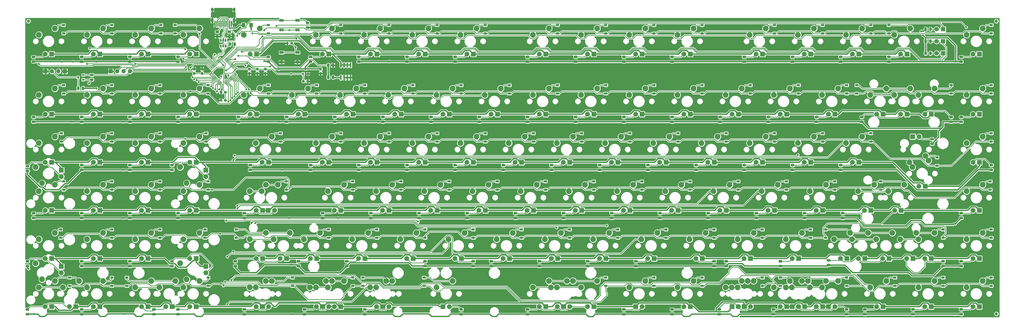
<source format=gbr>
G04 #@! TF.GenerationSoftware,KiCad,Pcbnew,(5.1.4)-1*
G04 #@! TF.CreationDate,2020-03-06T09:19:25+08:00*
G04 #@! TF.ProjectId,Wete,57657465-2e6b-4696-9361-645f70636258,rev?*
G04 #@! TF.SameCoordinates,Original*
G04 #@! TF.FileFunction,Copper,L2,Bot*
G04 #@! TF.FilePolarity,Positive*
%FSLAX46Y46*%
G04 Gerber Fmt 4.6, Leading zero omitted, Abs format (unit mm)*
G04 Created by KiCad (PCBNEW (5.1.4)-1) date 2020-03-06 09:19:25*
%MOMM*%
%LPD*%
G04 APERTURE LIST*
%ADD10R,0.600000X2.450000*%
%ADD11R,0.300000X2.450000*%
%ADD12O,1.000000X2.100000*%
%ADD13O,1.000000X1.600000*%
%ADD14C,1.000000*%
%ADD15C,0.975000*%
%ADD16R,0.900000X0.800000*%
%ADD17R,1.700000X1.700000*%
%ADD18O,1.700000X1.700000*%
%ADD19C,1.300000*%
%ADD20R,1.905000X1.905000*%
%ADD21C,1.905000*%
%ADD22C,2.250000*%
%ADD23R,1.200000X0.900000*%
%ADD24C,1.800000*%
%ADD25R,1.800000X1.800000*%
%ADD26C,0.300000*%
%ADD27R,0.650000X1.060000*%
%ADD28R,0.800000X0.900000*%
%ADD29R,1.700000X1.000000*%
%ADD30C,0.600000*%
%ADD31C,1.425000*%
%ADD32C,0.950000*%
%ADD33C,0.800000*%
%ADD34C,0.250000*%
%ADD35C,0.200000*%
%ADD36C,0.500000*%
%ADD37C,0.254000*%
G04 APERTURE END LIST*
D10*
X72281250Y6886250D03*
X65831250Y6886250D03*
X71506250Y6886250D03*
X66606250Y6886250D03*
D11*
X67306250Y6886250D03*
X70806250Y6886250D03*
X67806250Y6886250D03*
X70306250Y6886250D03*
X68306250Y6886250D03*
X69806250Y6886250D03*
X69306250Y6886250D03*
X68806250Y6886250D03*
D12*
X64736250Y8301250D03*
X73376250Y8301250D03*
D13*
X64736250Y12481250D03*
X73376250Y12481250D03*
D14*
G36*
X17545767Y-14738674D02*
G01*
X17569428Y-14742184D01*
X17592632Y-14747996D01*
X17615154Y-14756054D01*
X17636778Y-14766282D01*
X17657295Y-14778579D01*
X17676508Y-14792829D01*
X17694232Y-14808893D01*
X17710296Y-14826617D01*
X17724546Y-14845830D01*
X17736843Y-14866347D01*
X17747071Y-14887971D01*
X17755129Y-14910493D01*
X17760941Y-14933697D01*
X17764451Y-14957358D01*
X17765625Y-14981250D01*
X17765625Y-15468750D01*
X17764451Y-15492642D01*
X17760941Y-15516303D01*
X17755129Y-15539507D01*
X17747071Y-15562029D01*
X17736843Y-15583653D01*
X17724546Y-15604170D01*
X17710296Y-15623383D01*
X17694232Y-15641107D01*
X17676508Y-15657171D01*
X17657295Y-15671421D01*
X17636778Y-15683718D01*
X17615154Y-15693946D01*
X17592632Y-15702004D01*
X17569428Y-15707816D01*
X17545767Y-15711326D01*
X17521875Y-15712500D01*
X16609375Y-15712500D01*
X16585483Y-15711326D01*
X16561822Y-15707816D01*
X16538618Y-15702004D01*
X16516096Y-15693946D01*
X16494472Y-15683718D01*
X16473955Y-15671421D01*
X16454742Y-15657171D01*
X16437018Y-15641107D01*
X16420954Y-15623383D01*
X16406704Y-15604170D01*
X16394407Y-15583653D01*
X16384179Y-15562029D01*
X16376121Y-15539507D01*
X16370309Y-15516303D01*
X16366799Y-15492642D01*
X16365625Y-15468750D01*
X16365625Y-14981250D01*
X16366799Y-14957358D01*
X16370309Y-14933697D01*
X16376121Y-14910493D01*
X16384179Y-14887971D01*
X16394407Y-14866347D01*
X16406704Y-14845830D01*
X16420954Y-14826617D01*
X16437018Y-14808893D01*
X16454742Y-14792829D01*
X16473955Y-14778579D01*
X16494472Y-14766282D01*
X16516096Y-14756054D01*
X16538618Y-14747996D01*
X16561822Y-14742184D01*
X16585483Y-14738674D01*
X16609375Y-14737500D01*
X17521875Y-14737500D01*
X17545767Y-14738674D01*
X17545767Y-14738674D01*
G37*
D15*
X17065625Y-15225000D03*
D14*
G36*
X17545767Y-12863674D02*
G01*
X17569428Y-12867184D01*
X17592632Y-12872996D01*
X17615154Y-12881054D01*
X17636778Y-12891282D01*
X17657295Y-12903579D01*
X17676508Y-12917829D01*
X17694232Y-12933893D01*
X17710296Y-12951617D01*
X17724546Y-12970830D01*
X17736843Y-12991347D01*
X17747071Y-13012971D01*
X17755129Y-13035493D01*
X17760941Y-13058697D01*
X17764451Y-13082358D01*
X17765625Y-13106250D01*
X17765625Y-13593750D01*
X17764451Y-13617642D01*
X17760941Y-13641303D01*
X17755129Y-13664507D01*
X17747071Y-13687029D01*
X17736843Y-13708653D01*
X17724546Y-13729170D01*
X17710296Y-13748383D01*
X17694232Y-13766107D01*
X17676508Y-13782171D01*
X17657295Y-13796421D01*
X17636778Y-13808718D01*
X17615154Y-13818946D01*
X17592632Y-13827004D01*
X17569428Y-13832816D01*
X17545767Y-13836326D01*
X17521875Y-13837500D01*
X16609375Y-13837500D01*
X16585483Y-13836326D01*
X16561822Y-13832816D01*
X16538618Y-13827004D01*
X16516096Y-13818946D01*
X16494472Y-13808718D01*
X16473955Y-13796421D01*
X16454742Y-13782171D01*
X16437018Y-13766107D01*
X16420954Y-13748383D01*
X16406704Y-13729170D01*
X16394407Y-13708653D01*
X16384179Y-13687029D01*
X16376121Y-13664507D01*
X16370309Y-13641303D01*
X16366799Y-13617642D01*
X16365625Y-13593750D01*
X16365625Y-13106250D01*
X16366799Y-13082358D01*
X16370309Y-13058697D01*
X16376121Y-13035493D01*
X16384179Y-13012971D01*
X16394407Y-12991347D01*
X16406704Y-12970830D01*
X16420954Y-12951617D01*
X16437018Y-12933893D01*
X16454742Y-12917829D01*
X16473955Y-12903579D01*
X16494472Y-12891282D01*
X16516096Y-12881054D01*
X16538618Y-12872996D01*
X16561822Y-12867184D01*
X16585483Y-12863674D01*
X16609375Y-12862500D01*
X17521875Y-12862500D01*
X17545767Y-12863674D01*
X17545767Y-12863674D01*
G37*
D15*
X17065625Y-13350000D03*
D14*
G36*
X12030142Y-17954299D02*
G01*
X12053803Y-17957809D01*
X12077007Y-17963621D01*
X12099529Y-17971679D01*
X12121153Y-17981907D01*
X12141670Y-17994204D01*
X12160883Y-18008454D01*
X12178607Y-18024518D01*
X12194671Y-18042242D01*
X12208921Y-18061455D01*
X12221218Y-18081972D01*
X12231446Y-18103596D01*
X12239504Y-18126118D01*
X12245316Y-18149322D01*
X12248826Y-18172983D01*
X12250000Y-18196875D01*
X12250000Y-19109375D01*
X12248826Y-19133267D01*
X12245316Y-19156928D01*
X12239504Y-19180132D01*
X12231446Y-19202654D01*
X12221218Y-19224278D01*
X12208921Y-19244795D01*
X12194671Y-19264008D01*
X12178607Y-19281732D01*
X12160883Y-19297796D01*
X12141670Y-19312046D01*
X12121153Y-19324343D01*
X12099529Y-19334571D01*
X12077007Y-19342629D01*
X12053803Y-19348441D01*
X12030142Y-19351951D01*
X12006250Y-19353125D01*
X11518750Y-19353125D01*
X11494858Y-19351951D01*
X11471197Y-19348441D01*
X11447993Y-19342629D01*
X11425471Y-19334571D01*
X11403847Y-19324343D01*
X11383330Y-19312046D01*
X11364117Y-19297796D01*
X11346393Y-19281732D01*
X11330329Y-19264008D01*
X11316079Y-19244795D01*
X11303782Y-19224278D01*
X11293554Y-19202654D01*
X11285496Y-19180132D01*
X11279684Y-19156928D01*
X11276174Y-19133267D01*
X11275000Y-19109375D01*
X11275000Y-18196875D01*
X11276174Y-18172983D01*
X11279684Y-18149322D01*
X11285496Y-18126118D01*
X11293554Y-18103596D01*
X11303782Y-18081972D01*
X11316079Y-18061455D01*
X11330329Y-18042242D01*
X11346393Y-18024518D01*
X11364117Y-18008454D01*
X11383330Y-17994204D01*
X11403847Y-17981907D01*
X11425471Y-17971679D01*
X11447993Y-17963621D01*
X11471197Y-17957809D01*
X11494858Y-17954299D01*
X11518750Y-17953125D01*
X12006250Y-17953125D01*
X12030142Y-17954299D01*
X12030142Y-17954299D01*
G37*
D15*
X11762500Y-18653125D03*
D14*
G36*
X13905142Y-17954299D02*
G01*
X13928803Y-17957809D01*
X13952007Y-17963621D01*
X13974529Y-17971679D01*
X13996153Y-17981907D01*
X14016670Y-17994204D01*
X14035883Y-18008454D01*
X14053607Y-18024518D01*
X14069671Y-18042242D01*
X14083921Y-18061455D01*
X14096218Y-18081972D01*
X14106446Y-18103596D01*
X14114504Y-18126118D01*
X14120316Y-18149322D01*
X14123826Y-18172983D01*
X14125000Y-18196875D01*
X14125000Y-19109375D01*
X14123826Y-19133267D01*
X14120316Y-19156928D01*
X14114504Y-19180132D01*
X14106446Y-19202654D01*
X14096218Y-19224278D01*
X14083921Y-19244795D01*
X14069671Y-19264008D01*
X14053607Y-19281732D01*
X14035883Y-19297796D01*
X14016670Y-19312046D01*
X13996153Y-19324343D01*
X13974529Y-19334571D01*
X13952007Y-19342629D01*
X13928803Y-19348441D01*
X13905142Y-19351951D01*
X13881250Y-19353125D01*
X13393750Y-19353125D01*
X13369858Y-19351951D01*
X13346197Y-19348441D01*
X13322993Y-19342629D01*
X13300471Y-19334571D01*
X13278847Y-19324343D01*
X13258330Y-19312046D01*
X13239117Y-19297796D01*
X13221393Y-19281732D01*
X13205329Y-19264008D01*
X13191079Y-19244795D01*
X13178782Y-19224278D01*
X13168554Y-19202654D01*
X13160496Y-19180132D01*
X13154684Y-19156928D01*
X13151174Y-19133267D01*
X13150000Y-19109375D01*
X13150000Y-18196875D01*
X13151174Y-18172983D01*
X13154684Y-18149322D01*
X13160496Y-18126118D01*
X13168554Y-18103596D01*
X13178782Y-18081972D01*
X13191079Y-18061455D01*
X13205329Y-18042242D01*
X13221393Y-18024518D01*
X13239117Y-18008454D01*
X13258330Y-17994204D01*
X13278847Y-17981907D01*
X13300471Y-17971679D01*
X13322993Y-17963621D01*
X13346197Y-17957809D01*
X13369858Y-17954299D01*
X13393750Y-17953125D01*
X13881250Y-17953125D01*
X13905142Y-17954299D01*
X13905142Y-17954299D01*
G37*
D15*
X13637500Y-18653125D03*
D16*
X11700000Y-14287500D03*
X13700000Y-15237500D03*
X13700000Y-13337500D03*
D17*
X6429375Y-11906250D03*
D18*
X3889375Y-11906250D03*
X1349375Y-11906250D03*
D17*
X-1190625Y-11906250D03*
D19*
X374650000Y7937500D03*
X374650000Y-107950000D03*
X-7937500Y7937500D03*
D20*
X232092500Y-105092500D03*
D21*
X234632500Y-105092500D03*
D22*
X229552500Y-97472500D03*
X235902500Y-94932500D03*
D14*
G36*
X71958267Y-491799D02*
G01*
X71981928Y-495309D01*
X72005132Y-501121D01*
X72027654Y-509179D01*
X72049278Y-519407D01*
X72069795Y-531704D01*
X72089008Y-545954D01*
X72106732Y-562018D01*
X72122796Y-579742D01*
X72137046Y-598955D01*
X72149343Y-619472D01*
X72159571Y-641096D01*
X72167629Y-663618D01*
X72173441Y-686822D01*
X72176951Y-710483D01*
X72178125Y-734375D01*
X72178125Y-1646875D01*
X72176951Y-1670767D01*
X72173441Y-1694428D01*
X72167629Y-1717632D01*
X72159571Y-1740154D01*
X72149343Y-1761778D01*
X72137046Y-1782295D01*
X72122796Y-1801508D01*
X72106732Y-1819232D01*
X72089008Y-1835296D01*
X72069795Y-1849546D01*
X72049278Y-1861843D01*
X72027654Y-1872071D01*
X72005132Y-1880129D01*
X71981928Y-1885941D01*
X71958267Y-1889451D01*
X71934375Y-1890625D01*
X71446875Y-1890625D01*
X71422983Y-1889451D01*
X71399322Y-1885941D01*
X71376118Y-1880129D01*
X71353596Y-1872071D01*
X71331972Y-1861843D01*
X71311455Y-1849546D01*
X71292242Y-1835296D01*
X71274518Y-1819232D01*
X71258454Y-1801508D01*
X71244204Y-1782295D01*
X71231907Y-1761778D01*
X71221679Y-1740154D01*
X71213621Y-1717632D01*
X71207809Y-1694428D01*
X71204299Y-1670767D01*
X71203125Y-1646875D01*
X71203125Y-734375D01*
X71204299Y-710483D01*
X71207809Y-686822D01*
X71213621Y-663618D01*
X71221679Y-641096D01*
X71231907Y-619472D01*
X71244204Y-598955D01*
X71258454Y-579742D01*
X71274518Y-562018D01*
X71292242Y-545954D01*
X71311455Y-531704D01*
X71331972Y-519407D01*
X71353596Y-509179D01*
X71376118Y-501121D01*
X71399322Y-495309D01*
X71422983Y-491799D01*
X71446875Y-490625D01*
X71934375Y-490625D01*
X71958267Y-491799D01*
X71958267Y-491799D01*
G37*
D15*
X71690625Y-1190625D03*
D14*
G36*
X73833267Y-491799D02*
G01*
X73856928Y-495309D01*
X73880132Y-501121D01*
X73902654Y-509179D01*
X73924278Y-519407D01*
X73944795Y-531704D01*
X73964008Y-545954D01*
X73981732Y-562018D01*
X73997796Y-579742D01*
X74012046Y-598955D01*
X74024343Y-619472D01*
X74034571Y-641096D01*
X74042629Y-663618D01*
X74048441Y-686822D01*
X74051951Y-710483D01*
X74053125Y-734375D01*
X74053125Y-1646875D01*
X74051951Y-1670767D01*
X74048441Y-1694428D01*
X74042629Y-1717632D01*
X74034571Y-1740154D01*
X74024343Y-1761778D01*
X74012046Y-1782295D01*
X73997796Y-1801508D01*
X73981732Y-1819232D01*
X73964008Y-1835296D01*
X73944795Y-1849546D01*
X73924278Y-1861843D01*
X73902654Y-1872071D01*
X73880132Y-1880129D01*
X73856928Y-1885941D01*
X73833267Y-1889451D01*
X73809375Y-1890625D01*
X73321875Y-1890625D01*
X73297983Y-1889451D01*
X73274322Y-1885941D01*
X73251118Y-1880129D01*
X73228596Y-1872071D01*
X73206972Y-1861843D01*
X73186455Y-1849546D01*
X73167242Y-1835296D01*
X73149518Y-1819232D01*
X73133454Y-1801508D01*
X73119204Y-1782295D01*
X73106907Y-1761778D01*
X73096679Y-1740154D01*
X73088621Y-1717632D01*
X73082809Y-1694428D01*
X73079299Y-1670767D01*
X73078125Y-1646875D01*
X73078125Y-734375D01*
X73079299Y-710483D01*
X73082809Y-686822D01*
X73088621Y-663618D01*
X73096679Y-641096D01*
X73106907Y-619472D01*
X73119204Y-598955D01*
X73133454Y-579742D01*
X73149518Y-562018D01*
X73167242Y-545954D01*
X73186455Y-531704D01*
X73206972Y-519407D01*
X73228596Y-509179D01*
X73251118Y-501121D01*
X73274322Y-495309D01*
X73297983Y-491799D01*
X73321875Y-490625D01*
X73809375Y-490625D01*
X73833267Y-491799D01*
X73833267Y-491799D01*
G37*
D15*
X73565625Y-1190625D03*
D20*
X215582500Y-105092500D03*
D21*
X213042500Y-105092500D03*
D22*
X210502500Y-97472500D03*
X216852500Y-94932500D03*
D20*
X306070000Y-105092500D03*
D21*
X303530000Y-105092500D03*
D22*
X300990000Y-97472500D03*
X307340000Y-94932500D03*
D20*
X294005000Y-105092500D03*
D21*
X296545000Y-105092500D03*
D22*
X291465000Y-97472500D03*
X297815000Y-94932500D03*
D20*
X253682500Y-105092500D03*
D21*
X251142500Y-105092500D03*
D22*
X248602500Y-97472500D03*
X254952500Y-94932500D03*
X197802500Y-94932500D03*
X191452500Y-97472500D03*
D21*
X193992500Y-105092500D03*
D20*
X196532500Y-105092500D03*
X155892500Y-105092500D03*
D21*
X158432500Y-105092500D03*
D22*
X153352500Y-97472500D03*
X159702500Y-94932500D03*
D20*
X341788750Y-86042500D03*
D21*
X339248750Y-86042500D03*
D22*
X336708750Y-78422500D03*
X343058750Y-75882500D03*
D20*
X315595000Y-86042500D03*
D21*
X313055000Y-86042500D03*
D22*
X310515000Y-78422500D03*
X316865000Y-75882500D03*
D20*
X270192500Y-105092500D03*
D21*
X272732500Y-105092500D03*
D22*
X267652500Y-97472500D03*
X274002500Y-94932500D03*
D20*
X308292500Y-105092500D03*
D21*
X310832500Y-105092500D03*
D22*
X305752500Y-97472500D03*
X312102500Y-94932500D03*
D20*
X291782500Y-105092500D03*
D21*
X289242500Y-105092500D03*
D22*
X286702500Y-97472500D03*
X293052500Y-94932500D03*
D20*
X332263750Y-86042500D03*
D21*
X329723750Y-86042500D03*
D22*
X327183750Y-78422500D03*
X333533750Y-75882500D03*
D20*
X203517500Y-105092500D03*
D21*
X206057500Y-105092500D03*
D22*
X200977500Y-97472500D03*
X207327500Y-94932500D03*
D20*
X325120000Y-66992500D03*
D21*
X322580000Y-66992500D03*
D22*
X320040000Y-59372500D03*
X326390000Y-56832500D03*
D20*
X367982500Y-105092500D03*
D21*
X365442500Y-105092500D03*
D22*
X362902500Y-97472500D03*
X369252500Y-94932500D03*
D20*
X348932500Y-105092500D03*
D21*
X346392500Y-105092500D03*
D22*
X343852500Y-97472500D03*
X350202500Y-94932500D03*
D20*
X329882500Y-105092500D03*
D21*
X327342500Y-105092500D03*
D22*
X324802500Y-97472500D03*
X331152500Y-94932500D03*
D20*
X298926250Y-105092500D03*
D21*
X296386250Y-105092500D03*
D22*
X293846250Y-97472500D03*
X300196250Y-94932500D03*
D20*
X275113750Y-105092500D03*
D21*
X272573750Y-105092500D03*
D22*
X270033750Y-97472500D03*
X276383750Y-94932500D03*
D20*
X203676250Y-105092500D03*
D21*
X201136250Y-105092500D03*
D22*
X198596250Y-97472500D03*
X204946250Y-94932500D03*
D20*
X132238750Y-105092500D03*
D21*
X129698750Y-105092500D03*
D22*
X127158750Y-97472500D03*
X133508750Y-94932500D03*
D20*
X108426250Y-105092500D03*
D21*
X105886250Y-105092500D03*
D22*
X103346250Y-97472500D03*
X109696250Y-94932500D03*
D20*
X84613750Y-105092500D03*
D21*
X82073750Y-105092500D03*
D22*
X79533750Y-97472500D03*
X85883750Y-94932500D03*
D20*
X58420000Y-105092500D03*
D21*
X55880000Y-105092500D03*
D22*
X53340000Y-97472500D03*
X59690000Y-94932500D03*
D20*
X39370000Y-105092500D03*
D21*
X36830000Y-105092500D03*
D22*
X34290000Y-97472500D03*
X40640000Y-94932500D03*
D20*
X20320000Y-105092500D03*
D21*
X17780000Y-105092500D03*
D22*
X15240000Y-97472500D03*
X21590000Y-94932500D03*
D20*
X1270000Y-105092500D03*
D21*
X-1270000Y-105092500D03*
D22*
X-3810000Y-97472500D03*
X2540000Y-94932500D03*
D20*
X274955000Y-105092500D03*
D21*
X277495000Y-105092500D03*
D22*
X272415000Y-97472500D03*
X278765000Y-94932500D03*
D20*
X215582500Y-105092500D03*
D21*
X213042500Y-105092500D03*
D22*
X210502500Y-97472500D03*
X216852500Y-94932500D03*
D20*
X132080000Y-105092500D03*
D21*
X134620000Y-105092500D03*
D22*
X129540000Y-97472500D03*
X135890000Y-94932500D03*
D20*
X108267500Y-105092500D03*
D21*
X110807500Y-105092500D03*
D22*
X105727500Y-97472500D03*
X112077500Y-94932500D03*
D20*
X84455000Y-105092500D03*
D21*
X86995000Y-105092500D03*
D22*
X81915000Y-97472500D03*
X88265000Y-94932500D03*
D20*
X48895000Y-105092500D03*
D21*
X46355000Y-105092500D03*
D22*
X43815000Y-97472500D03*
X50165000Y-94932500D03*
D20*
X10795000Y-105092500D03*
D21*
X8255000Y-105092500D03*
D22*
X5715000Y-97472500D03*
X12065000Y-94932500D03*
D20*
X196532500Y-105092500D03*
D21*
X193992500Y-105092500D03*
D22*
X191452500Y-97472500D03*
X197802500Y-94932500D03*
D20*
X115570000Y-105092500D03*
D21*
X113030000Y-105092500D03*
D22*
X110490000Y-97472500D03*
X116840000Y-94932500D03*
D20*
X367982500Y-86042500D03*
D21*
X365442500Y-86042500D03*
D22*
X362902500Y-78422500D03*
X369252500Y-75882500D03*
D20*
X348932500Y-86042500D03*
D21*
X346392500Y-86042500D03*
D22*
X343852500Y-78422500D03*
X350202500Y-75882500D03*
D20*
X322738750Y-86042500D03*
D21*
X320198750Y-86042500D03*
D22*
X317658750Y-78422500D03*
X324008750Y-75882500D03*
D20*
X296545000Y-86042500D03*
D21*
X294005000Y-86042500D03*
D22*
X291465000Y-78422500D03*
X297815000Y-75882500D03*
D20*
X277495000Y-86042500D03*
D21*
X274955000Y-86042500D03*
D22*
X272415000Y-78422500D03*
X278765000Y-75882500D03*
D20*
X258445000Y-86042500D03*
D21*
X255905000Y-86042500D03*
D22*
X253365000Y-78422500D03*
X259715000Y-75882500D03*
D20*
X239395000Y-86042500D03*
D21*
X236855000Y-86042500D03*
D22*
X234315000Y-78422500D03*
X240665000Y-75882500D03*
D20*
X220345000Y-86042500D03*
D21*
X217805000Y-86042500D03*
D22*
X215265000Y-78422500D03*
X221615000Y-75882500D03*
D20*
X201295000Y-86042500D03*
D21*
X198755000Y-86042500D03*
D22*
X196215000Y-78422500D03*
X202565000Y-75882500D03*
D20*
X182245000Y-86042500D03*
D21*
X179705000Y-86042500D03*
D22*
X177165000Y-78422500D03*
X183515000Y-75882500D03*
D20*
X163195000Y-86042500D03*
D21*
X160655000Y-86042500D03*
D22*
X158115000Y-78422500D03*
X164465000Y-75882500D03*
D20*
X144145000Y-86042500D03*
D21*
X141605000Y-86042500D03*
D22*
X139065000Y-78422500D03*
X145415000Y-75882500D03*
D20*
X125095000Y-86042500D03*
D21*
X122555000Y-86042500D03*
D22*
X120015000Y-78422500D03*
X126365000Y-75882500D03*
D20*
X106045000Y-86042500D03*
D21*
X103505000Y-86042500D03*
D22*
X100965000Y-78422500D03*
X107315000Y-75882500D03*
D20*
X94138750Y-86042500D03*
D21*
X91598750Y-86042500D03*
D22*
X89058750Y-78422500D03*
X95408750Y-75882500D03*
D20*
X58420000Y-86042500D03*
D21*
X55880000Y-86042500D03*
D22*
X53340000Y-78422500D03*
X59690000Y-75882500D03*
D20*
X39370000Y-86042500D03*
D21*
X36830000Y-86042500D03*
D22*
X34290000Y-78422500D03*
X40640000Y-75882500D03*
D20*
X20320000Y-86042500D03*
D21*
X17780000Y-86042500D03*
D22*
X15240000Y-78422500D03*
X21590000Y-75882500D03*
D20*
X1270000Y-86042500D03*
D21*
X-1270000Y-86042500D03*
D22*
X-3810000Y-78422500D03*
X2540000Y-75882500D03*
D20*
X84613750Y-86042500D03*
D21*
X82073750Y-86042500D03*
D22*
X79533750Y-78422500D03*
X85883750Y-75882500D03*
D20*
X62230000Y-89217500D03*
D21*
X62230000Y-91757500D03*
D22*
X54610000Y-94297500D03*
X52070000Y-87947500D03*
D20*
X5080000Y-89217500D03*
D21*
X5080000Y-91757500D03*
D22*
X-2540000Y-94297500D03*
X-5080000Y-87947500D03*
D20*
X367982500Y-66992500D03*
D21*
X365442500Y-66992500D03*
D22*
X362902500Y-59372500D03*
X369252500Y-56832500D03*
D20*
X337026250Y-66992500D03*
D21*
X334486250Y-66992500D03*
D22*
X331946250Y-59372500D03*
X338296250Y-56832500D03*
D20*
X306070000Y-66992500D03*
D21*
X303530000Y-66992500D03*
D22*
X300990000Y-59372500D03*
X307340000Y-56832500D03*
D20*
X287020000Y-66992500D03*
D21*
X284480000Y-66992500D03*
D22*
X281940000Y-59372500D03*
X288290000Y-56832500D03*
D20*
X267970000Y-66992500D03*
D21*
X265430000Y-66992500D03*
D22*
X262890000Y-59372500D03*
X269240000Y-56832500D03*
D20*
X248920000Y-66992500D03*
D21*
X246380000Y-66992500D03*
D22*
X243840000Y-59372500D03*
X250190000Y-56832500D03*
D20*
X229870000Y-66992500D03*
D21*
X227330000Y-66992500D03*
D22*
X224790000Y-59372500D03*
X231140000Y-56832500D03*
D20*
X210820000Y-66992500D03*
D21*
X208280000Y-66992500D03*
D22*
X205740000Y-59372500D03*
X212090000Y-56832500D03*
D20*
X191770000Y-66992500D03*
D21*
X189230000Y-66992500D03*
D22*
X186690000Y-59372500D03*
X193040000Y-56832500D03*
D20*
X172720000Y-66992500D03*
D21*
X170180000Y-66992500D03*
D22*
X167640000Y-59372500D03*
X173990000Y-56832500D03*
D20*
X153670000Y-66992500D03*
D21*
X151130000Y-66992500D03*
D22*
X148590000Y-59372500D03*
X154940000Y-56832500D03*
D20*
X134620000Y-66992500D03*
D21*
X132080000Y-66992500D03*
D22*
X129540000Y-59372500D03*
X135890000Y-56832500D03*
D20*
X115570000Y-66992500D03*
D21*
X113030000Y-66992500D03*
D22*
X110490000Y-59372500D03*
X116840000Y-56832500D03*
D20*
X86836250Y-66992500D03*
D21*
X89376250Y-66992500D03*
D22*
X84296250Y-59372500D03*
X90646250Y-56832500D03*
D20*
X58420000Y-66992500D03*
D21*
X55880000Y-66992500D03*
D22*
X53340000Y-59372500D03*
X59690000Y-56832500D03*
D20*
X39370000Y-66992500D03*
D21*
X36830000Y-66992500D03*
D22*
X34290000Y-59372500D03*
X40640000Y-56832500D03*
D20*
X20320000Y-66992500D03*
D21*
X17780000Y-66992500D03*
D22*
X15240000Y-59372500D03*
X21590000Y-56832500D03*
D20*
X1270000Y-66992500D03*
D21*
X-1270000Y-66992500D03*
D22*
X-3810000Y-59372500D03*
X2540000Y-56832500D03*
D20*
X84613750Y-66992500D03*
D21*
X82073750Y-66992500D03*
D22*
X79533750Y-59372500D03*
X85883750Y-56832500D03*
D20*
X367982500Y-47942500D03*
D21*
X365442500Y-47942500D03*
D22*
X362902500Y-40322500D03*
X369252500Y-37782500D03*
D20*
X341630000Y-37782500D03*
D21*
X344170000Y-37782500D03*
D22*
X346710000Y-45402500D03*
X340360000Y-47942500D03*
D20*
X320357500Y-47942500D03*
D21*
X317817500Y-47942500D03*
D22*
X315277500Y-40322500D03*
X321627500Y-37782500D03*
D20*
X301307500Y-47942500D03*
D21*
X298767500Y-47942500D03*
D22*
X296227500Y-40322500D03*
X302577500Y-37782500D03*
D20*
X282257500Y-47942500D03*
D21*
X279717500Y-47942500D03*
D22*
X277177500Y-40322500D03*
X283527500Y-37782500D03*
D20*
X263207500Y-47942500D03*
D21*
X260667500Y-47942500D03*
D22*
X258127500Y-40322500D03*
X264477500Y-37782500D03*
D20*
X244157500Y-47942500D03*
D21*
X241617500Y-47942500D03*
D22*
X239077500Y-40322500D03*
X245427500Y-37782500D03*
D20*
X225107500Y-47942500D03*
D21*
X222567500Y-47942500D03*
D22*
X220027500Y-40322500D03*
X226377500Y-37782500D03*
D20*
X206057500Y-47942500D03*
D21*
X203517500Y-47942500D03*
D22*
X200977500Y-40322500D03*
X207327500Y-37782500D03*
D20*
X187007500Y-47942500D03*
D21*
X184467500Y-47942500D03*
D22*
X181927500Y-40322500D03*
X188277500Y-37782500D03*
D20*
X167957500Y-47942500D03*
D21*
X165417500Y-47942500D03*
D22*
X162877500Y-40322500D03*
X169227500Y-37782500D03*
D20*
X148907500Y-47942500D03*
D21*
X146367500Y-47942500D03*
D22*
X143827500Y-40322500D03*
X150177500Y-37782500D03*
D20*
X129857500Y-47942500D03*
D21*
X127317500Y-47942500D03*
D22*
X124777500Y-40322500D03*
X131127500Y-37782500D03*
D20*
X110807500Y-47942500D03*
D21*
X108267500Y-47942500D03*
D22*
X105727500Y-40322500D03*
X112077500Y-37782500D03*
D20*
X86995000Y-47942500D03*
D21*
X84455000Y-47942500D03*
D22*
X81915000Y-40322500D03*
X88265000Y-37782500D03*
D20*
X58420000Y-47942500D03*
D21*
X55880000Y-47942500D03*
D22*
X53340000Y-40322500D03*
X59690000Y-37782500D03*
D20*
X39370000Y-47942500D03*
D21*
X36830000Y-47942500D03*
D22*
X34290000Y-40322500D03*
X40640000Y-37782500D03*
D20*
X20320000Y-47942500D03*
D21*
X17780000Y-47942500D03*
D22*
X15240000Y-40322500D03*
X21590000Y-37782500D03*
D20*
X1270000Y-47942500D03*
D21*
X-1270000Y-47942500D03*
D22*
X-3810000Y-40322500D03*
X2540000Y-37782500D03*
D20*
X346551250Y-57467500D03*
D21*
X344011250Y-57467500D03*
D22*
X341471250Y-49847500D03*
X347821250Y-47307500D03*
D20*
X62230000Y-51117500D03*
D21*
X62230000Y-53657500D03*
D22*
X54610000Y-56197500D03*
X52070000Y-49847500D03*
D20*
X5080000Y-51117500D03*
D21*
X5080000Y-53657500D03*
D22*
X-2540000Y-56197500D03*
X-5080000Y-49847500D03*
D20*
X367982500Y-28892500D03*
D21*
X365442500Y-28892500D03*
D22*
X362902500Y-21272500D03*
X369252500Y-18732500D03*
D20*
X348932500Y-28892500D03*
D21*
X346392500Y-28892500D03*
D22*
X343852500Y-21272500D03*
X350202500Y-18732500D03*
D20*
X329882500Y-28892500D03*
D21*
X327342500Y-28892500D03*
D22*
X324802500Y-21272500D03*
X331152500Y-18732500D03*
D20*
X310832500Y-28892500D03*
D21*
X308292500Y-28892500D03*
D22*
X305752500Y-21272500D03*
X312102500Y-18732500D03*
D20*
X291782500Y-28892500D03*
D21*
X289242500Y-28892500D03*
D22*
X286702500Y-21272500D03*
X293052500Y-18732500D03*
D20*
X272732500Y-28892500D03*
D21*
X270192500Y-28892500D03*
D22*
X267652500Y-21272500D03*
X274002500Y-18732500D03*
D20*
X253682500Y-28892500D03*
D21*
X251142500Y-28892500D03*
D22*
X248602500Y-21272500D03*
X254952500Y-18732500D03*
D20*
X234632500Y-28892500D03*
D21*
X232092500Y-28892500D03*
D22*
X229552500Y-21272500D03*
X235902500Y-18732500D03*
D20*
X215582500Y-28892500D03*
D21*
X213042500Y-28892500D03*
D22*
X210502500Y-21272500D03*
X216852500Y-18732500D03*
D20*
X196532500Y-28892500D03*
D21*
X193992500Y-28892500D03*
D22*
X191452500Y-21272500D03*
X197802500Y-18732500D03*
D20*
X177482500Y-28892500D03*
D21*
X174942500Y-28892500D03*
D22*
X172402500Y-21272500D03*
X178752500Y-18732500D03*
D20*
X158432500Y-28892500D03*
D21*
X155892500Y-28892500D03*
D22*
X153352500Y-21272500D03*
X159702500Y-18732500D03*
D20*
X139382500Y-28892500D03*
D21*
X136842500Y-28892500D03*
D22*
X134302500Y-21272500D03*
X140652500Y-18732500D03*
D20*
X120332500Y-28892500D03*
D21*
X117792500Y-28892500D03*
D22*
X115252500Y-21272500D03*
X121602500Y-18732500D03*
D20*
X101282500Y-28892500D03*
D21*
X98742500Y-28892500D03*
D22*
X96202500Y-21272500D03*
X102552500Y-18732500D03*
D20*
X82232500Y-28892500D03*
D21*
X79692500Y-28892500D03*
D22*
X77152500Y-21272500D03*
X83502500Y-18732500D03*
D20*
X58420000Y-28892500D03*
D21*
X55880000Y-28892500D03*
D22*
X53340000Y-21272500D03*
X59690000Y-18732500D03*
D20*
X39370000Y-28892500D03*
D21*
X36830000Y-28892500D03*
D22*
X34290000Y-21272500D03*
X40640000Y-18732500D03*
D20*
X20320000Y-28892500D03*
D21*
X17780000Y-28892500D03*
D22*
X15240000Y-21272500D03*
X21590000Y-18732500D03*
D20*
X1270000Y-28892500D03*
D21*
X-1270000Y-28892500D03*
D22*
X-3810000Y-21272500D03*
X2540000Y-18732500D03*
D20*
X339407500Y-28892500D03*
D21*
X336867500Y-28892500D03*
D22*
X334327500Y-21272500D03*
X340677500Y-18732500D03*
D20*
X367982500Y-5080000D03*
D21*
X365442500Y-5080000D03*
D22*
X362902500Y2540000D03*
X369252500Y5080000D03*
D20*
X339407500Y-5080000D03*
D21*
X336867500Y-5080000D03*
D22*
X334327500Y2540000D03*
X340677500Y5080000D03*
D20*
X320357500Y-5080000D03*
D21*
X317817500Y-5080000D03*
D22*
X315277500Y2540000D03*
X321627500Y5080000D03*
D20*
X301307500Y-5080000D03*
D21*
X298767500Y-5080000D03*
D22*
X296227500Y2540000D03*
X302577500Y5080000D03*
D20*
X282257500Y-5080000D03*
D21*
X279717500Y-5080000D03*
D22*
X277177500Y2540000D03*
X283527500Y5080000D03*
D20*
X253682500Y-5080000D03*
D21*
X251142500Y-5080000D03*
D22*
X248602500Y2540000D03*
X254952500Y5080000D03*
D20*
X234632500Y-5080000D03*
D21*
X232092500Y-5080000D03*
D22*
X229552500Y2540000D03*
X235902500Y5080000D03*
X216852500Y5080000D03*
X210502500Y2540000D03*
D21*
X213042500Y-5080000D03*
D20*
X215582500Y-5080000D03*
X196532500Y-5080000D03*
D21*
X193992500Y-5080000D03*
D22*
X191452500Y2540000D03*
X197802500Y5080000D03*
D20*
X167957500Y-5080000D03*
D21*
X165417500Y-5080000D03*
D22*
X162877500Y2540000D03*
X169227500Y5080000D03*
D20*
X148907500Y-5080000D03*
D21*
X146367500Y-5080000D03*
D22*
X143827500Y2540000D03*
X150177500Y5080000D03*
D20*
X129857500Y-5080000D03*
D21*
X127317500Y-5080000D03*
D22*
X124777500Y2540000D03*
X131127500Y5080000D03*
D20*
X110807500Y-5080000D03*
D21*
X108267500Y-5080000D03*
D22*
X105727500Y2540000D03*
X112077500Y5080000D03*
D20*
X82232500Y-5080000D03*
D21*
X79692500Y-5080000D03*
D22*
X77152500Y2540000D03*
X83502500Y5080000D03*
D20*
X58420000Y-5080000D03*
D21*
X55880000Y-5080000D03*
D22*
X53340000Y2540000D03*
X59690000Y5080000D03*
D20*
X39370000Y-5080000D03*
D21*
X36830000Y-5080000D03*
D22*
X34290000Y2540000D03*
X40640000Y5080000D03*
D20*
X20320000Y-5080000D03*
D21*
X17780000Y-5080000D03*
D22*
X15240000Y2540000D03*
X21590000Y5080000D03*
D20*
X1270000Y-5080000D03*
D21*
X-1270000Y-5080000D03*
D22*
X-3810000Y2540000D03*
X2540000Y5080000D03*
D14*
G36*
X227889517Y-105732424D02*
G01*
X227913178Y-105735934D01*
X227936382Y-105741746D01*
X227958904Y-105749804D01*
X227980528Y-105760032D01*
X228001045Y-105772329D01*
X228020258Y-105786579D01*
X228037982Y-105802643D01*
X228054046Y-105820367D01*
X228068296Y-105839580D01*
X228080593Y-105860097D01*
X228090821Y-105881721D01*
X228098879Y-105904243D01*
X228104691Y-105927447D01*
X228108201Y-105951108D01*
X228109375Y-105975000D01*
X228109375Y-106462500D01*
X228108201Y-106486392D01*
X228104691Y-106510053D01*
X228098879Y-106533257D01*
X228090821Y-106555779D01*
X228080593Y-106577403D01*
X228068296Y-106597920D01*
X228054046Y-106617133D01*
X228037982Y-106634857D01*
X228020258Y-106650921D01*
X228001045Y-106665171D01*
X227980528Y-106677468D01*
X227958904Y-106687696D01*
X227936382Y-106695754D01*
X227913178Y-106701566D01*
X227889517Y-106705076D01*
X227865625Y-106706250D01*
X226953125Y-106706250D01*
X226929233Y-106705076D01*
X226905572Y-106701566D01*
X226882368Y-106695754D01*
X226859846Y-106687696D01*
X226838222Y-106677468D01*
X226817705Y-106665171D01*
X226798492Y-106650921D01*
X226780768Y-106634857D01*
X226764704Y-106617133D01*
X226750454Y-106597920D01*
X226738157Y-106577403D01*
X226727929Y-106555779D01*
X226719871Y-106533257D01*
X226714059Y-106510053D01*
X226710549Y-106486392D01*
X226709375Y-106462500D01*
X226709375Y-105975000D01*
X226710549Y-105951108D01*
X226714059Y-105927447D01*
X226719871Y-105904243D01*
X226727929Y-105881721D01*
X226738157Y-105860097D01*
X226750454Y-105839580D01*
X226764704Y-105820367D01*
X226780768Y-105802643D01*
X226798492Y-105786579D01*
X226817705Y-105772329D01*
X226838222Y-105760032D01*
X226859846Y-105749804D01*
X226882368Y-105741746D01*
X226905572Y-105735934D01*
X226929233Y-105732424D01*
X226953125Y-105731250D01*
X227865625Y-105731250D01*
X227889517Y-105732424D01*
X227889517Y-105732424D01*
G37*
D15*
X227409375Y-106218750D03*
D14*
G36*
X227889517Y-107607424D02*
G01*
X227913178Y-107610934D01*
X227936382Y-107616746D01*
X227958904Y-107624804D01*
X227980528Y-107635032D01*
X228001045Y-107647329D01*
X228020258Y-107661579D01*
X228037982Y-107677643D01*
X228054046Y-107695367D01*
X228068296Y-107714580D01*
X228080593Y-107735097D01*
X228090821Y-107756721D01*
X228098879Y-107779243D01*
X228104691Y-107802447D01*
X228108201Y-107826108D01*
X228109375Y-107850000D01*
X228109375Y-108337500D01*
X228108201Y-108361392D01*
X228104691Y-108385053D01*
X228098879Y-108408257D01*
X228090821Y-108430779D01*
X228080593Y-108452403D01*
X228068296Y-108472920D01*
X228054046Y-108492133D01*
X228037982Y-108509857D01*
X228020258Y-108525921D01*
X228001045Y-108540171D01*
X227980528Y-108552468D01*
X227958904Y-108562696D01*
X227936382Y-108570754D01*
X227913178Y-108576566D01*
X227889517Y-108580076D01*
X227865625Y-108581250D01*
X226953125Y-108581250D01*
X226929233Y-108580076D01*
X226905572Y-108576566D01*
X226882368Y-108570754D01*
X226859846Y-108562696D01*
X226838222Y-108552468D01*
X226817705Y-108540171D01*
X226798492Y-108525921D01*
X226780768Y-108509857D01*
X226764704Y-108492133D01*
X226750454Y-108472920D01*
X226738157Y-108452403D01*
X226727929Y-108430779D01*
X226719871Y-108408257D01*
X226714059Y-108385053D01*
X226710549Y-108361392D01*
X226709375Y-108337500D01*
X226709375Y-107850000D01*
X226710549Y-107826108D01*
X226714059Y-107802447D01*
X226719871Y-107779243D01*
X226727929Y-107756721D01*
X226738157Y-107735097D01*
X226750454Y-107714580D01*
X226764704Y-107695367D01*
X226780768Y-107677643D01*
X226798492Y-107661579D01*
X226817705Y-107647329D01*
X226838222Y-107635032D01*
X226859846Y-107624804D01*
X226882368Y-107616746D01*
X226905572Y-107610934D01*
X226929233Y-107607424D01*
X226953125Y-107606250D01*
X227865625Y-107606250D01*
X227889517Y-107607424D01*
X227889517Y-107607424D01*
G37*
D15*
X227409375Y-108093750D03*
D23*
X239315625Y-96900000D03*
X239315625Y-93600000D03*
D14*
G36*
X246939517Y-105732424D02*
G01*
X246963178Y-105735934D01*
X246986382Y-105741746D01*
X247008904Y-105749804D01*
X247030528Y-105760032D01*
X247051045Y-105772329D01*
X247070258Y-105786579D01*
X247087982Y-105802643D01*
X247104046Y-105820367D01*
X247118296Y-105839580D01*
X247130593Y-105860097D01*
X247140821Y-105881721D01*
X247148879Y-105904243D01*
X247154691Y-105927447D01*
X247158201Y-105951108D01*
X247159375Y-105975000D01*
X247159375Y-106462500D01*
X247158201Y-106486392D01*
X247154691Y-106510053D01*
X247148879Y-106533257D01*
X247140821Y-106555779D01*
X247130593Y-106577403D01*
X247118296Y-106597920D01*
X247104046Y-106617133D01*
X247087982Y-106634857D01*
X247070258Y-106650921D01*
X247051045Y-106665171D01*
X247030528Y-106677468D01*
X247008904Y-106687696D01*
X246986382Y-106695754D01*
X246963178Y-106701566D01*
X246939517Y-106705076D01*
X246915625Y-106706250D01*
X246003125Y-106706250D01*
X245979233Y-106705076D01*
X245955572Y-106701566D01*
X245932368Y-106695754D01*
X245909846Y-106687696D01*
X245888222Y-106677468D01*
X245867705Y-106665171D01*
X245848492Y-106650921D01*
X245830768Y-106634857D01*
X245814704Y-106617133D01*
X245800454Y-106597920D01*
X245788157Y-106577403D01*
X245777929Y-106555779D01*
X245769871Y-106533257D01*
X245764059Y-106510053D01*
X245760549Y-106486392D01*
X245759375Y-106462500D01*
X245759375Y-105975000D01*
X245760549Y-105951108D01*
X245764059Y-105927447D01*
X245769871Y-105904243D01*
X245777929Y-105881721D01*
X245788157Y-105860097D01*
X245800454Y-105839580D01*
X245814704Y-105820367D01*
X245830768Y-105802643D01*
X245848492Y-105786579D01*
X245867705Y-105772329D01*
X245888222Y-105760032D01*
X245909846Y-105749804D01*
X245932368Y-105741746D01*
X245955572Y-105735934D01*
X245979233Y-105732424D01*
X246003125Y-105731250D01*
X246915625Y-105731250D01*
X246939517Y-105732424D01*
X246939517Y-105732424D01*
G37*
D15*
X246459375Y-106218750D03*
D14*
G36*
X246939517Y-107607424D02*
G01*
X246963178Y-107610934D01*
X246986382Y-107616746D01*
X247008904Y-107624804D01*
X247030528Y-107635032D01*
X247051045Y-107647329D01*
X247070258Y-107661579D01*
X247087982Y-107677643D01*
X247104046Y-107695367D01*
X247118296Y-107714580D01*
X247130593Y-107735097D01*
X247140821Y-107756721D01*
X247148879Y-107779243D01*
X247154691Y-107802447D01*
X247158201Y-107826108D01*
X247159375Y-107850000D01*
X247159375Y-108337500D01*
X247158201Y-108361392D01*
X247154691Y-108385053D01*
X247148879Y-108408257D01*
X247140821Y-108430779D01*
X247130593Y-108452403D01*
X247118296Y-108472920D01*
X247104046Y-108492133D01*
X247087982Y-108509857D01*
X247070258Y-108525921D01*
X247051045Y-108540171D01*
X247030528Y-108552468D01*
X247008904Y-108562696D01*
X246986382Y-108570754D01*
X246963178Y-108576566D01*
X246939517Y-108580076D01*
X246915625Y-108581250D01*
X246003125Y-108581250D01*
X245979233Y-108580076D01*
X245955572Y-108576566D01*
X245932368Y-108570754D01*
X245909846Y-108562696D01*
X245888222Y-108552468D01*
X245867705Y-108540171D01*
X245848492Y-108525921D01*
X245830768Y-108509857D01*
X245814704Y-108492133D01*
X245800454Y-108472920D01*
X245788157Y-108452403D01*
X245777929Y-108430779D01*
X245769871Y-108408257D01*
X245764059Y-108385053D01*
X245760549Y-108361392D01*
X245759375Y-108337500D01*
X245759375Y-107850000D01*
X245760549Y-107826108D01*
X245764059Y-107802447D01*
X245769871Y-107779243D01*
X245777929Y-107756721D01*
X245788157Y-107735097D01*
X245800454Y-107714580D01*
X245814704Y-107695367D01*
X245830768Y-107677643D01*
X245848492Y-107661579D01*
X245867705Y-107647329D01*
X245888222Y-107635032D01*
X245909846Y-107624804D01*
X245932368Y-107616746D01*
X245955572Y-107610934D01*
X245979233Y-107607424D01*
X246003125Y-107606250D01*
X246915625Y-107606250D01*
X246939517Y-107607424D01*
X246939517Y-107607424D01*
G37*
D15*
X246459375Y-108093750D03*
D14*
G36*
X163595767Y-105732424D02*
G01*
X163619428Y-105735934D01*
X163642632Y-105741746D01*
X163665154Y-105749804D01*
X163686778Y-105760032D01*
X163707295Y-105772329D01*
X163726508Y-105786579D01*
X163744232Y-105802643D01*
X163760296Y-105820367D01*
X163774546Y-105839580D01*
X163786843Y-105860097D01*
X163797071Y-105881721D01*
X163805129Y-105904243D01*
X163810941Y-105927447D01*
X163814451Y-105951108D01*
X163815625Y-105975000D01*
X163815625Y-106462500D01*
X163814451Y-106486392D01*
X163810941Y-106510053D01*
X163805129Y-106533257D01*
X163797071Y-106555779D01*
X163786843Y-106577403D01*
X163774546Y-106597920D01*
X163760296Y-106617133D01*
X163744232Y-106634857D01*
X163726508Y-106650921D01*
X163707295Y-106665171D01*
X163686778Y-106677468D01*
X163665154Y-106687696D01*
X163642632Y-106695754D01*
X163619428Y-106701566D01*
X163595767Y-106705076D01*
X163571875Y-106706250D01*
X162659375Y-106706250D01*
X162635483Y-106705076D01*
X162611822Y-106701566D01*
X162588618Y-106695754D01*
X162566096Y-106687696D01*
X162544472Y-106677468D01*
X162523955Y-106665171D01*
X162504742Y-106650921D01*
X162487018Y-106634857D01*
X162470954Y-106617133D01*
X162456704Y-106597920D01*
X162444407Y-106577403D01*
X162434179Y-106555779D01*
X162426121Y-106533257D01*
X162420309Y-106510053D01*
X162416799Y-106486392D01*
X162415625Y-106462500D01*
X162415625Y-105975000D01*
X162416799Y-105951108D01*
X162420309Y-105927447D01*
X162426121Y-105904243D01*
X162434179Y-105881721D01*
X162444407Y-105860097D01*
X162456704Y-105839580D01*
X162470954Y-105820367D01*
X162487018Y-105802643D01*
X162504742Y-105786579D01*
X162523955Y-105772329D01*
X162544472Y-105760032D01*
X162566096Y-105749804D01*
X162588618Y-105741746D01*
X162611822Y-105735934D01*
X162635483Y-105732424D01*
X162659375Y-105731250D01*
X163571875Y-105731250D01*
X163595767Y-105732424D01*
X163595767Y-105732424D01*
G37*
D15*
X163115625Y-106218750D03*
D14*
G36*
X163595767Y-107607424D02*
G01*
X163619428Y-107610934D01*
X163642632Y-107616746D01*
X163665154Y-107624804D01*
X163686778Y-107635032D01*
X163707295Y-107647329D01*
X163726508Y-107661579D01*
X163744232Y-107677643D01*
X163760296Y-107695367D01*
X163774546Y-107714580D01*
X163786843Y-107735097D01*
X163797071Y-107756721D01*
X163805129Y-107779243D01*
X163810941Y-107802447D01*
X163814451Y-107826108D01*
X163815625Y-107850000D01*
X163815625Y-108337500D01*
X163814451Y-108361392D01*
X163810941Y-108385053D01*
X163805129Y-108408257D01*
X163797071Y-108430779D01*
X163786843Y-108452403D01*
X163774546Y-108472920D01*
X163760296Y-108492133D01*
X163744232Y-108509857D01*
X163726508Y-108525921D01*
X163707295Y-108540171D01*
X163686778Y-108552468D01*
X163665154Y-108562696D01*
X163642632Y-108570754D01*
X163619428Y-108576566D01*
X163595767Y-108580076D01*
X163571875Y-108581250D01*
X162659375Y-108581250D01*
X162635483Y-108580076D01*
X162611822Y-108576566D01*
X162588618Y-108570754D01*
X162566096Y-108562696D01*
X162544472Y-108552468D01*
X162523955Y-108540171D01*
X162504742Y-108525921D01*
X162487018Y-108509857D01*
X162470954Y-108492133D01*
X162456704Y-108472920D01*
X162444407Y-108452403D01*
X162434179Y-108430779D01*
X162426121Y-108408257D01*
X162420309Y-108385053D01*
X162416799Y-108361392D01*
X162415625Y-108337500D01*
X162415625Y-107850000D01*
X162416799Y-107826108D01*
X162420309Y-107802447D01*
X162426121Y-107779243D01*
X162434179Y-107756721D01*
X162444407Y-107735097D01*
X162456704Y-107714580D01*
X162470954Y-107695367D01*
X162487018Y-107677643D01*
X162504742Y-107661579D01*
X162523955Y-107647329D01*
X162544472Y-107635032D01*
X162566096Y-107624804D01*
X162588618Y-107616746D01*
X162611822Y-107610934D01*
X162635483Y-107607424D01*
X162659375Y-107606250D01*
X163571875Y-107606250D01*
X163595767Y-107607424D01*
X163595767Y-107607424D01*
G37*
D15*
X163115625Y-108093750D03*
D23*
X258365625Y-96900000D03*
X258365625Y-93600000D03*
X148431250Y-96900000D03*
X148431250Y-93600000D03*
D14*
G36*
X348867642Y-4063674D02*
G01*
X348891303Y-4067184D01*
X348914507Y-4072996D01*
X348937029Y-4081054D01*
X348958653Y-4091282D01*
X348979170Y-4103579D01*
X348998383Y-4117829D01*
X349016107Y-4133893D01*
X349032171Y-4151617D01*
X349046421Y-4170830D01*
X349058718Y-4191347D01*
X349068946Y-4212971D01*
X349077004Y-4235493D01*
X349082816Y-4258697D01*
X349086326Y-4282358D01*
X349087500Y-4306250D01*
X349087500Y-5218750D01*
X349086326Y-5242642D01*
X349082816Y-5266303D01*
X349077004Y-5289507D01*
X349068946Y-5312029D01*
X349058718Y-5333653D01*
X349046421Y-5354170D01*
X349032171Y-5373383D01*
X349016107Y-5391107D01*
X348998383Y-5407171D01*
X348979170Y-5421421D01*
X348958653Y-5433718D01*
X348937029Y-5443946D01*
X348914507Y-5452004D01*
X348891303Y-5457816D01*
X348867642Y-5461326D01*
X348843750Y-5462500D01*
X348356250Y-5462500D01*
X348332358Y-5461326D01*
X348308697Y-5457816D01*
X348285493Y-5452004D01*
X348262971Y-5443946D01*
X348241347Y-5433718D01*
X348220830Y-5421421D01*
X348201617Y-5407171D01*
X348183893Y-5391107D01*
X348167829Y-5373383D01*
X348153579Y-5354170D01*
X348141282Y-5333653D01*
X348131054Y-5312029D01*
X348122996Y-5289507D01*
X348117184Y-5266303D01*
X348113674Y-5242642D01*
X348112500Y-5218750D01*
X348112500Y-4306250D01*
X348113674Y-4282358D01*
X348117184Y-4258697D01*
X348122996Y-4235493D01*
X348131054Y-4212971D01*
X348141282Y-4191347D01*
X348153579Y-4170830D01*
X348167829Y-4151617D01*
X348183893Y-4133893D01*
X348201617Y-4117829D01*
X348220830Y-4103579D01*
X348241347Y-4091282D01*
X348262971Y-4081054D01*
X348285493Y-4072996D01*
X348308697Y-4067184D01*
X348332358Y-4063674D01*
X348356250Y-4062500D01*
X348843750Y-4062500D01*
X348867642Y-4063674D01*
X348867642Y-4063674D01*
G37*
D15*
X348600000Y-4762500D03*
D14*
G36*
X346992642Y-4063674D02*
G01*
X347016303Y-4067184D01*
X347039507Y-4072996D01*
X347062029Y-4081054D01*
X347083653Y-4091282D01*
X347104170Y-4103579D01*
X347123383Y-4117829D01*
X347141107Y-4133893D01*
X347157171Y-4151617D01*
X347171421Y-4170830D01*
X347183718Y-4191347D01*
X347193946Y-4212971D01*
X347202004Y-4235493D01*
X347207816Y-4258697D01*
X347211326Y-4282358D01*
X347212500Y-4306250D01*
X347212500Y-5218750D01*
X347211326Y-5242642D01*
X347207816Y-5266303D01*
X347202004Y-5289507D01*
X347193946Y-5312029D01*
X347183718Y-5333653D01*
X347171421Y-5354170D01*
X347157171Y-5373383D01*
X347141107Y-5391107D01*
X347123383Y-5407171D01*
X347104170Y-5421421D01*
X347083653Y-5433718D01*
X347062029Y-5443946D01*
X347039507Y-5452004D01*
X347016303Y-5457816D01*
X346992642Y-5461326D01*
X346968750Y-5462500D01*
X346481250Y-5462500D01*
X346457358Y-5461326D01*
X346433697Y-5457816D01*
X346410493Y-5452004D01*
X346387971Y-5443946D01*
X346366347Y-5433718D01*
X346345830Y-5421421D01*
X346326617Y-5407171D01*
X346308893Y-5391107D01*
X346292829Y-5373383D01*
X346278579Y-5354170D01*
X346266282Y-5333653D01*
X346256054Y-5312029D01*
X346247996Y-5289507D01*
X346242184Y-5266303D01*
X346238674Y-5242642D01*
X346237500Y-5218750D01*
X346237500Y-4306250D01*
X346238674Y-4282358D01*
X346242184Y-4258697D01*
X346247996Y-4235493D01*
X346256054Y-4212971D01*
X346266282Y-4191347D01*
X346278579Y-4170830D01*
X346292829Y-4151617D01*
X346308893Y-4133893D01*
X346326617Y-4117829D01*
X346345830Y-4103579D01*
X346366347Y-4091282D01*
X346387971Y-4081054D01*
X346410493Y-4072996D01*
X346433697Y-4067184D01*
X346457358Y-4063674D01*
X346481250Y-4062500D01*
X346968750Y-4062500D01*
X346992642Y-4063674D01*
X346992642Y-4063674D01*
G37*
D15*
X346725000Y-4762500D03*
D14*
G36*
X348867642Y698826D02*
G01*
X348891303Y695316D01*
X348914507Y689504D01*
X348937029Y681446D01*
X348958653Y671218D01*
X348979170Y658921D01*
X348998383Y644671D01*
X349016107Y628607D01*
X349032171Y610883D01*
X349046421Y591670D01*
X349058718Y571153D01*
X349068946Y549529D01*
X349077004Y527007D01*
X349082816Y503803D01*
X349086326Y480142D01*
X349087500Y456250D01*
X349087500Y-456250D01*
X349086326Y-480142D01*
X349082816Y-503803D01*
X349077004Y-527007D01*
X349068946Y-549529D01*
X349058718Y-571153D01*
X349046421Y-591670D01*
X349032171Y-610883D01*
X349016107Y-628607D01*
X348998383Y-644671D01*
X348979170Y-658921D01*
X348958653Y-671218D01*
X348937029Y-681446D01*
X348914507Y-689504D01*
X348891303Y-695316D01*
X348867642Y-698826D01*
X348843750Y-700000D01*
X348356250Y-700000D01*
X348332358Y-698826D01*
X348308697Y-695316D01*
X348285493Y-689504D01*
X348262971Y-681446D01*
X348241347Y-671218D01*
X348220830Y-658921D01*
X348201617Y-644671D01*
X348183893Y-628607D01*
X348167829Y-610883D01*
X348153579Y-591670D01*
X348141282Y-571153D01*
X348131054Y-549529D01*
X348122996Y-527007D01*
X348117184Y-503803D01*
X348113674Y-480142D01*
X348112500Y-456250D01*
X348112500Y456250D01*
X348113674Y480142D01*
X348117184Y503803D01*
X348122996Y527007D01*
X348131054Y549529D01*
X348141282Y571153D01*
X348153579Y591670D01*
X348167829Y610883D01*
X348183893Y628607D01*
X348201617Y644671D01*
X348220830Y658921D01*
X348241347Y671218D01*
X348262971Y681446D01*
X348285493Y689504D01*
X348308697Y695316D01*
X348332358Y698826D01*
X348356250Y700000D01*
X348843750Y700000D01*
X348867642Y698826D01*
X348867642Y698826D01*
G37*
D15*
X348600000Y0D03*
D14*
G36*
X346992642Y698826D02*
G01*
X347016303Y695316D01*
X347039507Y689504D01*
X347062029Y681446D01*
X347083653Y671218D01*
X347104170Y658921D01*
X347123383Y644671D01*
X347141107Y628607D01*
X347157171Y610883D01*
X347171421Y591670D01*
X347183718Y571153D01*
X347193946Y549529D01*
X347202004Y527007D01*
X347207816Y503803D01*
X347211326Y480142D01*
X347212500Y456250D01*
X347212500Y-456250D01*
X347211326Y-480142D01*
X347207816Y-503803D01*
X347202004Y-527007D01*
X347193946Y-549529D01*
X347183718Y-571153D01*
X347171421Y-591670D01*
X347157171Y-610883D01*
X347141107Y-628607D01*
X347123383Y-644671D01*
X347104170Y-658921D01*
X347083653Y-671218D01*
X347062029Y-681446D01*
X347039507Y-689504D01*
X347016303Y-695316D01*
X346992642Y-698826D01*
X346968750Y-700000D01*
X346481250Y-700000D01*
X346457358Y-698826D01*
X346433697Y-695316D01*
X346410493Y-689504D01*
X346387971Y-681446D01*
X346366347Y-671218D01*
X346345830Y-658921D01*
X346326617Y-644671D01*
X346308893Y-628607D01*
X346292829Y-610883D01*
X346278579Y-591670D01*
X346266282Y-571153D01*
X346256054Y-549529D01*
X346247996Y-527007D01*
X346242184Y-503803D01*
X346238674Y-480142D01*
X346237500Y-456250D01*
X346237500Y456250D01*
X346238674Y480142D01*
X346242184Y503803D01*
X346247996Y527007D01*
X346256054Y549529D01*
X346266282Y571153D01*
X346278579Y591670D01*
X346292829Y610883D01*
X346308893Y628607D01*
X346326617Y644671D01*
X346345830Y658921D01*
X346366347Y671218D01*
X346387971Y681446D01*
X346410493Y689504D01*
X346433697Y695316D01*
X346457358Y698826D01*
X346481250Y700000D01*
X346968750Y700000D01*
X346992642Y698826D01*
X346992642Y698826D01*
G37*
D15*
X346725000Y0D03*
D14*
G36*
X348867642Y5461326D02*
G01*
X348891303Y5457816D01*
X348914507Y5452004D01*
X348937029Y5443946D01*
X348958653Y5433718D01*
X348979170Y5421421D01*
X348998383Y5407171D01*
X349016107Y5391107D01*
X349032171Y5373383D01*
X349046421Y5354170D01*
X349058718Y5333653D01*
X349068946Y5312029D01*
X349077004Y5289507D01*
X349082816Y5266303D01*
X349086326Y5242642D01*
X349087500Y5218750D01*
X349087500Y4306250D01*
X349086326Y4282358D01*
X349082816Y4258697D01*
X349077004Y4235493D01*
X349068946Y4212971D01*
X349058718Y4191347D01*
X349046421Y4170830D01*
X349032171Y4151617D01*
X349016107Y4133893D01*
X348998383Y4117829D01*
X348979170Y4103579D01*
X348958653Y4091282D01*
X348937029Y4081054D01*
X348914507Y4072996D01*
X348891303Y4067184D01*
X348867642Y4063674D01*
X348843750Y4062500D01*
X348356250Y4062500D01*
X348332358Y4063674D01*
X348308697Y4067184D01*
X348285493Y4072996D01*
X348262971Y4081054D01*
X348241347Y4091282D01*
X348220830Y4103579D01*
X348201617Y4117829D01*
X348183893Y4133893D01*
X348167829Y4151617D01*
X348153579Y4170830D01*
X348141282Y4191347D01*
X348131054Y4212971D01*
X348122996Y4235493D01*
X348117184Y4258697D01*
X348113674Y4282358D01*
X348112500Y4306250D01*
X348112500Y5218750D01*
X348113674Y5242642D01*
X348117184Y5266303D01*
X348122996Y5289507D01*
X348131054Y5312029D01*
X348141282Y5333653D01*
X348153579Y5354170D01*
X348167829Y5373383D01*
X348183893Y5391107D01*
X348201617Y5407171D01*
X348220830Y5421421D01*
X348241347Y5433718D01*
X348262971Y5443946D01*
X348285493Y5452004D01*
X348308697Y5457816D01*
X348332358Y5461326D01*
X348356250Y5462500D01*
X348843750Y5462500D01*
X348867642Y5461326D01*
X348867642Y5461326D01*
G37*
D15*
X348600000Y4762500D03*
D14*
G36*
X346992642Y5461326D02*
G01*
X347016303Y5457816D01*
X347039507Y5452004D01*
X347062029Y5443946D01*
X347083653Y5433718D01*
X347104170Y5421421D01*
X347123383Y5407171D01*
X347141107Y5391107D01*
X347157171Y5373383D01*
X347171421Y5354170D01*
X347183718Y5333653D01*
X347193946Y5312029D01*
X347202004Y5289507D01*
X347207816Y5266303D01*
X347211326Y5242642D01*
X347212500Y5218750D01*
X347212500Y4306250D01*
X347211326Y4282358D01*
X347207816Y4258697D01*
X347202004Y4235493D01*
X347193946Y4212971D01*
X347183718Y4191347D01*
X347171421Y4170830D01*
X347157171Y4151617D01*
X347141107Y4133893D01*
X347123383Y4117829D01*
X347104170Y4103579D01*
X347083653Y4091282D01*
X347062029Y4081054D01*
X347039507Y4072996D01*
X347016303Y4067184D01*
X346992642Y4063674D01*
X346968750Y4062500D01*
X346481250Y4062500D01*
X346457358Y4063674D01*
X346433697Y4067184D01*
X346410493Y4072996D01*
X346387971Y4081054D01*
X346366347Y4091282D01*
X346345830Y4103579D01*
X346326617Y4117829D01*
X346308893Y4133893D01*
X346292829Y4151617D01*
X346278579Y4170830D01*
X346266282Y4191347D01*
X346256054Y4212971D01*
X346247996Y4235493D01*
X346242184Y4258697D01*
X346238674Y4282358D01*
X346237500Y4306250D01*
X346237500Y5218750D01*
X346238674Y5242642D01*
X346242184Y5266303D01*
X346247996Y5289507D01*
X346256054Y5312029D01*
X346266282Y5333653D01*
X346278579Y5354170D01*
X346292829Y5373383D01*
X346308893Y5391107D01*
X346326617Y5407171D01*
X346345830Y5421421D01*
X346366347Y5433718D01*
X346387971Y5443946D01*
X346410493Y5452004D01*
X346433697Y5457816D01*
X346457358Y5461326D01*
X346481250Y5462500D01*
X346968750Y5462500D01*
X346992642Y5461326D01*
X346992642Y5461326D01*
G37*
D15*
X346725000Y4762500D03*
D24*
X351075625Y-4762500D03*
D25*
X353615625Y-4762500D03*
D24*
X351075625Y0D03*
D25*
X353615625Y0D03*
D24*
X351075625Y4762500D03*
D25*
X353615625Y4762500D03*
D14*
G36*
X315995767Y-105732424D02*
G01*
X316019428Y-105735934D01*
X316042632Y-105741746D01*
X316065154Y-105749804D01*
X316086778Y-105760032D01*
X316107295Y-105772329D01*
X316126508Y-105786579D01*
X316144232Y-105802643D01*
X316160296Y-105820367D01*
X316174546Y-105839580D01*
X316186843Y-105860097D01*
X316197071Y-105881721D01*
X316205129Y-105904243D01*
X316210941Y-105927447D01*
X316214451Y-105951108D01*
X316215625Y-105975000D01*
X316215625Y-106462500D01*
X316214451Y-106486392D01*
X316210941Y-106510053D01*
X316205129Y-106533257D01*
X316197071Y-106555779D01*
X316186843Y-106577403D01*
X316174546Y-106597920D01*
X316160296Y-106617133D01*
X316144232Y-106634857D01*
X316126508Y-106650921D01*
X316107295Y-106665171D01*
X316086778Y-106677468D01*
X316065154Y-106687696D01*
X316042632Y-106695754D01*
X316019428Y-106701566D01*
X315995767Y-106705076D01*
X315971875Y-106706250D01*
X315059375Y-106706250D01*
X315035483Y-106705076D01*
X315011822Y-106701566D01*
X314988618Y-106695754D01*
X314966096Y-106687696D01*
X314944472Y-106677468D01*
X314923955Y-106665171D01*
X314904742Y-106650921D01*
X314887018Y-106634857D01*
X314870954Y-106617133D01*
X314856704Y-106597920D01*
X314844407Y-106577403D01*
X314834179Y-106555779D01*
X314826121Y-106533257D01*
X314820309Y-106510053D01*
X314816799Y-106486392D01*
X314815625Y-106462500D01*
X314815625Y-105975000D01*
X314816799Y-105951108D01*
X314820309Y-105927447D01*
X314826121Y-105904243D01*
X314834179Y-105881721D01*
X314844407Y-105860097D01*
X314856704Y-105839580D01*
X314870954Y-105820367D01*
X314887018Y-105802643D01*
X314904742Y-105786579D01*
X314923955Y-105772329D01*
X314944472Y-105760032D01*
X314966096Y-105749804D01*
X314988618Y-105741746D01*
X315011822Y-105735934D01*
X315035483Y-105732424D01*
X315059375Y-105731250D01*
X315971875Y-105731250D01*
X315995767Y-105732424D01*
X315995767Y-105732424D01*
G37*
D15*
X315515625Y-106218750D03*
D14*
G36*
X315995767Y-107607424D02*
G01*
X316019428Y-107610934D01*
X316042632Y-107616746D01*
X316065154Y-107624804D01*
X316086778Y-107635032D01*
X316107295Y-107647329D01*
X316126508Y-107661579D01*
X316144232Y-107677643D01*
X316160296Y-107695367D01*
X316174546Y-107714580D01*
X316186843Y-107735097D01*
X316197071Y-107756721D01*
X316205129Y-107779243D01*
X316210941Y-107802447D01*
X316214451Y-107826108D01*
X316215625Y-107850000D01*
X316215625Y-108337500D01*
X316214451Y-108361392D01*
X316210941Y-108385053D01*
X316205129Y-108408257D01*
X316197071Y-108430779D01*
X316186843Y-108452403D01*
X316174546Y-108472920D01*
X316160296Y-108492133D01*
X316144232Y-108509857D01*
X316126508Y-108525921D01*
X316107295Y-108540171D01*
X316086778Y-108552468D01*
X316065154Y-108562696D01*
X316042632Y-108570754D01*
X316019428Y-108576566D01*
X315995767Y-108580076D01*
X315971875Y-108581250D01*
X315059375Y-108581250D01*
X315035483Y-108580076D01*
X315011822Y-108576566D01*
X314988618Y-108570754D01*
X314966096Y-108562696D01*
X314944472Y-108552468D01*
X314923955Y-108540171D01*
X314904742Y-108525921D01*
X314887018Y-108509857D01*
X314870954Y-108492133D01*
X314856704Y-108472920D01*
X314844407Y-108452403D01*
X314834179Y-108430779D01*
X314826121Y-108408257D01*
X314820309Y-108385053D01*
X314816799Y-108361392D01*
X314815625Y-108337500D01*
X314815625Y-107850000D01*
X314816799Y-107826108D01*
X314820309Y-107802447D01*
X314826121Y-107779243D01*
X314834179Y-107756721D01*
X314844407Y-107735097D01*
X314856704Y-107714580D01*
X314870954Y-107695367D01*
X314887018Y-107677643D01*
X314904742Y-107661579D01*
X314923955Y-107647329D01*
X314944472Y-107635032D01*
X314966096Y-107624804D01*
X314988618Y-107616746D01*
X315011822Y-107610934D01*
X315035483Y-107607424D01*
X315059375Y-107606250D01*
X315971875Y-107606250D01*
X315995767Y-107607424D01*
X315995767Y-107607424D01*
G37*
D15*
X315515625Y-108093750D03*
D23*
X315515625Y-96900000D03*
X315515625Y-93600000D03*
D14*
G36*
X74366902Y-10311332D02*
G01*
X74374183Y-10312412D01*
X74381322Y-10314200D01*
X74388252Y-10316680D01*
X74394906Y-10319827D01*
X74401219Y-10323611D01*
X74407130Y-10327995D01*
X74412584Y-10332938D01*
X74518650Y-10439004D01*
X74523593Y-10444458D01*
X74527977Y-10450369D01*
X74531761Y-10456682D01*
X74534908Y-10463336D01*
X74537388Y-10470266D01*
X74539176Y-10477405D01*
X74540256Y-10484686D01*
X74540617Y-10492037D01*
X74540256Y-10499388D01*
X74539176Y-10506669D01*
X74537388Y-10513808D01*
X74534908Y-10520738D01*
X74531761Y-10527392D01*
X74527977Y-10533705D01*
X74523593Y-10539616D01*
X74518650Y-10545070D01*
X73581734Y-11481986D01*
X73576280Y-11486929D01*
X73570369Y-11491313D01*
X73564056Y-11495097D01*
X73557402Y-11498244D01*
X73550472Y-11500724D01*
X73543333Y-11502512D01*
X73536052Y-11503592D01*
X73528701Y-11503953D01*
X73521350Y-11503592D01*
X73514069Y-11502512D01*
X73506930Y-11500724D01*
X73500000Y-11498244D01*
X73493346Y-11495097D01*
X73487033Y-11491313D01*
X73481122Y-11486929D01*
X73475668Y-11481986D01*
X73369602Y-11375920D01*
X73364659Y-11370466D01*
X73360275Y-11364555D01*
X73356491Y-11358242D01*
X73353344Y-11351588D01*
X73350864Y-11344658D01*
X73349076Y-11337519D01*
X73347996Y-11330238D01*
X73347635Y-11322887D01*
X73347996Y-11315536D01*
X73349076Y-11308255D01*
X73350864Y-11301116D01*
X73353344Y-11294186D01*
X73356491Y-11287532D01*
X73360275Y-11281219D01*
X73364659Y-11275308D01*
X73369602Y-11269854D01*
X74306518Y-10332938D01*
X74311972Y-10327995D01*
X74317883Y-10323611D01*
X74324196Y-10319827D01*
X74330850Y-10316680D01*
X74337780Y-10314200D01*
X74344919Y-10312412D01*
X74352200Y-10311332D01*
X74359551Y-10310971D01*
X74366902Y-10311332D01*
X74366902Y-10311332D01*
G37*
D26*
X73944126Y-10907462D03*
D14*
G36*
X74013348Y-9957778D02*
G01*
X74020629Y-9958858D01*
X74027768Y-9960646D01*
X74034698Y-9963126D01*
X74041352Y-9966273D01*
X74047665Y-9970057D01*
X74053576Y-9974441D01*
X74059030Y-9979384D01*
X74165096Y-10085450D01*
X74170039Y-10090904D01*
X74174423Y-10096815D01*
X74178207Y-10103128D01*
X74181354Y-10109782D01*
X74183834Y-10116712D01*
X74185622Y-10123851D01*
X74186702Y-10131132D01*
X74187063Y-10138483D01*
X74186702Y-10145834D01*
X74185622Y-10153115D01*
X74183834Y-10160254D01*
X74181354Y-10167184D01*
X74178207Y-10173838D01*
X74174423Y-10180151D01*
X74170039Y-10186062D01*
X74165096Y-10191516D01*
X73228180Y-11128432D01*
X73222726Y-11133375D01*
X73216815Y-11137759D01*
X73210502Y-11141543D01*
X73203848Y-11144690D01*
X73196918Y-11147170D01*
X73189779Y-11148958D01*
X73182498Y-11150038D01*
X73175147Y-11150399D01*
X73167796Y-11150038D01*
X73160515Y-11148958D01*
X73153376Y-11147170D01*
X73146446Y-11144690D01*
X73139792Y-11141543D01*
X73133479Y-11137759D01*
X73127568Y-11133375D01*
X73122114Y-11128432D01*
X73016048Y-11022366D01*
X73011105Y-11016912D01*
X73006721Y-11011001D01*
X73002937Y-11004688D01*
X72999790Y-10998034D01*
X72997310Y-10991104D01*
X72995522Y-10983965D01*
X72994442Y-10976684D01*
X72994081Y-10969333D01*
X72994442Y-10961982D01*
X72995522Y-10954701D01*
X72997310Y-10947562D01*
X72999790Y-10940632D01*
X73002937Y-10933978D01*
X73006721Y-10927665D01*
X73011105Y-10921754D01*
X73016048Y-10916300D01*
X73952964Y-9979384D01*
X73958418Y-9974441D01*
X73964329Y-9970057D01*
X73970642Y-9966273D01*
X73977296Y-9963126D01*
X73984226Y-9960646D01*
X73991365Y-9958858D01*
X73998646Y-9957778D01*
X74005997Y-9957417D01*
X74013348Y-9957778D01*
X74013348Y-9957778D01*
G37*
D26*
X73590572Y-10553908D03*
D14*
G36*
X73659795Y-9604225D02*
G01*
X73667076Y-9605305D01*
X73674215Y-9607093D01*
X73681145Y-9609573D01*
X73687799Y-9612720D01*
X73694112Y-9616504D01*
X73700023Y-9620888D01*
X73705477Y-9625831D01*
X73811543Y-9731897D01*
X73816486Y-9737351D01*
X73820870Y-9743262D01*
X73824654Y-9749575D01*
X73827801Y-9756229D01*
X73830281Y-9763159D01*
X73832069Y-9770298D01*
X73833149Y-9777579D01*
X73833510Y-9784930D01*
X73833149Y-9792281D01*
X73832069Y-9799562D01*
X73830281Y-9806701D01*
X73827801Y-9813631D01*
X73824654Y-9820285D01*
X73820870Y-9826598D01*
X73816486Y-9832509D01*
X73811543Y-9837963D01*
X72874627Y-10774879D01*
X72869173Y-10779822D01*
X72863262Y-10784206D01*
X72856949Y-10787990D01*
X72850295Y-10791137D01*
X72843365Y-10793617D01*
X72836226Y-10795405D01*
X72828945Y-10796485D01*
X72821594Y-10796846D01*
X72814243Y-10796485D01*
X72806962Y-10795405D01*
X72799823Y-10793617D01*
X72792893Y-10791137D01*
X72786239Y-10787990D01*
X72779926Y-10784206D01*
X72774015Y-10779822D01*
X72768561Y-10774879D01*
X72662495Y-10668813D01*
X72657552Y-10663359D01*
X72653168Y-10657448D01*
X72649384Y-10651135D01*
X72646237Y-10644481D01*
X72643757Y-10637551D01*
X72641969Y-10630412D01*
X72640889Y-10623131D01*
X72640528Y-10615780D01*
X72640889Y-10608429D01*
X72641969Y-10601148D01*
X72643757Y-10594009D01*
X72646237Y-10587079D01*
X72649384Y-10580425D01*
X72653168Y-10574112D01*
X72657552Y-10568201D01*
X72662495Y-10562747D01*
X73599411Y-9625831D01*
X73604865Y-9620888D01*
X73610776Y-9616504D01*
X73617089Y-9612720D01*
X73623743Y-9609573D01*
X73630673Y-9607093D01*
X73637812Y-9605305D01*
X73645093Y-9604225D01*
X73652444Y-9603864D01*
X73659795Y-9604225D01*
X73659795Y-9604225D01*
G37*
D26*
X73237019Y-10200355D03*
D14*
G36*
X73306241Y-9250671D02*
G01*
X73313522Y-9251751D01*
X73320661Y-9253539D01*
X73327591Y-9256019D01*
X73334245Y-9259166D01*
X73340558Y-9262950D01*
X73346469Y-9267334D01*
X73351923Y-9272277D01*
X73457989Y-9378343D01*
X73462932Y-9383797D01*
X73467316Y-9389708D01*
X73471100Y-9396021D01*
X73474247Y-9402675D01*
X73476727Y-9409605D01*
X73478515Y-9416744D01*
X73479595Y-9424025D01*
X73479956Y-9431376D01*
X73479595Y-9438727D01*
X73478515Y-9446008D01*
X73476727Y-9453147D01*
X73474247Y-9460077D01*
X73471100Y-9466731D01*
X73467316Y-9473044D01*
X73462932Y-9478955D01*
X73457989Y-9484409D01*
X72521073Y-10421325D01*
X72515619Y-10426268D01*
X72509708Y-10430652D01*
X72503395Y-10434436D01*
X72496741Y-10437583D01*
X72489811Y-10440063D01*
X72482672Y-10441851D01*
X72475391Y-10442931D01*
X72468040Y-10443292D01*
X72460689Y-10442931D01*
X72453408Y-10441851D01*
X72446269Y-10440063D01*
X72439339Y-10437583D01*
X72432685Y-10434436D01*
X72426372Y-10430652D01*
X72420461Y-10426268D01*
X72415007Y-10421325D01*
X72308941Y-10315259D01*
X72303998Y-10309805D01*
X72299614Y-10303894D01*
X72295830Y-10297581D01*
X72292683Y-10290927D01*
X72290203Y-10283997D01*
X72288415Y-10276858D01*
X72287335Y-10269577D01*
X72286974Y-10262226D01*
X72287335Y-10254875D01*
X72288415Y-10247594D01*
X72290203Y-10240455D01*
X72292683Y-10233525D01*
X72295830Y-10226871D01*
X72299614Y-10220558D01*
X72303998Y-10214647D01*
X72308941Y-10209193D01*
X73245857Y-9272277D01*
X73251311Y-9267334D01*
X73257222Y-9262950D01*
X73263535Y-9259166D01*
X73270189Y-9256019D01*
X73277119Y-9253539D01*
X73284258Y-9251751D01*
X73291539Y-9250671D01*
X73298890Y-9250310D01*
X73306241Y-9250671D01*
X73306241Y-9250671D01*
G37*
D26*
X72883465Y-9846801D03*
D14*
G36*
X72952688Y-8897118D02*
G01*
X72959969Y-8898198D01*
X72967108Y-8899986D01*
X72974038Y-8902466D01*
X72980692Y-8905613D01*
X72987005Y-8909397D01*
X72992916Y-8913781D01*
X72998370Y-8918724D01*
X73104436Y-9024790D01*
X73109379Y-9030244D01*
X73113763Y-9036155D01*
X73117547Y-9042468D01*
X73120694Y-9049122D01*
X73123174Y-9056052D01*
X73124962Y-9063191D01*
X73126042Y-9070472D01*
X73126403Y-9077823D01*
X73126042Y-9085174D01*
X73124962Y-9092455D01*
X73123174Y-9099594D01*
X73120694Y-9106524D01*
X73117547Y-9113178D01*
X73113763Y-9119491D01*
X73109379Y-9125402D01*
X73104436Y-9130856D01*
X72167520Y-10067772D01*
X72162066Y-10072715D01*
X72156155Y-10077099D01*
X72149842Y-10080883D01*
X72143188Y-10084030D01*
X72136258Y-10086510D01*
X72129119Y-10088298D01*
X72121838Y-10089378D01*
X72114487Y-10089739D01*
X72107136Y-10089378D01*
X72099855Y-10088298D01*
X72092716Y-10086510D01*
X72085786Y-10084030D01*
X72079132Y-10080883D01*
X72072819Y-10077099D01*
X72066908Y-10072715D01*
X72061454Y-10067772D01*
X71955388Y-9961706D01*
X71950445Y-9956252D01*
X71946061Y-9950341D01*
X71942277Y-9944028D01*
X71939130Y-9937374D01*
X71936650Y-9930444D01*
X71934862Y-9923305D01*
X71933782Y-9916024D01*
X71933421Y-9908673D01*
X71933782Y-9901322D01*
X71934862Y-9894041D01*
X71936650Y-9886902D01*
X71939130Y-9879972D01*
X71942277Y-9873318D01*
X71946061Y-9867005D01*
X71950445Y-9861094D01*
X71955388Y-9855640D01*
X72892304Y-8918724D01*
X72897758Y-8913781D01*
X72903669Y-8909397D01*
X72909982Y-8905613D01*
X72916636Y-8902466D01*
X72923566Y-8899986D01*
X72930705Y-8898198D01*
X72937986Y-8897118D01*
X72945337Y-8896757D01*
X72952688Y-8897118D01*
X72952688Y-8897118D01*
G37*
D26*
X72529912Y-9493248D03*
D14*
G36*
X72599135Y-8543565D02*
G01*
X72606416Y-8544645D01*
X72613555Y-8546433D01*
X72620485Y-8548913D01*
X72627139Y-8552060D01*
X72633452Y-8555844D01*
X72639363Y-8560228D01*
X72644817Y-8565171D01*
X72750883Y-8671237D01*
X72755826Y-8676691D01*
X72760210Y-8682602D01*
X72763994Y-8688915D01*
X72767141Y-8695569D01*
X72769621Y-8702499D01*
X72771409Y-8709638D01*
X72772489Y-8716919D01*
X72772850Y-8724270D01*
X72772489Y-8731621D01*
X72771409Y-8738902D01*
X72769621Y-8746041D01*
X72767141Y-8752971D01*
X72763994Y-8759625D01*
X72760210Y-8765938D01*
X72755826Y-8771849D01*
X72750883Y-8777303D01*
X71813967Y-9714219D01*
X71808513Y-9719162D01*
X71802602Y-9723546D01*
X71796289Y-9727330D01*
X71789635Y-9730477D01*
X71782705Y-9732957D01*
X71775566Y-9734745D01*
X71768285Y-9735825D01*
X71760934Y-9736186D01*
X71753583Y-9735825D01*
X71746302Y-9734745D01*
X71739163Y-9732957D01*
X71732233Y-9730477D01*
X71725579Y-9727330D01*
X71719266Y-9723546D01*
X71713355Y-9719162D01*
X71707901Y-9714219D01*
X71601835Y-9608153D01*
X71596892Y-9602699D01*
X71592508Y-9596788D01*
X71588724Y-9590475D01*
X71585577Y-9583821D01*
X71583097Y-9576891D01*
X71581309Y-9569752D01*
X71580229Y-9562471D01*
X71579868Y-9555120D01*
X71580229Y-9547769D01*
X71581309Y-9540488D01*
X71583097Y-9533349D01*
X71585577Y-9526419D01*
X71588724Y-9519765D01*
X71592508Y-9513452D01*
X71596892Y-9507541D01*
X71601835Y-9502087D01*
X72538751Y-8565171D01*
X72544205Y-8560228D01*
X72550116Y-8555844D01*
X72556429Y-8552060D01*
X72563083Y-8548913D01*
X72570013Y-8546433D01*
X72577152Y-8544645D01*
X72584433Y-8543565D01*
X72591784Y-8543204D01*
X72599135Y-8543565D01*
X72599135Y-8543565D01*
G37*
D26*
X72176359Y-9139695D03*
D14*
G36*
X72245581Y-8190011D02*
G01*
X72252862Y-8191091D01*
X72260001Y-8192879D01*
X72266931Y-8195359D01*
X72273585Y-8198506D01*
X72279898Y-8202290D01*
X72285809Y-8206674D01*
X72291263Y-8211617D01*
X72397329Y-8317683D01*
X72402272Y-8323137D01*
X72406656Y-8329048D01*
X72410440Y-8335361D01*
X72413587Y-8342015D01*
X72416067Y-8348945D01*
X72417855Y-8356084D01*
X72418935Y-8363365D01*
X72419296Y-8370716D01*
X72418935Y-8378067D01*
X72417855Y-8385348D01*
X72416067Y-8392487D01*
X72413587Y-8399417D01*
X72410440Y-8406071D01*
X72406656Y-8412384D01*
X72402272Y-8418295D01*
X72397329Y-8423749D01*
X71460413Y-9360665D01*
X71454959Y-9365608D01*
X71449048Y-9369992D01*
X71442735Y-9373776D01*
X71436081Y-9376923D01*
X71429151Y-9379403D01*
X71422012Y-9381191D01*
X71414731Y-9382271D01*
X71407380Y-9382632D01*
X71400029Y-9382271D01*
X71392748Y-9381191D01*
X71385609Y-9379403D01*
X71378679Y-9376923D01*
X71372025Y-9373776D01*
X71365712Y-9369992D01*
X71359801Y-9365608D01*
X71354347Y-9360665D01*
X71248281Y-9254599D01*
X71243338Y-9249145D01*
X71238954Y-9243234D01*
X71235170Y-9236921D01*
X71232023Y-9230267D01*
X71229543Y-9223337D01*
X71227755Y-9216198D01*
X71226675Y-9208917D01*
X71226314Y-9201566D01*
X71226675Y-9194215D01*
X71227755Y-9186934D01*
X71229543Y-9179795D01*
X71232023Y-9172865D01*
X71235170Y-9166211D01*
X71238954Y-9159898D01*
X71243338Y-9153987D01*
X71248281Y-9148533D01*
X72185197Y-8211617D01*
X72190651Y-8206674D01*
X72196562Y-8202290D01*
X72202875Y-8198506D01*
X72209529Y-8195359D01*
X72216459Y-8192879D01*
X72223598Y-8191091D01*
X72230879Y-8190011D01*
X72238230Y-8189650D01*
X72245581Y-8190011D01*
X72245581Y-8190011D01*
G37*
D26*
X71822805Y-8786141D03*
D14*
G36*
X71892028Y-7836458D02*
G01*
X71899309Y-7837538D01*
X71906448Y-7839326D01*
X71913378Y-7841806D01*
X71920032Y-7844953D01*
X71926345Y-7848737D01*
X71932256Y-7853121D01*
X71937710Y-7858064D01*
X72043776Y-7964130D01*
X72048719Y-7969584D01*
X72053103Y-7975495D01*
X72056887Y-7981808D01*
X72060034Y-7988462D01*
X72062514Y-7995392D01*
X72064302Y-8002531D01*
X72065382Y-8009812D01*
X72065743Y-8017163D01*
X72065382Y-8024514D01*
X72064302Y-8031795D01*
X72062514Y-8038934D01*
X72060034Y-8045864D01*
X72056887Y-8052518D01*
X72053103Y-8058831D01*
X72048719Y-8064742D01*
X72043776Y-8070196D01*
X71106860Y-9007112D01*
X71101406Y-9012055D01*
X71095495Y-9016439D01*
X71089182Y-9020223D01*
X71082528Y-9023370D01*
X71075598Y-9025850D01*
X71068459Y-9027638D01*
X71061178Y-9028718D01*
X71053827Y-9029079D01*
X71046476Y-9028718D01*
X71039195Y-9027638D01*
X71032056Y-9025850D01*
X71025126Y-9023370D01*
X71018472Y-9020223D01*
X71012159Y-9016439D01*
X71006248Y-9012055D01*
X71000794Y-9007112D01*
X70894728Y-8901046D01*
X70889785Y-8895592D01*
X70885401Y-8889681D01*
X70881617Y-8883368D01*
X70878470Y-8876714D01*
X70875990Y-8869784D01*
X70874202Y-8862645D01*
X70873122Y-8855364D01*
X70872761Y-8848013D01*
X70873122Y-8840662D01*
X70874202Y-8833381D01*
X70875990Y-8826242D01*
X70878470Y-8819312D01*
X70881617Y-8812658D01*
X70885401Y-8806345D01*
X70889785Y-8800434D01*
X70894728Y-8794980D01*
X71831644Y-7858064D01*
X71837098Y-7853121D01*
X71843009Y-7848737D01*
X71849322Y-7844953D01*
X71855976Y-7841806D01*
X71862906Y-7839326D01*
X71870045Y-7837538D01*
X71877326Y-7836458D01*
X71884677Y-7836097D01*
X71892028Y-7836458D01*
X71892028Y-7836458D01*
G37*
D26*
X71469252Y-8432588D03*
D14*
G36*
X71538475Y-7482905D02*
G01*
X71545756Y-7483985D01*
X71552895Y-7485773D01*
X71559825Y-7488253D01*
X71566479Y-7491400D01*
X71572792Y-7495184D01*
X71578703Y-7499568D01*
X71584157Y-7504511D01*
X71690223Y-7610577D01*
X71695166Y-7616031D01*
X71699550Y-7621942D01*
X71703334Y-7628255D01*
X71706481Y-7634909D01*
X71708961Y-7641839D01*
X71710749Y-7648978D01*
X71711829Y-7656259D01*
X71712190Y-7663610D01*
X71711829Y-7670961D01*
X71710749Y-7678242D01*
X71708961Y-7685381D01*
X71706481Y-7692311D01*
X71703334Y-7698965D01*
X71699550Y-7705278D01*
X71695166Y-7711189D01*
X71690223Y-7716643D01*
X70753307Y-8653559D01*
X70747853Y-8658502D01*
X70741942Y-8662886D01*
X70735629Y-8666670D01*
X70728975Y-8669817D01*
X70722045Y-8672297D01*
X70714906Y-8674085D01*
X70707625Y-8675165D01*
X70700274Y-8675526D01*
X70692923Y-8675165D01*
X70685642Y-8674085D01*
X70678503Y-8672297D01*
X70671573Y-8669817D01*
X70664919Y-8666670D01*
X70658606Y-8662886D01*
X70652695Y-8658502D01*
X70647241Y-8653559D01*
X70541175Y-8547493D01*
X70536232Y-8542039D01*
X70531848Y-8536128D01*
X70528064Y-8529815D01*
X70524917Y-8523161D01*
X70522437Y-8516231D01*
X70520649Y-8509092D01*
X70519569Y-8501811D01*
X70519208Y-8494460D01*
X70519569Y-8487109D01*
X70520649Y-8479828D01*
X70522437Y-8472689D01*
X70524917Y-8465759D01*
X70528064Y-8459105D01*
X70531848Y-8452792D01*
X70536232Y-8446881D01*
X70541175Y-8441427D01*
X71478091Y-7504511D01*
X71483545Y-7499568D01*
X71489456Y-7495184D01*
X71495769Y-7491400D01*
X71502423Y-7488253D01*
X71509353Y-7485773D01*
X71516492Y-7483985D01*
X71523773Y-7482905D01*
X71531124Y-7482544D01*
X71538475Y-7482905D01*
X71538475Y-7482905D01*
G37*
D26*
X71115699Y-8079035D03*
D14*
G36*
X71184921Y-7129351D02*
G01*
X71192202Y-7130431D01*
X71199341Y-7132219D01*
X71206271Y-7134699D01*
X71212925Y-7137846D01*
X71219238Y-7141630D01*
X71225149Y-7146014D01*
X71230603Y-7150957D01*
X71336669Y-7257023D01*
X71341612Y-7262477D01*
X71345996Y-7268388D01*
X71349780Y-7274701D01*
X71352927Y-7281355D01*
X71355407Y-7288285D01*
X71357195Y-7295424D01*
X71358275Y-7302705D01*
X71358636Y-7310056D01*
X71358275Y-7317407D01*
X71357195Y-7324688D01*
X71355407Y-7331827D01*
X71352927Y-7338757D01*
X71349780Y-7345411D01*
X71345996Y-7351724D01*
X71341612Y-7357635D01*
X71336669Y-7363089D01*
X70399753Y-8300005D01*
X70394299Y-8304948D01*
X70388388Y-8309332D01*
X70382075Y-8313116D01*
X70375421Y-8316263D01*
X70368491Y-8318743D01*
X70361352Y-8320531D01*
X70354071Y-8321611D01*
X70346720Y-8321972D01*
X70339369Y-8321611D01*
X70332088Y-8320531D01*
X70324949Y-8318743D01*
X70318019Y-8316263D01*
X70311365Y-8313116D01*
X70305052Y-8309332D01*
X70299141Y-8304948D01*
X70293687Y-8300005D01*
X70187621Y-8193939D01*
X70182678Y-8188485D01*
X70178294Y-8182574D01*
X70174510Y-8176261D01*
X70171363Y-8169607D01*
X70168883Y-8162677D01*
X70167095Y-8155538D01*
X70166015Y-8148257D01*
X70165654Y-8140906D01*
X70166015Y-8133555D01*
X70167095Y-8126274D01*
X70168883Y-8119135D01*
X70171363Y-8112205D01*
X70174510Y-8105551D01*
X70178294Y-8099238D01*
X70182678Y-8093327D01*
X70187621Y-8087873D01*
X71124537Y-7150957D01*
X71129991Y-7146014D01*
X71135902Y-7141630D01*
X71142215Y-7137846D01*
X71148869Y-7134699D01*
X71155799Y-7132219D01*
X71162938Y-7130431D01*
X71170219Y-7129351D01*
X71177570Y-7128990D01*
X71184921Y-7129351D01*
X71184921Y-7129351D01*
G37*
D26*
X70762145Y-7725481D03*
D14*
G36*
X70831368Y-6775798D02*
G01*
X70838649Y-6776878D01*
X70845788Y-6778666D01*
X70852718Y-6781146D01*
X70859372Y-6784293D01*
X70865685Y-6788077D01*
X70871596Y-6792461D01*
X70877050Y-6797404D01*
X70983116Y-6903470D01*
X70988059Y-6908924D01*
X70992443Y-6914835D01*
X70996227Y-6921148D01*
X70999374Y-6927802D01*
X71001854Y-6934732D01*
X71003642Y-6941871D01*
X71004722Y-6949152D01*
X71005083Y-6956503D01*
X71004722Y-6963854D01*
X71003642Y-6971135D01*
X71001854Y-6978274D01*
X70999374Y-6985204D01*
X70996227Y-6991858D01*
X70992443Y-6998171D01*
X70988059Y-7004082D01*
X70983116Y-7009536D01*
X70046200Y-7946452D01*
X70040746Y-7951395D01*
X70034835Y-7955779D01*
X70028522Y-7959563D01*
X70021868Y-7962710D01*
X70014938Y-7965190D01*
X70007799Y-7966978D01*
X70000518Y-7968058D01*
X69993167Y-7968419D01*
X69985816Y-7968058D01*
X69978535Y-7966978D01*
X69971396Y-7965190D01*
X69964466Y-7962710D01*
X69957812Y-7959563D01*
X69951499Y-7955779D01*
X69945588Y-7951395D01*
X69940134Y-7946452D01*
X69834068Y-7840386D01*
X69829125Y-7834932D01*
X69824741Y-7829021D01*
X69820957Y-7822708D01*
X69817810Y-7816054D01*
X69815330Y-7809124D01*
X69813542Y-7801985D01*
X69812462Y-7794704D01*
X69812101Y-7787353D01*
X69812462Y-7780002D01*
X69813542Y-7772721D01*
X69815330Y-7765582D01*
X69817810Y-7758652D01*
X69820957Y-7751998D01*
X69824741Y-7745685D01*
X69829125Y-7739774D01*
X69834068Y-7734320D01*
X70770984Y-6797404D01*
X70776438Y-6792461D01*
X70782349Y-6788077D01*
X70788662Y-6784293D01*
X70795316Y-6781146D01*
X70802246Y-6778666D01*
X70809385Y-6776878D01*
X70816666Y-6775798D01*
X70824017Y-6775437D01*
X70831368Y-6775798D01*
X70831368Y-6775798D01*
G37*
D26*
X70408592Y-7371928D03*
D14*
G36*
X70477814Y-6422244D02*
G01*
X70485095Y-6423324D01*
X70492234Y-6425112D01*
X70499164Y-6427592D01*
X70505818Y-6430739D01*
X70512131Y-6434523D01*
X70518042Y-6438907D01*
X70523496Y-6443850D01*
X70629562Y-6549916D01*
X70634505Y-6555370D01*
X70638889Y-6561281D01*
X70642673Y-6567594D01*
X70645820Y-6574248D01*
X70648300Y-6581178D01*
X70650088Y-6588317D01*
X70651168Y-6595598D01*
X70651529Y-6602949D01*
X70651168Y-6610300D01*
X70650088Y-6617581D01*
X70648300Y-6624720D01*
X70645820Y-6631650D01*
X70642673Y-6638304D01*
X70638889Y-6644617D01*
X70634505Y-6650528D01*
X70629562Y-6655982D01*
X69692646Y-7592898D01*
X69687192Y-7597841D01*
X69681281Y-7602225D01*
X69674968Y-7606009D01*
X69668314Y-7609156D01*
X69661384Y-7611636D01*
X69654245Y-7613424D01*
X69646964Y-7614504D01*
X69639613Y-7614865D01*
X69632262Y-7614504D01*
X69624981Y-7613424D01*
X69617842Y-7611636D01*
X69610912Y-7609156D01*
X69604258Y-7606009D01*
X69597945Y-7602225D01*
X69592034Y-7597841D01*
X69586580Y-7592898D01*
X69480514Y-7486832D01*
X69475571Y-7481378D01*
X69471187Y-7475467D01*
X69467403Y-7469154D01*
X69464256Y-7462500D01*
X69461776Y-7455570D01*
X69459988Y-7448431D01*
X69458908Y-7441150D01*
X69458547Y-7433799D01*
X69458908Y-7426448D01*
X69459988Y-7419167D01*
X69461776Y-7412028D01*
X69464256Y-7405098D01*
X69467403Y-7398444D01*
X69471187Y-7392131D01*
X69475571Y-7386220D01*
X69480514Y-7380766D01*
X70417430Y-6443850D01*
X70422884Y-6438907D01*
X70428795Y-6434523D01*
X70435108Y-6430739D01*
X70441762Y-6427592D01*
X70448692Y-6425112D01*
X70455831Y-6423324D01*
X70463112Y-6422244D01*
X70470463Y-6421883D01*
X70477814Y-6422244D01*
X70477814Y-6422244D01*
G37*
D26*
X70055038Y-7018374D03*
D14*
G36*
X67649388Y-6422244D02*
G01*
X67656669Y-6423324D01*
X67663808Y-6425112D01*
X67670738Y-6427592D01*
X67677392Y-6430739D01*
X67683705Y-6434523D01*
X67689616Y-6438907D01*
X67695070Y-6443850D01*
X68631986Y-7380766D01*
X68636929Y-7386220D01*
X68641313Y-7392131D01*
X68645097Y-7398444D01*
X68648244Y-7405098D01*
X68650724Y-7412028D01*
X68652512Y-7419167D01*
X68653592Y-7426448D01*
X68653953Y-7433799D01*
X68653592Y-7441150D01*
X68652512Y-7448431D01*
X68650724Y-7455570D01*
X68648244Y-7462500D01*
X68645097Y-7469154D01*
X68641313Y-7475467D01*
X68636929Y-7481378D01*
X68631986Y-7486832D01*
X68525920Y-7592898D01*
X68520466Y-7597841D01*
X68514555Y-7602225D01*
X68508242Y-7606009D01*
X68501588Y-7609156D01*
X68494658Y-7611636D01*
X68487519Y-7613424D01*
X68480238Y-7614504D01*
X68472887Y-7614865D01*
X68465536Y-7614504D01*
X68458255Y-7613424D01*
X68451116Y-7611636D01*
X68444186Y-7609156D01*
X68437532Y-7606009D01*
X68431219Y-7602225D01*
X68425308Y-7597841D01*
X68419854Y-7592898D01*
X67482938Y-6655982D01*
X67477995Y-6650528D01*
X67473611Y-6644617D01*
X67469827Y-6638304D01*
X67466680Y-6631650D01*
X67464200Y-6624720D01*
X67462412Y-6617581D01*
X67461332Y-6610300D01*
X67460971Y-6602949D01*
X67461332Y-6595598D01*
X67462412Y-6588317D01*
X67464200Y-6581178D01*
X67466680Y-6574248D01*
X67469827Y-6567594D01*
X67473611Y-6561281D01*
X67477995Y-6555370D01*
X67482938Y-6549916D01*
X67589004Y-6443850D01*
X67594458Y-6438907D01*
X67600369Y-6434523D01*
X67606682Y-6430739D01*
X67613336Y-6427592D01*
X67620266Y-6425112D01*
X67627405Y-6423324D01*
X67634686Y-6422244D01*
X67642037Y-6421883D01*
X67649388Y-6422244D01*
X67649388Y-6422244D01*
G37*
D26*
X68057462Y-7018374D03*
D14*
G36*
X67295834Y-6775798D02*
G01*
X67303115Y-6776878D01*
X67310254Y-6778666D01*
X67317184Y-6781146D01*
X67323838Y-6784293D01*
X67330151Y-6788077D01*
X67336062Y-6792461D01*
X67341516Y-6797404D01*
X68278432Y-7734320D01*
X68283375Y-7739774D01*
X68287759Y-7745685D01*
X68291543Y-7751998D01*
X68294690Y-7758652D01*
X68297170Y-7765582D01*
X68298958Y-7772721D01*
X68300038Y-7780002D01*
X68300399Y-7787353D01*
X68300038Y-7794704D01*
X68298958Y-7801985D01*
X68297170Y-7809124D01*
X68294690Y-7816054D01*
X68291543Y-7822708D01*
X68287759Y-7829021D01*
X68283375Y-7834932D01*
X68278432Y-7840386D01*
X68172366Y-7946452D01*
X68166912Y-7951395D01*
X68161001Y-7955779D01*
X68154688Y-7959563D01*
X68148034Y-7962710D01*
X68141104Y-7965190D01*
X68133965Y-7966978D01*
X68126684Y-7968058D01*
X68119333Y-7968419D01*
X68111982Y-7968058D01*
X68104701Y-7966978D01*
X68097562Y-7965190D01*
X68090632Y-7962710D01*
X68083978Y-7959563D01*
X68077665Y-7955779D01*
X68071754Y-7951395D01*
X68066300Y-7946452D01*
X67129384Y-7009536D01*
X67124441Y-7004082D01*
X67120057Y-6998171D01*
X67116273Y-6991858D01*
X67113126Y-6985204D01*
X67110646Y-6978274D01*
X67108858Y-6971135D01*
X67107778Y-6963854D01*
X67107417Y-6956503D01*
X67107778Y-6949152D01*
X67108858Y-6941871D01*
X67110646Y-6934732D01*
X67113126Y-6927802D01*
X67116273Y-6921148D01*
X67120057Y-6914835D01*
X67124441Y-6908924D01*
X67129384Y-6903470D01*
X67235450Y-6797404D01*
X67240904Y-6792461D01*
X67246815Y-6788077D01*
X67253128Y-6784293D01*
X67259782Y-6781146D01*
X67266712Y-6778666D01*
X67273851Y-6776878D01*
X67281132Y-6775798D01*
X67288483Y-6775437D01*
X67295834Y-6775798D01*
X67295834Y-6775798D01*
G37*
D26*
X67703908Y-7371928D03*
D14*
G36*
X66942281Y-7129351D02*
G01*
X66949562Y-7130431D01*
X66956701Y-7132219D01*
X66963631Y-7134699D01*
X66970285Y-7137846D01*
X66976598Y-7141630D01*
X66982509Y-7146014D01*
X66987963Y-7150957D01*
X67924879Y-8087873D01*
X67929822Y-8093327D01*
X67934206Y-8099238D01*
X67937990Y-8105551D01*
X67941137Y-8112205D01*
X67943617Y-8119135D01*
X67945405Y-8126274D01*
X67946485Y-8133555D01*
X67946846Y-8140906D01*
X67946485Y-8148257D01*
X67945405Y-8155538D01*
X67943617Y-8162677D01*
X67941137Y-8169607D01*
X67937990Y-8176261D01*
X67934206Y-8182574D01*
X67929822Y-8188485D01*
X67924879Y-8193939D01*
X67818813Y-8300005D01*
X67813359Y-8304948D01*
X67807448Y-8309332D01*
X67801135Y-8313116D01*
X67794481Y-8316263D01*
X67787551Y-8318743D01*
X67780412Y-8320531D01*
X67773131Y-8321611D01*
X67765780Y-8321972D01*
X67758429Y-8321611D01*
X67751148Y-8320531D01*
X67744009Y-8318743D01*
X67737079Y-8316263D01*
X67730425Y-8313116D01*
X67724112Y-8309332D01*
X67718201Y-8304948D01*
X67712747Y-8300005D01*
X66775831Y-7363089D01*
X66770888Y-7357635D01*
X66766504Y-7351724D01*
X66762720Y-7345411D01*
X66759573Y-7338757D01*
X66757093Y-7331827D01*
X66755305Y-7324688D01*
X66754225Y-7317407D01*
X66753864Y-7310056D01*
X66754225Y-7302705D01*
X66755305Y-7295424D01*
X66757093Y-7288285D01*
X66759573Y-7281355D01*
X66762720Y-7274701D01*
X66766504Y-7268388D01*
X66770888Y-7262477D01*
X66775831Y-7257023D01*
X66881897Y-7150957D01*
X66887351Y-7146014D01*
X66893262Y-7141630D01*
X66899575Y-7137846D01*
X66906229Y-7134699D01*
X66913159Y-7132219D01*
X66920298Y-7130431D01*
X66927579Y-7129351D01*
X66934930Y-7128990D01*
X66942281Y-7129351D01*
X66942281Y-7129351D01*
G37*
D26*
X67350355Y-7725481D03*
D14*
G36*
X66588727Y-7482905D02*
G01*
X66596008Y-7483985D01*
X66603147Y-7485773D01*
X66610077Y-7488253D01*
X66616731Y-7491400D01*
X66623044Y-7495184D01*
X66628955Y-7499568D01*
X66634409Y-7504511D01*
X67571325Y-8441427D01*
X67576268Y-8446881D01*
X67580652Y-8452792D01*
X67584436Y-8459105D01*
X67587583Y-8465759D01*
X67590063Y-8472689D01*
X67591851Y-8479828D01*
X67592931Y-8487109D01*
X67593292Y-8494460D01*
X67592931Y-8501811D01*
X67591851Y-8509092D01*
X67590063Y-8516231D01*
X67587583Y-8523161D01*
X67584436Y-8529815D01*
X67580652Y-8536128D01*
X67576268Y-8542039D01*
X67571325Y-8547493D01*
X67465259Y-8653559D01*
X67459805Y-8658502D01*
X67453894Y-8662886D01*
X67447581Y-8666670D01*
X67440927Y-8669817D01*
X67433997Y-8672297D01*
X67426858Y-8674085D01*
X67419577Y-8675165D01*
X67412226Y-8675526D01*
X67404875Y-8675165D01*
X67397594Y-8674085D01*
X67390455Y-8672297D01*
X67383525Y-8669817D01*
X67376871Y-8666670D01*
X67370558Y-8662886D01*
X67364647Y-8658502D01*
X67359193Y-8653559D01*
X66422277Y-7716643D01*
X66417334Y-7711189D01*
X66412950Y-7705278D01*
X66409166Y-7698965D01*
X66406019Y-7692311D01*
X66403539Y-7685381D01*
X66401751Y-7678242D01*
X66400671Y-7670961D01*
X66400310Y-7663610D01*
X66400671Y-7656259D01*
X66401751Y-7648978D01*
X66403539Y-7641839D01*
X66406019Y-7634909D01*
X66409166Y-7628255D01*
X66412950Y-7621942D01*
X66417334Y-7616031D01*
X66422277Y-7610577D01*
X66528343Y-7504511D01*
X66533797Y-7499568D01*
X66539708Y-7495184D01*
X66546021Y-7491400D01*
X66552675Y-7488253D01*
X66559605Y-7485773D01*
X66566744Y-7483985D01*
X66574025Y-7482905D01*
X66581376Y-7482544D01*
X66588727Y-7482905D01*
X66588727Y-7482905D01*
G37*
D26*
X66996801Y-8079035D03*
D14*
G36*
X66235174Y-7836458D02*
G01*
X66242455Y-7837538D01*
X66249594Y-7839326D01*
X66256524Y-7841806D01*
X66263178Y-7844953D01*
X66269491Y-7848737D01*
X66275402Y-7853121D01*
X66280856Y-7858064D01*
X67217772Y-8794980D01*
X67222715Y-8800434D01*
X67227099Y-8806345D01*
X67230883Y-8812658D01*
X67234030Y-8819312D01*
X67236510Y-8826242D01*
X67238298Y-8833381D01*
X67239378Y-8840662D01*
X67239739Y-8848013D01*
X67239378Y-8855364D01*
X67238298Y-8862645D01*
X67236510Y-8869784D01*
X67234030Y-8876714D01*
X67230883Y-8883368D01*
X67227099Y-8889681D01*
X67222715Y-8895592D01*
X67217772Y-8901046D01*
X67111706Y-9007112D01*
X67106252Y-9012055D01*
X67100341Y-9016439D01*
X67094028Y-9020223D01*
X67087374Y-9023370D01*
X67080444Y-9025850D01*
X67073305Y-9027638D01*
X67066024Y-9028718D01*
X67058673Y-9029079D01*
X67051322Y-9028718D01*
X67044041Y-9027638D01*
X67036902Y-9025850D01*
X67029972Y-9023370D01*
X67023318Y-9020223D01*
X67017005Y-9016439D01*
X67011094Y-9012055D01*
X67005640Y-9007112D01*
X66068724Y-8070196D01*
X66063781Y-8064742D01*
X66059397Y-8058831D01*
X66055613Y-8052518D01*
X66052466Y-8045864D01*
X66049986Y-8038934D01*
X66048198Y-8031795D01*
X66047118Y-8024514D01*
X66046757Y-8017163D01*
X66047118Y-8009812D01*
X66048198Y-8002531D01*
X66049986Y-7995392D01*
X66052466Y-7988462D01*
X66055613Y-7981808D01*
X66059397Y-7975495D01*
X66063781Y-7969584D01*
X66068724Y-7964130D01*
X66174790Y-7858064D01*
X66180244Y-7853121D01*
X66186155Y-7848737D01*
X66192468Y-7844953D01*
X66199122Y-7841806D01*
X66206052Y-7839326D01*
X66213191Y-7837538D01*
X66220472Y-7836458D01*
X66227823Y-7836097D01*
X66235174Y-7836458D01*
X66235174Y-7836458D01*
G37*
D26*
X66643248Y-8432588D03*
D14*
G36*
X65881621Y-8190011D02*
G01*
X65888902Y-8191091D01*
X65896041Y-8192879D01*
X65902971Y-8195359D01*
X65909625Y-8198506D01*
X65915938Y-8202290D01*
X65921849Y-8206674D01*
X65927303Y-8211617D01*
X66864219Y-9148533D01*
X66869162Y-9153987D01*
X66873546Y-9159898D01*
X66877330Y-9166211D01*
X66880477Y-9172865D01*
X66882957Y-9179795D01*
X66884745Y-9186934D01*
X66885825Y-9194215D01*
X66886186Y-9201566D01*
X66885825Y-9208917D01*
X66884745Y-9216198D01*
X66882957Y-9223337D01*
X66880477Y-9230267D01*
X66877330Y-9236921D01*
X66873546Y-9243234D01*
X66869162Y-9249145D01*
X66864219Y-9254599D01*
X66758153Y-9360665D01*
X66752699Y-9365608D01*
X66746788Y-9369992D01*
X66740475Y-9373776D01*
X66733821Y-9376923D01*
X66726891Y-9379403D01*
X66719752Y-9381191D01*
X66712471Y-9382271D01*
X66705120Y-9382632D01*
X66697769Y-9382271D01*
X66690488Y-9381191D01*
X66683349Y-9379403D01*
X66676419Y-9376923D01*
X66669765Y-9373776D01*
X66663452Y-9369992D01*
X66657541Y-9365608D01*
X66652087Y-9360665D01*
X65715171Y-8423749D01*
X65710228Y-8418295D01*
X65705844Y-8412384D01*
X65702060Y-8406071D01*
X65698913Y-8399417D01*
X65696433Y-8392487D01*
X65694645Y-8385348D01*
X65693565Y-8378067D01*
X65693204Y-8370716D01*
X65693565Y-8363365D01*
X65694645Y-8356084D01*
X65696433Y-8348945D01*
X65698913Y-8342015D01*
X65702060Y-8335361D01*
X65705844Y-8329048D01*
X65710228Y-8323137D01*
X65715171Y-8317683D01*
X65821237Y-8211617D01*
X65826691Y-8206674D01*
X65832602Y-8202290D01*
X65838915Y-8198506D01*
X65845569Y-8195359D01*
X65852499Y-8192879D01*
X65859638Y-8191091D01*
X65866919Y-8190011D01*
X65874270Y-8189650D01*
X65881621Y-8190011D01*
X65881621Y-8190011D01*
G37*
D26*
X66289695Y-8786141D03*
D14*
G36*
X65528067Y-8543565D02*
G01*
X65535348Y-8544645D01*
X65542487Y-8546433D01*
X65549417Y-8548913D01*
X65556071Y-8552060D01*
X65562384Y-8555844D01*
X65568295Y-8560228D01*
X65573749Y-8565171D01*
X66510665Y-9502087D01*
X66515608Y-9507541D01*
X66519992Y-9513452D01*
X66523776Y-9519765D01*
X66526923Y-9526419D01*
X66529403Y-9533349D01*
X66531191Y-9540488D01*
X66532271Y-9547769D01*
X66532632Y-9555120D01*
X66532271Y-9562471D01*
X66531191Y-9569752D01*
X66529403Y-9576891D01*
X66526923Y-9583821D01*
X66523776Y-9590475D01*
X66519992Y-9596788D01*
X66515608Y-9602699D01*
X66510665Y-9608153D01*
X66404599Y-9714219D01*
X66399145Y-9719162D01*
X66393234Y-9723546D01*
X66386921Y-9727330D01*
X66380267Y-9730477D01*
X66373337Y-9732957D01*
X66366198Y-9734745D01*
X66358917Y-9735825D01*
X66351566Y-9736186D01*
X66344215Y-9735825D01*
X66336934Y-9734745D01*
X66329795Y-9732957D01*
X66322865Y-9730477D01*
X66316211Y-9727330D01*
X66309898Y-9723546D01*
X66303987Y-9719162D01*
X66298533Y-9714219D01*
X65361617Y-8777303D01*
X65356674Y-8771849D01*
X65352290Y-8765938D01*
X65348506Y-8759625D01*
X65345359Y-8752971D01*
X65342879Y-8746041D01*
X65341091Y-8738902D01*
X65340011Y-8731621D01*
X65339650Y-8724270D01*
X65340011Y-8716919D01*
X65341091Y-8709638D01*
X65342879Y-8702499D01*
X65345359Y-8695569D01*
X65348506Y-8688915D01*
X65352290Y-8682602D01*
X65356674Y-8676691D01*
X65361617Y-8671237D01*
X65467683Y-8565171D01*
X65473137Y-8560228D01*
X65479048Y-8555844D01*
X65485361Y-8552060D01*
X65492015Y-8548913D01*
X65498945Y-8546433D01*
X65506084Y-8544645D01*
X65513365Y-8543565D01*
X65520716Y-8543204D01*
X65528067Y-8543565D01*
X65528067Y-8543565D01*
G37*
D26*
X65936141Y-9139695D03*
D14*
G36*
X65174514Y-8897118D02*
G01*
X65181795Y-8898198D01*
X65188934Y-8899986D01*
X65195864Y-8902466D01*
X65202518Y-8905613D01*
X65208831Y-8909397D01*
X65214742Y-8913781D01*
X65220196Y-8918724D01*
X66157112Y-9855640D01*
X66162055Y-9861094D01*
X66166439Y-9867005D01*
X66170223Y-9873318D01*
X66173370Y-9879972D01*
X66175850Y-9886902D01*
X66177638Y-9894041D01*
X66178718Y-9901322D01*
X66179079Y-9908673D01*
X66178718Y-9916024D01*
X66177638Y-9923305D01*
X66175850Y-9930444D01*
X66173370Y-9937374D01*
X66170223Y-9944028D01*
X66166439Y-9950341D01*
X66162055Y-9956252D01*
X66157112Y-9961706D01*
X66051046Y-10067772D01*
X66045592Y-10072715D01*
X66039681Y-10077099D01*
X66033368Y-10080883D01*
X66026714Y-10084030D01*
X66019784Y-10086510D01*
X66012645Y-10088298D01*
X66005364Y-10089378D01*
X65998013Y-10089739D01*
X65990662Y-10089378D01*
X65983381Y-10088298D01*
X65976242Y-10086510D01*
X65969312Y-10084030D01*
X65962658Y-10080883D01*
X65956345Y-10077099D01*
X65950434Y-10072715D01*
X65944980Y-10067772D01*
X65008064Y-9130856D01*
X65003121Y-9125402D01*
X64998737Y-9119491D01*
X64994953Y-9113178D01*
X64991806Y-9106524D01*
X64989326Y-9099594D01*
X64987538Y-9092455D01*
X64986458Y-9085174D01*
X64986097Y-9077823D01*
X64986458Y-9070472D01*
X64987538Y-9063191D01*
X64989326Y-9056052D01*
X64991806Y-9049122D01*
X64994953Y-9042468D01*
X64998737Y-9036155D01*
X65003121Y-9030244D01*
X65008064Y-9024790D01*
X65114130Y-8918724D01*
X65119584Y-8913781D01*
X65125495Y-8909397D01*
X65131808Y-8905613D01*
X65138462Y-8902466D01*
X65145392Y-8899986D01*
X65152531Y-8898198D01*
X65159812Y-8897118D01*
X65167163Y-8896757D01*
X65174514Y-8897118D01*
X65174514Y-8897118D01*
G37*
D26*
X65582588Y-9493248D03*
D14*
G36*
X64820961Y-9250671D02*
G01*
X64828242Y-9251751D01*
X64835381Y-9253539D01*
X64842311Y-9256019D01*
X64848965Y-9259166D01*
X64855278Y-9262950D01*
X64861189Y-9267334D01*
X64866643Y-9272277D01*
X65803559Y-10209193D01*
X65808502Y-10214647D01*
X65812886Y-10220558D01*
X65816670Y-10226871D01*
X65819817Y-10233525D01*
X65822297Y-10240455D01*
X65824085Y-10247594D01*
X65825165Y-10254875D01*
X65825526Y-10262226D01*
X65825165Y-10269577D01*
X65824085Y-10276858D01*
X65822297Y-10283997D01*
X65819817Y-10290927D01*
X65816670Y-10297581D01*
X65812886Y-10303894D01*
X65808502Y-10309805D01*
X65803559Y-10315259D01*
X65697493Y-10421325D01*
X65692039Y-10426268D01*
X65686128Y-10430652D01*
X65679815Y-10434436D01*
X65673161Y-10437583D01*
X65666231Y-10440063D01*
X65659092Y-10441851D01*
X65651811Y-10442931D01*
X65644460Y-10443292D01*
X65637109Y-10442931D01*
X65629828Y-10441851D01*
X65622689Y-10440063D01*
X65615759Y-10437583D01*
X65609105Y-10434436D01*
X65602792Y-10430652D01*
X65596881Y-10426268D01*
X65591427Y-10421325D01*
X64654511Y-9484409D01*
X64649568Y-9478955D01*
X64645184Y-9473044D01*
X64641400Y-9466731D01*
X64638253Y-9460077D01*
X64635773Y-9453147D01*
X64633985Y-9446008D01*
X64632905Y-9438727D01*
X64632544Y-9431376D01*
X64632905Y-9424025D01*
X64633985Y-9416744D01*
X64635773Y-9409605D01*
X64638253Y-9402675D01*
X64641400Y-9396021D01*
X64645184Y-9389708D01*
X64649568Y-9383797D01*
X64654511Y-9378343D01*
X64760577Y-9272277D01*
X64766031Y-9267334D01*
X64771942Y-9262950D01*
X64778255Y-9259166D01*
X64784909Y-9256019D01*
X64791839Y-9253539D01*
X64798978Y-9251751D01*
X64806259Y-9250671D01*
X64813610Y-9250310D01*
X64820961Y-9250671D01*
X64820961Y-9250671D01*
G37*
D26*
X65229035Y-9846801D03*
D14*
G36*
X64467407Y-9604225D02*
G01*
X64474688Y-9605305D01*
X64481827Y-9607093D01*
X64488757Y-9609573D01*
X64495411Y-9612720D01*
X64501724Y-9616504D01*
X64507635Y-9620888D01*
X64513089Y-9625831D01*
X65450005Y-10562747D01*
X65454948Y-10568201D01*
X65459332Y-10574112D01*
X65463116Y-10580425D01*
X65466263Y-10587079D01*
X65468743Y-10594009D01*
X65470531Y-10601148D01*
X65471611Y-10608429D01*
X65471972Y-10615780D01*
X65471611Y-10623131D01*
X65470531Y-10630412D01*
X65468743Y-10637551D01*
X65466263Y-10644481D01*
X65463116Y-10651135D01*
X65459332Y-10657448D01*
X65454948Y-10663359D01*
X65450005Y-10668813D01*
X65343939Y-10774879D01*
X65338485Y-10779822D01*
X65332574Y-10784206D01*
X65326261Y-10787990D01*
X65319607Y-10791137D01*
X65312677Y-10793617D01*
X65305538Y-10795405D01*
X65298257Y-10796485D01*
X65290906Y-10796846D01*
X65283555Y-10796485D01*
X65276274Y-10795405D01*
X65269135Y-10793617D01*
X65262205Y-10791137D01*
X65255551Y-10787990D01*
X65249238Y-10784206D01*
X65243327Y-10779822D01*
X65237873Y-10774879D01*
X64300957Y-9837963D01*
X64296014Y-9832509D01*
X64291630Y-9826598D01*
X64287846Y-9820285D01*
X64284699Y-9813631D01*
X64282219Y-9806701D01*
X64280431Y-9799562D01*
X64279351Y-9792281D01*
X64278990Y-9784930D01*
X64279351Y-9777579D01*
X64280431Y-9770298D01*
X64282219Y-9763159D01*
X64284699Y-9756229D01*
X64287846Y-9749575D01*
X64291630Y-9743262D01*
X64296014Y-9737351D01*
X64300957Y-9731897D01*
X64407023Y-9625831D01*
X64412477Y-9620888D01*
X64418388Y-9616504D01*
X64424701Y-9612720D01*
X64431355Y-9609573D01*
X64438285Y-9607093D01*
X64445424Y-9605305D01*
X64452705Y-9604225D01*
X64460056Y-9603864D01*
X64467407Y-9604225D01*
X64467407Y-9604225D01*
G37*
D26*
X64875481Y-10200355D03*
D14*
G36*
X64113854Y-9957778D02*
G01*
X64121135Y-9958858D01*
X64128274Y-9960646D01*
X64135204Y-9963126D01*
X64141858Y-9966273D01*
X64148171Y-9970057D01*
X64154082Y-9974441D01*
X64159536Y-9979384D01*
X65096452Y-10916300D01*
X65101395Y-10921754D01*
X65105779Y-10927665D01*
X65109563Y-10933978D01*
X65112710Y-10940632D01*
X65115190Y-10947562D01*
X65116978Y-10954701D01*
X65118058Y-10961982D01*
X65118419Y-10969333D01*
X65118058Y-10976684D01*
X65116978Y-10983965D01*
X65115190Y-10991104D01*
X65112710Y-10998034D01*
X65109563Y-11004688D01*
X65105779Y-11011001D01*
X65101395Y-11016912D01*
X65096452Y-11022366D01*
X64990386Y-11128432D01*
X64984932Y-11133375D01*
X64979021Y-11137759D01*
X64972708Y-11141543D01*
X64966054Y-11144690D01*
X64959124Y-11147170D01*
X64951985Y-11148958D01*
X64944704Y-11150038D01*
X64937353Y-11150399D01*
X64930002Y-11150038D01*
X64922721Y-11148958D01*
X64915582Y-11147170D01*
X64908652Y-11144690D01*
X64901998Y-11141543D01*
X64895685Y-11137759D01*
X64889774Y-11133375D01*
X64884320Y-11128432D01*
X63947404Y-10191516D01*
X63942461Y-10186062D01*
X63938077Y-10180151D01*
X63934293Y-10173838D01*
X63931146Y-10167184D01*
X63928666Y-10160254D01*
X63926878Y-10153115D01*
X63925798Y-10145834D01*
X63925437Y-10138483D01*
X63925798Y-10131132D01*
X63926878Y-10123851D01*
X63928666Y-10116712D01*
X63931146Y-10109782D01*
X63934293Y-10103128D01*
X63938077Y-10096815D01*
X63942461Y-10090904D01*
X63947404Y-10085450D01*
X64053470Y-9979384D01*
X64058924Y-9974441D01*
X64064835Y-9970057D01*
X64071148Y-9966273D01*
X64077802Y-9963126D01*
X64084732Y-9960646D01*
X64091871Y-9958858D01*
X64099152Y-9957778D01*
X64106503Y-9957417D01*
X64113854Y-9957778D01*
X64113854Y-9957778D01*
G37*
D26*
X64521928Y-10553908D03*
D14*
G36*
X63760300Y-10311332D02*
G01*
X63767581Y-10312412D01*
X63774720Y-10314200D01*
X63781650Y-10316680D01*
X63788304Y-10319827D01*
X63794617Y-10323611D01*
X63800528Y-10327995D01*
X63805982Y-10332938D01*
X64742898Y-11269854D01*
X64747841Y-11275308D01*
X64752225Y-11281219D01*
X64756009Y-11287532D01*
X64759156Y-11294186D01*
X64761636Y-11301116D01*
X64763424Y-11308255D01*
X64764504Y-11315536D01*
X64764865Y-11322887D01*
X64764504Y-11330238D01*
X64763424Y-11337519D01*
X64761636Y-11344658D01*
X64759156Y-11351588D01*
X64756009Y-11358242D01*
X64752225Y-11364555D01*
X64747841Y-11370466D01*
X64742898Y-11375920D01*
X64636832Y-11481986D01*
X64631378Y-11486929D01*
X64625467Y-11491313D01*
X64619154Y-11495097D01*
X64612500Y-11498244D01*
X64605570Y-11500724D01*
X64598431Y-11502512D01*
X64591150Y-11503592D01*
X64583799Y-11503953D01*
X64576448Y-11503592D01*
X64569167Y-11502512D01*
X64562028Y-11500724D01*
X64555098Y-11498244D01*
X64548444Y-11495097D01*
X64542131Y-11491313D01*
X64536220Y-11486929D01*
X64530766Y-11481986D01*
X63593850Y-10545070D01*
X63588907Y-10539616D01*
X63584523Y-10533705D01*
X63580739Y-10527392D01*
X63577592Y-10520738D01*
X63575112Y-10513808D01*
X63573324Y-10506669D01*
X63572244Y-10499388D01*
X63571883Y-10492037D01*
X63572244Y-10484686D01*
X63573324Y-10477405D01*
X63575112Y-10470266D01*
X63577592Y-10463336D01*
X63580739Y-10456682D01*
X63584523Y-10450369D01*
X63588907Y-10444458D01*
X63593850Y-10439004D01*
X63699916Y-10332938D01*
X63705370Y-10327995D01*
X63711281Y-10323611D01*
X63717594Y-10319827D01*
X63724248Y-10316680D01*
X63731178Y-10314200D01*
X63738317Y-10312412D01*
X63745598Y-10311332D01*
X63752949Y-10310971D01*
X63760300Y-10311332D01*
X63760300Y-10311332D01*
G37*
D26*
X64168374Y-10907462D03*
D14*
G36*
X64591150Y-12308908D02*
G01*
X64598431Y-12309988D01*
X64605570Y-12311776D01*
X64612500Y-12314256D01*
X64619154Y-12317403D01*
X64625467Y-12321187D01*
X64631378Y-12325571D01*
X64636832Y-12330514D01*
X64742898Y-12436580D01*
X64747841Y-12442034D01*
X64752225Y-12447945D01*
X64756009Y-12454258D01*
X64759156Y-12460912D01*
X64761636Y-12467842D01*
X64763424Y-12474981D01*
X64764504Y-12482262D01*
X64764865Y-12489613D01*
X64764504Y-12496964D01*
X64763424Y-12504245D01*
X64761636Y-12511384D01*
X64759156Y-12518314D01*
X64756009Y-12524968D01*
X64752225Y-12531281D01*
X64747841Y-12537192D01*
X64742898Y-12542646D01*
X63805982Y-13479562D01*
X63800528Y-13484505D01*
X63794617Y-13488889D01*
X63788304Y-13492673D01*
X63781650Y-13495820D01*
X63774720Y-13498300D01*
X63767581Y-13500088D01*
X63760300Y-13501168D01*
X63752949Y-13501529D01*
X63745598Y-13501168D01*
X63738317Y-13500088D01*
X63731178Y-13498300D01*
X63724248Y-13495820D01*
X63717594Y-13492673D01*
X63711281Y-13488889D01*
X63705370Y-13484505D01*
X63699916Y-13479562D01*
X63593850Y-13373496D01*
X63588907Y-13368042D01*
X63584523Y-13362131D01*
X63580739Y-13355818D01*
X63577592Y-13349164D01*
X63575112Y-13342234D01*
X63573324Y-13335095D01*
X63572244Y-13327814D01*
X63571883Y-13320463D01*
X63572244Y-13313112D01*
X63573324Y-13305831D01*
X63575112Y-13298692D01*
X63577592Y-13291762D01*
X63580739Y-13285108D01*
X63584523Y-13278795D01*
X63588907Y-13272884D01*
X63593850Y-13267430D01*
X64530766Y-12330514D01*
X64536220Y-12325571D01*
X64542131Y-12321187D01*
X64548444Y-12317403D01*
X64555098Y-12314256D01*
X64562028Y-12311776D01*
X64569167Y-12309988D01*
X64576448Y-12308908D01*
X64583799Y-12308547D01*
X64591150Y-12308908D01*
X64591150Y-12308908D01*
G37*
D26*
X64168374Y-12905038D03*
D14*
G36*
X64944704Y-12662462D02*
G01*
X64951985Y-12663542D01*
X64959124Y-12665330D01*
X64966054Y-12667810D01*
X64972708Y-12670957D01*
X64979021Y-12674741D01*
X64984932Y-12679125D01*
X64990386Y-12684068D01*
X65096452Y-12790134D01*
X65101395Y-12795588D01*
X65105779Y-12801499D01*
X65109563Y-12807812D01*
X65112710Y-12814466D01*
X65115190Y-12821396D01*
X65116978Y-12828535D01*
X65118058Y-12835816D01*
X65118419Y-12843167D01*
X65118058Y-12850518D01*
X65116978Y-12857799D01*
X65115190Y-12864938D01*
X65112710Y-12871868D01*
X65109563Y-12878522D01*
X65105779Y-12884835D01*
X65101395Y-12890746D01*
X65096452Y-12896200D01*
X64159536Y-13833116D01*
X64154082Y-13838059D01*
X64148171Y-13842443D01*
X64141858Y-13846227D01*
X64135204Y-13849374D01*
X64128274Y-13851854D01*
X64121135Y-13853642D01*
X64113854Y-13854722D01*
X64106503Y-13855083D01*
X64099152Y-13854722D01*
X64091871Y-13853642D01*
X64084732Y-13851854D01*
X64077802Y-13849374D01*
X64071148Y-13846227D01*
X64064835Y-13842443D01*
X64058924Y-13838059D01*
X64053470Y-13833116D01*
X63947404Y-13727050D01*
X63942461Y-13721596D01*
X63938077Y-13715685D01*
X63934293Y-13709372D01*
X63931146Y-13702718D01*
X63928666Y-13695788D01*
X63926878Y-13688649D01*
X63925798Y-13681368D01*
X63925437Y-13674017D01*
X63925798Y-13666666D01*
X63926878Y-13659385D01*
X63928666Y-13652246D01*
X63931146Y-13645316D01*
X63934293Y-13638662D01*
X63938077Y-13632349D01*
X63942461Y-13626438D01*
X63947404Y-13620984D01*
X64884320Y-12684068D01*
X64889774Y-12679125D01*
X64895685Y-12674741D01*
X64901998Y-12670957D01*
X64908652Y-12667810D01*
X64915582Y-12665330D01*
X64922721Y-12663542D01*
X64930002Y-12662462D01*
X64937353Y-12662101D01*
X64944704Y-12662462D01*
X64944704Y-12662462D01*
G37*
D26*
X64521928Y-13258592D03*
D14*
G36*
X65298257Y-13016015D02*
G01*
X65305538Y-13017095D01*
X65312677Y-13018883D01*
X65319607Y-13021363D01*
X65326261Y-13024510D01*
X65332574Y-13028294D01*
X65338485Y-13032678D01*
X65343939Y-13037621D01*
X65450005Y-13143687D01*
X65454948Y-13149141D01*
X65459332Y-13155052D01*
X65463116Y-13161365D01*
X65466263Y-13168019D01*
X65468743Y-13174949D01*
X65470531Y-13182088D01*
X65471611Y-13189369D01*
X65471972Y-13196720D01*
X65471611Y-13204071D01*
X65470531Y-13211352D01*
X65468743Y-13218491D01*
X65466263Y-13225421D01*
X65463116Y-13232075D01*
X65459332Y-13238388D01*
X65454948Y-13244299D01*
X65450005Y-13249753D01*
X64513089Y-14186669D01*
X64507635Y-14191612D01*
X64501724Y-14195996D01*
X64495411Y-14199780D01*
X64488757Y-14202927D01*
X64481827Y-14205407D01*
X64474688Y-14207195D01*
X64467407Y-14208275D01*
X64460056Y-14208636D01*
X64452705Y-14208275D01*
X64445424Y-14207195D01*
X64438285Y-14205407D01*
X64431355Y-14202927D01*
X64424701Y-14199780D01*
X64418388Y-14195996D01*
X64412477Y-14191612D01*
X64407023Y-14186669D01*
X64300957Y-14080603D01*
X64296014Y-14075149D01*
X64291630Y-14069238D01*
X64287846Y-14062925D01*
X64284699Y-14056271D01*
X64282219Y-14049341D01*
X64280431Y-14042202D01*
X64279351Y-14034921D01*
X64278990Y-14027570D01*
X64279351Y-14020219D01*
X64280431Y-14012938D01*
X64282219Y-14005799D01*
X64284699Y-13998869D01*
X64287846Y-13992215D01*
X64291630Y-13985902D01*
X64296014Y-13979991D01*
X64300957Y-13974537D01*
X65237873Y-13037621D01*
X65243327Y-13032678D01*
X65249238Y-13028294D01*
X65255551Y-13024510D01*
X65262205Y-13021363D01*
X65269135Y-13018883D01*
X65276274Y-13017095D01*
X65283555Y-13016015D01*
X65290906Y-13015654D01*
X65298257Y-13016015D01*
X65298257Y-13016015D01*
G37*
D26*
X64875481Y-13612145D03*
D14*
G36*
X65651811Y-13369569D02*
G01*
X65659092Y-13370649D01*
X65666231Y-13372437D01*
X65673161Y-13374917D01*
X65679815Y-13378064D01*
X65686128Y-13381848D01*
X65692039Y-13386232D01*
X65697493Y-13391175D01*
X65803559Y-13497241D01*
X65808502Y-13502695D01*
X65812886Y-13508606D01*
X65816670Y-13514919D01*
X65819817Y-13521573D01*
X65822297Y-13528503D01*
X65824085Y-13535642D01*
X65825165Y-13542923D01*
X65825526Y-13550274D01*
X65825165Y-13557625D01*
X65824085Y-13564906D01*
X65822297Y-13572045D01*
X65819817Y-13578975D01*
X65816670Y-13585629D01*
X65812886Y-13591942D01*
X65808502Y-13597853D01*
X65803559Y-13603307D01*
X64866643Y-14540223D01*
X64861189Y-14545166D01*
X64855278Y-14549550D01*
X64848965Y-14553334D01*
X64842311Y-14556481D01*
X64835381Y-14558961D01*
X64828242Y-14560749D01*
X64820961Y-14561829D01*
X64813610Y-14562190D01*
X64806259Y-14561829D01*
X64798978Y-14560749D01*
X64791839Y-14558961D01*
X64784909Y-14556481D01*
X64778255Y-14553334D01*
X64771942Y-14549550D01*
X64766031Y-14545166D01*
X64760577Y-14540223D01*
X64654511Y-14434157D01*
X64649568Y-14428703D01*
X64645184Y-14422792D01*
X64641400Y-14416479D01*
X64638253Y-14409825D01*
X64635773Y-14402895D01*
X64633985Y-14395756D01*
X64632905Y-14388475D01*
X64632544Y-14381124D01*
X64632905Y-14373773D01*
X64633985Y-14366492D01*
X64635773Y-14359353D01*
X64638253Y-14352423D01*
X64641400Y-14345769D01*
X64645184Y-14339456D01*
X64649568Y-14333545D01*
X64654511Y-14328091D01*
X65591427Y-13391175D01*
X65596881Y-13386232D01*
X65602792Y-13381848D01*
X65609105Y-13378064D01*
X65615759Y-13374917D01*
X65622689Y-13372437D01*
X65629828Y-13370649D01*
X65637109Y-13369569D01*
X65644460Y-13369208D01*
X65651811Y-13369569D01*
X65651811Y-13369569D01*
G37*
D26*
X65229035Y-13965699D03*
D14*
G36*
X66005364Y-13723122D02*
G01*
X66012645Y-13724202D01*
X66019784Y-13725990D01*
X66026714Y-13728470D01*
X66033368Y-13731617D01*
X66039681Y-13735401D01*
X66045592Y-13739785D01*
X66051046Y-13744728D01*
X66157112Y-13850794D01*
X66162055Y-13856248D01*
X66166439Y-13862159D01*
X66170223Y-13868472D01*
X66173370Y-13875126D01*
X66175850Y-13882056D01*
X66177638Y-13889195D01*
X66178718Y-13896476D01*
X66179079Y-13903827D01*
X66178718Y-13911178D01*
X66177638Y-13918459D01*
X66175850Y-13925598D01*
X66173370Y-13932528D01*
X66170223Y-13939182D01*
X66166439Y-13945495D01*
X66162055Y-13951406D01*
X66157112Y-13956860D01*
X65220196Y-14893776D01*
X65214742Y-14898719D01*
X65208831Y-14903103D01*
X65202518Y-14906887D01*
X65195864Y-14910034D01*
X65188934Y-14912514D01*
X65181795Y-14914302D01*
X65174514Y-14915382D01*
X65167163Y-14915743D01*
X65159812Y-14915382D01*
X65152531Y-14914302D01*
X65145392Y-14912514D01*
X65138462Y-14910034D01*
X65131808Y-14906887D01*
X65125495Y-14903103D01*
X65119584Y-14898719D01*
X65114130Y-14893776D01*
X65008064Y-14787710D01*
X65003121Y-14782256D01*
X64998737Y-14776345D01*
X64994953Y-14770032D01*
X64991806Y-14763378D01*
X64989326Y-14756448D01*
X64987538Y-14749309D01*
X64986458Y-14742028D01*
X64986097Y-14734677D01*
X64986458Y-14727326D01*
X64987538Y-14720045D01*
X64989326Y-14712906D01*
X64991806Y-14705976D01*
X64994953Y-14699322D01*
X64998737Y-14693009D01*
X65003121Y-14687098D01*
X65008064Y-14681644D01*
X65944980Y-13744728D01*
X65950434Y-13739785D01*
X65956345Y-13735401D01*
X65962658Y-13731617D01*
X65969312Y-13728470D01*
X65976242Y-13725990D01*
X65983381Y-13724202D01*
X65990662Y-13723122D01*
X65998013Y-13722761D01*
X66005364Y-13723122D01*
X66005364Y-13723122D01*
G37*
D26*
X65582588Y-14319252D03*
D14*
G36*
X66358917Y-14076675D02*
G01*
X66366198Y-14077755D01*
X66373337Y-14079543D01*
X66380267Y-14082023D01*
X66386921Y-14085170D01*
X66393234Y-14088954D01*
X66399145Y-14093338D01*
X66404599Y-14098281D01*
X66510665Y-14204347D01*
X66515608Y-14209801D01*
X66519992Y-14215712D01*
X66523776Y-14222025D01*
X66526923Y-14228679D01*
X66529403Y-14235609D01*
X66531191Y-14242748D01*
X66532271Y-14250029D01*
X66532632Y-14257380D01*
X66532271Y-14264731D01*
X66531191Y-14272012D01*
X66529403Y-14279151D01*
X66526923Y-14286081D01*
X66523776Y-14292735D01*
X66519992Y-14299048D01*
X66515608Y-14304959D01*
X66510665Y-14310413D01*
X65573749Y-15247329D01*
X65568295Y-15252272D01*
X65562384Y-15256656D01*
X65556071Y-15260440D01*
X65549417Y-15263587D01*
X65542487Y-15266067D01*
X65535348Y-15267855D01*
X65528067Y-15268935D01*
X65520716Y-15269296D01*
X65513365Y-15268935D01*
X65506084Y-15267855D01*
X65498945Y-15266067D01*
X65492015Y-15263587D01*
X65485361Y-15260440D01*
X65479048Y-15256656D01*
X65473137Y-15252272D01*
X65467683Y-15247329D01*
X65361617Y-15141263D01*
X65356674Y-15135809D01*
X65352290Y-15129898D01*
X65348506Y-15123585D01*
X65345359Y-15116931D01*
X65342879Y-15110001D01*
X65341091Y-15102862D01*
X65340011Y-15095581D01*
X65339650Y-15088230D01*
X65340011Y-15080879D01*
X65341091Y-15073598D01*
X65342879Y-15066459D01*
X65345359Y-15059529D01*
X65348506Y-15052875D01*
X65352290Y-15046562D01*
X65356674Y-15040651D01*
X65361617Y-15035197D01*
X66298533Y-14098281D01*
X66303987Y-14093338D01*
X66309898Y-14088954D01*
X66316211Y-14085170D01*
X66322865Y-14082023D01*
X66329795Y-14079543D01*
X66336934Y-14077755D01*
X66344215Y-14076675D01*
X66351566Y-14076314D01*
X66358917Y-14076675D01*
X66358917Y-14076675D01*
G37*
D26*
X65936141Y-14672805D03*
D14*
G36*
X66712471Y-14430229D02*
G01*
X66719752Y-14431309D01*
X66726891Y-14433097D01*
X66733821Y-14435577D01*
X66740475Y-14438724D01*
X66746788Y-14442508D01*
X66752699Y-14446892D01*
X66758153Y-14451835D01*
X66864219Y-14557901D01*
X66869162Y-14563355D01*
X66873546Y-14569266D01*
X66877330Y-14575579D01*
X66880477Y-14582233D01*
X66882957Y-14589163D01*
X66884745Y-14596302D01*
X66885825Y-14603583D01*
X66886186Y-14610934D01*
X66885825Y-14618285D01*
X66884745Y-14625566D01*
X66882957Y-14632705D01*
X66880477Y-14639635D01*
X66877330Y-14646289D01*
X66873546Y-14652602D01*
X66869162Y-14658513D01*
X66864219Y-14663967D01*
X65927303Y-15600883D01*
X65921849Y-15605826D01*
X65915938Y-15610210D01*
X65909625Y-15613994D01*
X65902971Y-15617141D01*
X65896041Y-15619621D01*
X65888902Y-15621409D01*
X65881621Y-15622489D01*
X65874270Y-15622850D01*
X65866919Y-15622489D01*
X65859638Y-15621409D01*
X65852499Y-15619621D01*
X65845569Y-15617141D01*
X65838915Y-15613994D01*
X65832602Y-15610210D01*
X65826691Y-15605826D01*
X65821237Y-15600883D01*
X65715171Y-15494817D01*
X65710228Y-15489363D01*
X65705844Y-15483452D01*
X65702060Y-15477139D01*
X65698913Y-15470485D01*
X65696433Y-15463555D01*
X65694645Y-15456416D01*
X65693565Y-15449135D01*
X65693204Y-15441784D01*
X65693565Y-15434433D01*
X65694645Y-15427152D01*
X65696433Y-15420013D01*
X65698913Y-15413083D01*
X65702060Y-15406429D01*
X65705844Y-15400116D01*
X65710228Y-15394205D01*
X65715171Y-15388751D01*
X66652087Y-14451835D01*
X66657541Y-14446892D01*
X66663452Y-14442508D01*
X66669765Y-14438724D01*
X66676419Y-14435577D01*
X66683349Y-14433097D01*
X66690488Y-14431309D01*
X66697769Y-14430229D01*
X66705120Y-14429868D01*
X66712471Y-14430229D01*
X66712471Y-14430229D01*
G37*
D26*
X66289695Y-15026359D03*
D14*
G36*
X67066024Y-14783782D02*
G01*
X67073305Y-14784862D01*
X67080444Y-14786650D01*
X67087374Y-14789130D01*
X67094028Y-14792277D01*
X67100341Y-14796061D01*
X67106252Y-14800445D01*
X67111706Y-14805388D01*
X67217772Y-14911454D01*
X67222715Y-14916908D01*
X67227099Y-14922819D01*
X67230883Y-14929132D01*
X67234030Y-14935786D01*
X67236510Y-14942716D01*
X67238298Y-14949855D01*
X67239378Y-14957136D01*
X67239739Y-14964487D01*
X67239378Y-14971838D01*
X67238298Y-14979119D01*
X67236510Y-14986258D01*
X67234030Y-14993188D01*
X67230883Y-14999842D01*
X67227099Y-15006155D01*
X67222715Y-15012066D01*
X67217772Y-15017520D01*
X66280856Y-15954436D01*
X66275402Y-15959379D01*
X66269491Y-15963763D01*
X66263178Y-15967547D01*
X66256524Y-15970694D01*
X66249594Y-15973174D01*
X66242455Y-15974962D01*
X66235174Y-15976042D01*
X66227823Y-15976403D01*
X66220472Y-15976042D01*
X66213191Y-15974962D01*
X66206052Y-15973174D01*
X66199122Y-15970694D01*
X66192468Y-15967547D01*
X66186155Y-15963763D01*
X66180244Y-15959379D01*
X66174790Y-15954436D01*
X66068724Y-15848370D01*
X66063781Y-15842916D01*
X66059397Y-15837005D01*
X66055613Y-15830692D01*
X66052466Y-15824038D01*
X66049986Y-15817108D01*
X66048198Y-15809969D01*
X66047118Y-15802688D01*
X66046757Y-15795337D01*
X66047118Y-15787986D01*
X66048198Y-15780705D01*
X66049986Y-15773566D01*
X66052466Y-15766636D01*
X66055613Y-15759982D01*
X66059397Y-15753669D01*
X66063781Y-15747758D01*
X66068724Y-15742304D01*
X67005640Y-14805388D01*
X67011094Y-14800445D01*
X67017005Y-14796061D01*
X67023318Y-14792277D01*
X67029972Y-14789130D01*
X67036902Y-14786650D01*
X67044041Y-14784862D01*
X67051322Y-14783782D01*
X67058673Y-14783421D01*
X67066024Y-14783782D01*
X67066024Y-14783782D01*
G37*
D26*
X66643248Y-15379912D03*
D14*
G36*
X67419577Y-15137335D02*
G01*
X67426858Y-15138415D01*
X67433997Y-15140203D01*
X67440927Y-15142683D01*
X67447581Y-15145830D01*
X67453894Y-15149614D01*
X67459805Y-15153998D01*
X67465259Y-15158941D01*
X67571325Y-15265007D01*
X67576268Y-15270461D01*
X67580652Y-15276372D01*
X67584436Y-15282685D01*
X67587583Y-15289339D01*
X67590063Y-15296269D01*
X67591851Y-15303408D01*
X67592931Y-15310689D01*
X67593292Y-15318040D01*
X67592931Y-15325391D01*
X67591851Y-15332672D01*
X67590063Y-15339811D01*
X67587583Y-15346741D01*
X67584436Y-15353395D01*
X67580652Y-15359708D01*
X67576268Y-15365619D01*
X67571325Y-15371073D01*
X66634409Y-16307989D01*
X66628955Y-16312932D01*
X66623044Y-16317316D01*
X66616731Y-16321100D01*
X66610077Y-16324247D01*
X66603147Y-16326727D01*
X66596008Y-16328515D01*
X66588727Y-16329595D01*
X66581376Y-16329956D01*
X66574025Y-16329595D01*
X66566744Y-16328515D01*
X66559605Y-16326727D01*
X66552675Y-16324247D01*
X66546021Y-16321100D01*
X66539708Y-16317316D01*
X66533797Y-16312932D01*
X66528343Y-16307989D01*
X66422277Y-16201923D01*
X66417334Y-16196469D01*
X66412950Y-16190558D01*
X66409166Y-16184245D01*
X66406019Y-16177591D01*
X66403539Y-16170661D01*
X66401751Y-16163522D01*
X66400671Y-16156241D01*
X66400310Y-16148890D01*
X66400671Y-16141539D01*
X66401751Y-16134258D01*
X66403539Y-16127119D01*
X66406019Y-16120189D01*
X66409166Y-16113535D01*
X66412950Y-16107222D01*
X66417334Y-16101311D01*
X66422277Y-16095857D01*
X67359193Y-15158941D01*
X67364647Y-15153998D01*
X67370558Y-15149614D01*
X67376871Y-15145830D01*
X67383525Y-15142683D01*
X67390455Y-15140203D01*
X67397594Y-15138415D01*
X67404875Y-15137335D01*
X67412226Y-15136974D01*
X67419577Y-15137335D01*
X67419577Y-15137335D01*
G37*
D26*
X66996801Y-15733465D03*
D14*
G36*
X67773131Y-15490889D02*
G01*
X67780412Y-15491969D01*
X67787551Y-15493757D01*
X67794481Y-15496237D01*
X67801135Y-15499384D01*
X67807448Y-15503168D01*
X67813359Y-15507552D01*
X67818813Y-15512495D01*
X67924879Y-15618561D01*
X67929822Y-15624015D01*
X67934206Y-15629926D01*
X67937990Y-15636239D01*
X67941137Y-15642893D01*
X67943617Y-15649823D01*
X67945405Y-15656962D01*
X67946485Y-15664243D01*
X67946846Y-15671594D01*
X67946485Y-15678945D01*
X67945405Y-15686226D01*
X67943617Y-15693365D01*
X67941137Y-15700295D01*
X67937990Y-15706949D01*
X67934206Y-15713262D01*
X67929822Y-15719173D01*
X67924879Y-15724627D01*
X66987963Y-16661543D01*
X66982509Y-16666486D01*
X66976598Y-16670870D01*
X66970285Y-16674654D01*
X66963631Y-16677801D01*
X66956701Y-16680281D01*
X66949562Y-16682069D01*
X66942281Y-16683149D01*
X66934930Y-16683510D01*
X66927579Y-16683149D01*
X66920298Y-16682069D01*
X66913159Y-16680281D01*
X66906229Y-16677801D01*
X66899575Y-16674654D01*
X66893262Y-16670870D01*
X66887351Y-16666486D01*
X66881897Y-16661543D01*
X66775831Y-16555477D01*
X66770888Y-16550023D01*
X66766504Y-16544112D01*
X66762720Y-16537799D01*
X66759573Y-16531145D01*
X66757093Y-16524215D01*
X66755305Y-16517076D01*
X66754225Y-16509795D01*
X66753864Y-16502444D01*
X66754225Y-16495093D01*
X66755305Y-16487812D01*
X66757093Y-16480673D01*
X66759573Y-16473743D01*
X66762720Y-16467089D01*
X66766504Y-16460776D01*
X66770888Y-16454865D01*
X66775831Y-16449411D01*
X67712747Y-15512495D01*
X67718201Y-15507552D01*
X67724112Y-15503168D01*
X67730425Y-15499384D01*
X67737079Y-15496237D01*
X67744009Y-15493757D01*
X67751148Y-15491969D01*
X67758429Y-15490889D01*
X67765780Y-15490528D01*
X67773131Y-15490889D01*
X67773131Y-15490889D01*
G37*
D26*
X67350355Y-16087019D03*
D14*
G36*
X68126684Y-15844442D02*
G01*
X68133965Y-15845522D01*
X68141104Y-15847310D01*
X68148034Y-15849790D01*
X68154688Y-15852937D01*
X68161001Y-15856721D01*
X68166912Y-15861105D01*
X68172366Y-15866048D01*
X68278432Y-15972114D01*
X68283375Y-15977568D01*
X68287759Y-15983479D01*
X68291543Y-15989792D01*
X68294690Y-15996446D01*
X68297170Y-16003376D01*
X68298958Y-16010515D01*
X68300038Y-16017796D01*
X68300399Y-16025147D01*
X68300038Y-16032498D01*
X68298958Y-16039779D01*
X68297170Y-16046918D01*
X68294690Y-16053848D01*
X68291543Y-16060502D01*
X68287759Y-16066815D01*
X68283375Y-16072726D01*
X68278432Y-16078180D01*
X67341516Y-17015096D01*
X67336062Y-17020039D01*
X67330151Y-17024423D01*
X67323838Y-17028207D01*
X67317184Y-17031354D01*
X67310254Y-17033834D01*
X67303115Y-17035622D01*
X67295834Y-17036702D01*
X67288483Y-17037063D01*
X67281132Y-17036702D01*
X67273851Y-17035622D01*
X67266712Y-17033834D01*
X67259782Y-17031354D01*
X67253128Y-17028207D01*
X67246815Y-17024423D01*
X67240904Y-17020039D01*
X67235450Y-17015096D01*
X67129384Y-16909030D01*
X67124441Y-16903576D01*
X67120057Y-16897665D01*
X67116273Y-16891352D01*
X67113126Y-16884698D01*
X67110646Y-16877768D01*
X67108858Y-16870629D01*
X67107778Y-16863348D01*
X67107417Y-16855997D01*
X67107778Y-16848646D01*
X67108858Y-16841365D01*
X67110646Y-16834226D01*
X67113126Y-16827296D01*
X67116273Y-16820642D01*
X67120057Y-16814329D01*
X67124441Y-16808418D01*
X67129384Y-16802964D01*
X68066300Y-15866048D01*
X68071754Y-15861105D01*
X68077665Y-15856721D01*
X68083978Y-15852937D01*
X68090632Y-15849790D01*
X68097562Y-15847310D01*
X68104701Y-15845522D01*
X68111982Y-15844442D01*
X68119333Y-15844081D01*
X68126684Y-15844442D01*
X68126684Y-15844442D01*
G37*
D26*
X67703908Y-16440572D03*
D14*
G36*
X68480238Y-16197996D02*
G01*
X68487519Y-16199076D01*
X68494658Y-16200864D01*
X68501588Y-16203344D01*
X68508242Y-16206491D01*
X68514555Y-16210275D01*
X68520466Y-16214659D01*
X68525920Y-16219602D01*
X68631986Y-16325668D01*
X68636929Y-16331122D01*
X68641313Y-16337033D01*
X68645097Y-16343346D01*
X68648244Y-16350000D01*
X68650724Y-16356930D01*
X68652512Y-16364069D01*
X68653592Y-16371350D01*
X68653953Y-16378701D01*
X68653592Y-16386052D01*
X68652512Y-16393333D01*
X68650724Y-16400472D01*
X68648244Y-16407402D01*
X68645097Y-16414056D01*
X68641313Y-16420369D01*
X68636929Y-16426280D01*
X68631986Y-16431734D01*
X67695070Y-17368650D01*
X67689616Y-17373593D01*
X67683705Y-17377977D01*
X67677392Y-17381761D01*
X67670738Y-17384908D01*
X67663808Y-17387388D01*
X67656669Y-17389176D01*
X67649388Y-17390256D01*
X67642037Y-17390617D01*
X67634686Y-17390256D01*
X67627405Y-17389176D01*
X67620266Y-17387388D01*
X67613336Y-17384908D01*
X67606682Y-17381761D01*
X67600369Y-17377977D01*
X67594458Y-17373593D01*
X67589004Y-17368650D01*
X67482938Y-17262584D01*
X67477995Y-17257130D01*
X67473611Y-17251219D01*
X67469827Y-17244906D01*
X67466680Y-17238252D01*
X67464200Y-17231322D01*
X67462412Y-17224183D01*
X67461332Y-17216902D01*
X67460971Y-17209551D01*
X67461332Y-17202200D01*
X67462412Y-17194919D01*
X67464200Y-17187780D01*
X67466680Y-17180850D01*
X67469827Y-17174196D01*
X67473611Y-17167883D01*
X67477995Y-17161972D01*
X67482938Y-17156518D01*
X68419854Y-16219602D01*
X68425308Y-16214659D01*
X68431219Y-16210275D01*
X68437532Y-16206491D01*
X68444186Y-16203344D01*
X68451116Y-16200864D01*
X68458255Y-16199076D01*
X68465536Y-16197996D01*
X68472887Y-16197635D01*
X68480238Y-16197996D01*
X68480238Y-16197996D01*
G37*
D26*
X68057462Y-16794126D03*
D14*
G36*
X69646964Y-16197996D02*
G01*
X69654245Y-16199076D01*
X69661384Y-16200864D01*
X69668314Y-16203344D01*
X69674968Y-16206491D01*
X69681281Y-16210275D01*
X69687192Y-16214659D01*
X69692646Y-16219602D01*
X70629562Y-17156518D01*
X70634505Y-17161972D01*
X70638889Y-17167883D01*
X70642673Y-17174196D01*
X70645820Y-17180850D01*
X70648300Y-17187780D01*
X70650088Y-17194919D01*
X70651168Y-17202200D01*
X70651529Y-17209551D01*
X70651168Y-17216902D01*
X70650088Y-17224183D01*
X70648300Y-17231322D01*
X70645820Y-17238252D01*
X70642673Y-17244906D01*
X70638889Y-17251219D01*
X70634505Y-17257130D01*
X70629562Y-17262584D01*
X70523496Y-17368650D01*
X70518042Y-17373593D01*
X70512131Y-17377977D01*
X70505818Y-17381761D01*
X70499164Y-17384908D01*
X70492234Y-17387388D01*
X70485095Y-17389176D01*
X70477814Y-17390256D01*
X70470463Y-17390617D01*
X70463112Y-17390256D01*
X70455831Y-17389176D01*
X70448692Y-17387388D01*
X70441762Y-17384908D01*
X70435108Y-17381761D01*
X70428795Y-17377977D01*
X70422884Y-17373593D01*
X70417430Y-17368650D01*
X69480514Y-16431734D01*
X69475571Y-16426280D01*
X69471187Y-16420369D01*
X69467403Y-16414056D01*
X69464256Y-16407402D01*
X69461776Y-16400472D01*
X69459988Y-16393333D01*
X69458908Y-16386052D01*
X69458547Y-16378701D01*
X69458908Y-16371350D01*
X69459988Y-16364069D01*
X69461776Y-16356930D01*
X69464256Y-16350000D01*
X69467403Y-16343346D01*
X69471187Y-16337033D01*
X69475571Y-16331122D01*
X69480514Y-16325668D01*
X69586580Y-16219602D01*
X69592034Y-16214659D01*
X69597945Y-16210275D01*
X69604258Y-16206491D01*
X69610912Y-16203344D01*
X69617842Y-16200864D01*
X69624981Y-16199076D01*
X69632262Y-16197996D01*
X69639613Y-16197635D01*
X69646964Y-16197996D01*
X69646964Y-16197996D01*
G37*
D26*
X70055038Y-16794126D03*
D14*
G36*
X70000518Y-15844442D02*
G01*
X70007799Y-15845522D01*
X70014938Y-15847310D01*
X70021868Y-15849790D01*
X70028522Y-15852937D01*
X70034835Y-15856721D01*
X70040746Y-15861105D01*
X70046200Y-15866048D01*
X70983116Y-16802964D01*
X70988059Y-16808418D01*
X70992443Y-16814329D01*
X70996227Y-16820642D01*
X70999374Y-16827296D01*
X71001854Y-16834226D01*
X71003642Y-16841365D01*
X71004722Y-16848646D01*
X71005083Y-16855997D01*
X71004722Y-16863348D01*
X71003642Y-16870629D01*
X71001854Y-16877768D01*
X70999374Y-16884698D01*
X70996227Y-16891352D01*
X70992443Y-16897665D01*
X70988059Y-16903576D01*
X70983116Y-16909030D01*
X70877050Y-17015096D01*
X70871596Y-17020039D01*
X70865685Y-17024423D01*
X70859372Y-17028207D01*
X70852718Y-17031354D01*
X70845788Y-17033834D01*
X70838649Y-17035622D01*
X70831368Y-17036702D01*
X70824017Y-17037063D01*
X70816666Y-17036702D01*
X70809385Y-17035622D01*
X70802246Y-17033834D01*
X70795316Y-17031354D01*
X70788662Y-17028207D01*
X70782349Y-17024423D01*
X70776438Y-17020039D01*
X70770984Y-17015096D01*
X69834068Y-16078180D01*
X69829125Y-16072726D01*
X69824741Y-16066815D01*
X69820957Y-16060502D01*
X69817810Y-16053848D01*
X69815330Y-16046918D01*
X69813542Y-16039779D01*
X69812462Y-16032498D01*
X69812101Y-16025147D01*
X69812462Y-16017796D01*
X69813542Y-16010515D01*
X69815330Y-16003376D01*
X69817810Y-15996446D01*
X69820957Y-15989792D01*
X69824741Y-15983479D01*
X69829125Y-15977568D01*
X69834068Y-15972114D01*
X69940134Y-15866048D01*
X69945588Y-15861105D01*
X69951499Y-15856721D01*
X69957812Y-15852937D01*
X69964466Y-15849790D01*
X69971396Y-15847310D01*
X69978535Y-15845522D01*
X69985816Y-15844442D01*
X69993167Y-15844081D01*
X70000518Y-15844442D01*
X70000518Y-15844442D01*
G37*
D26*
X70408592Y-16440572D03*
D14*
G36*
X70354071Y-15490889D02*
G01*
X70361352Y-15491969D01*
X70368491Y-15493757D01*
X70375421Y-15496237D01*
X70382075Y-15499384D01*
X70388388Y-15503168D01*
X70394299Y-15507552D01*
X70399753Y-15512495D01*
X71336669Y-16449411D01*
X71341612Y-16454865D01*
X71345996Y-16460776D01*
X71349780Y-16467089D01*
X71352927Y-16473743D01*
X71355407Y-16480673D01*
X71357195Y-16487812D01*
X71358275Y-16495093D01*
X71358636Y-16502444D01*
X71358275Y-16509795D01*
X71357195Y-16517076D01*
X71355407Y-16524215D01*
X71352927Y-16531145D01*
X71349780Y-16537799D01*
X71345996Y-16544112D01*
X71341612Y-16550023D01*
X71336669Y-16555477D01*
X71230603Y-16661543D01*
X71225149Y-16666486D01*
X71219238Y-16670870D01*
X71212925Y-16674654D01*
X71206271Y-16677801D01*
X71199341Y-16680281D01*
X71192202Y-16682069D01*
X71184921Y-16683149D01*
X71177570Y-16683510D01*
X71170219Y-16683149D01*
X71162938Y-16682069D01*
X71155799Y-16680281D01*
X71148869Y-16677801D01*
X71142215Y-16674654D01*
X71135902Y-16670870D01*
X71129991Y-16666486D01*
X71124537Y-16661543D01*
X70187621Y-15724627D01*
X70182678Y-15719173D01*
X70178294Y-15713262D01*
X70174510Y-15706949D01*
X70171363Y-15700295D01*
X70168883Y-15693365D01*
X70167095Y-15686226D01*
X70166015Y-15678945D01*
X70165654Y-15671594D01*
X70166015Y-15664243D01*
X70167095Y-15656962D01*
X70168883Y-15649823D01*
X70171363Y-15642893D01*
X70174510Y-15636239D01*
X70178294Y-15629926D01*
X70182678Y-15624015D01*
X70187621Y-15618561D01*
X70293687Y-15512495D01*
X70299141Y-15507552D01*
X70305052Y-15503168D01*
X70311365Y-15499384D01*
X70318019Y-15496237D01*
X70324949Y-15493757D01*
X70332088Y-15491969D01*
X70339369Y-15490889D01*
X70346720Y-15490528D01*
X70354071Y-15490889D01*
X70354071Y-15490889D01*
G37*
D26*
X70762145Y-16087019D03*
D14*
G36*
X70707625Y-15137335D02*
G01*
X70714906Y-15138415D01*
X70722045Y-15140203D01*
X70728975Y-15142683D01*
X70735629Y-15145830D01*
X70741942Y-15149614D01*
X70747853Y-15153998D01*
X70753307Y-15158941D01*
X71690223Y-16095857D01*
X71695166Y-16101311D01*
X71699550Y-16107222D01*
X71703334Y-16113535D01*
X71706481Y-16120189D01*
X71708961Y-16127119D01*
X71710749Y-16134258D01*
X71711829Y-16141539D01*
X71712190Y-16148890D01*
X71711829Y-16156241D01*
X71710749Y-16163522D01*
X71708961Y-16170661D01*
X71706481Y-16177591D01*
X71703334Y-16184245D01*
X71699550Y-16190558D01*
X71695166Y-16196469D01*
X71690223Y-16201923D01*
X71584157Y-16307989D01*
X71578703Y-16312932D01*
X71572792Y-16317316D01*
X71566479Y-16321100D01*
X71559825Y-16324247D01*
X71552895Y-16326727D01*
X71545756Y-16328515D01*
X71538475Y-16329595D01*
X71531124Y-16329956D01*
X71523773Y-16329595D01*
X71516492Y-16328515D01*
X71509353Y-16326727D01*
X71502423Y-16324247D01*
X71495769Y-16321100D01*
X71489456Y-16317316D01*
X71483545Y-16312932D01*
X71478091Y-16307989D01*
X70541175Y-15371073D01*
X70536232Y-15365619D01*
X70531848Y-15359708D01*
X70528064Y-15353395D01*
X70524917Y-15346741D01*
X70522437Y-15339811D01*
X70520649Y-15332672D01*
X70519569Y-15325391D01*
X70519208Y-15318040D01*
X70519569Y-15310689D01*
X70520649Y-15303408D01*
X70522437Y-15296269D01*
X70524917Y-15289339D01*
X70528064Y-15282685D01*
X70531848Y-15276372D01*
X70536232Y-15270461D01*
X70541175Y-15265007D01*
X70647241Y-15158941D01*
X70652695Y-15153998D01*
X70658606Y-15149614D01*
X70664919Y-15145830D01*
X70671573Y-15142683D01*
X70678503Y-15140203D01*
X70685642Y-15138415D01*
X70692923Y-15137335D01*
X70700274Y-15136974D01*
X70707625Y-15137335D01*
X70707625Y-15137335D01*
G37*
D26*
X71115699Y-15733465D03*
D14*
G36*
X71061178Y-14783782D02*
G01*
X71068459Y-14784862D01*
X71075598Y-14786650D01*
X71082528Y-14789130D01*
X71089182Y-14792277D01*
X71095495Y-14796061D01*
X71101406Y-14800445D01*
X71106860Y-14805388D01*
X72043776Y-15742304D01*
X72048719Y-15747758D01*
X72053103Y-15753669D01*
X72056887Y-15759982D01*
X72060034Y-15766636D01*
X72062514Y-15773566D01*
X72064302Y-15780705D01*
X72065382Y-15787986D01*
X72065743Y-15795337D01*
X72065382Y-15802688D01*
X72064302Y-15809969D01*
X72062514Y-15817108D01*
X72060034Y-15824038D01*
X72056887Y-15830692D01*
X72053103Y-15837005D01*
X72048719Y-15842916D01*
X72043776Y-15848370D01*
X71937710Y-15954436D01*
X71932256Y-15959379D01*
X71926345Y-15963763D01*
X71920032Y-15967547D01*
X71913378Y-15970694D01*
X71906448Y-15973174D01*
X71899309Y-15974962D01*
X71892028Y-15976042D01*
X71884677Y-15976403D01*
X71877326Y-15976042D01*
X71870045Y-15974962D01*
X71862906Y-15973174D01*
X71855976Y-15970694D01*
X71849322Y-15967547D01*
X71843009Y-15963763D01*
X71837098Y-15959379D01*
X71831644Y-15954436D01*
X70894728Y-15017520D01*
X70889785Y-15012066D01*
X70885401Y-15006155D01*
X70881617Y-14999842D01*
X70878470Y-14993188D01*
X70875990Y-14986258D01*
X70874202Y-14979119D01*
X70873122Y-14971838D01*
X70872761Y-14964487D01*
X70873122Y-14957136D01*
X70874202Y-14949855D01*
X70875990Y-14942716D01*
X70878470Y-14935786D01*
X70881617Y-14929132D01*
X70885401Y-14922819D01*
X70889785Y-14916908D01*
X70894728Y-14911454D01*
X71000794Y-14805388D01*
X71006248Y-14800445D01*
X71012159Y-14796061D01*
X71018472Y-14792277D01*
X71025126Y-14789130D01*
X71032056Y-14786650D01*
X71039195Y-14784862D01*
X71046476Y-14783782D01*
X71053827Y-14783421D01*
X71061178Y-14783782D01*
X71061178Y-14783782D01*
G37*
D26*
X71469252Y-15379912D03*
D14*
G36*
X71414731Y-14430229D02*
G01*
X71422012Y-14431309D01*
X71429151Y-14433097D01*
X71436081Y-14435577D01*
X71442735Y-14438724D01*
X71449048Y-14442508D01*
X71454959Y-14446892D01*
X71460413Y-14451835D01*
X72397329Y-15388751D01*
X72402272Y-15394205D01*
X72406656Y-15400116D01*
X72410440Y-15406429D01*
X72413587Y-15413083D01*
X72416067Y-15420013D01*
X72417855Y-15427152D01*
X72418935Y-15434433D01*
X72419296Y-15441784D01*
X72418935Y-15449135D01*
X72417855Y-15456416D01*
X72416067Y-15463555D01*
X72413587Y-15470485D01*
X72410440Y-15477139D01*
X72406656Y-15483452D01*
X72402272Y-15489363D01*
X72397329Y-15494817D01*
X72291263Y-15600883D01*
X72285809Y-15605826D01*
X72279898Y-15610210D01*
X72273585Y-15613994D01*
X72266931Y-15617141D01*
X72260001Y-15619621D01*
X72252862Y-15621409D01*
X72245581Y-15622489D01*
X72238230Y-15622850D01*
X72230879Y-15622489D01*
X72223598Y-15621409D01*
X72216459Y-15619621D01*
X72209529Y-15617141D01*
X72202875Y-15613994D01*
X72196562Y-15610210D01*
X72190651Y-15605826D01*
X72185197Y-15600883D01*
X71248281Y-14663967D01*
X71243338Y-14658513D01*
X71238954Y-14652602D01*
X71235170Y-14646289D01*
X71232023Y-14639635D01*
X71229543Y-14632705D01*
X71227755Y-14625566D01*
X71226675Y-14618285D01*
X71226314Y-14610934D01*
X71226675Y-14603583D01*
X71227755Y-14596302D01*
X71229543Y-14589163D01*
X71232023Y-14582233D01*
X71235170Y-14575579D01*
X71238954Y-14569266D01*
X71243338Y-14563355D01*
X71248281Y-14557901D01*
X71354347Y-14451835D01*
X71359801Y-14446892D01*
X71365712Y-14442508D01*
X71372025Y-14438724D01*
X71378679Y-14435577D01*
X71385609Y-14433097D01*
X71392748Y-14431309D01*
X71400029Y-14430229D01*
X71407380Y-14429868D01*
X71414731Y-14430229D01*
X71414731Y-14430229D01*
G37*
D26*
X71822805Y-15026359D03*
D14*
G36*
X71768285Y-14076675D02*
G01*
X71775566Y-14077755D01*
X71782705Y-14079543D01*
X71789635Y-14082023D01*
X71796289Y-14085170D01*
X71802602Y-14088954D01*
X71808513Y-14093338D01*
X71813967Y-14098281D01*
X72750883Y-15035197D01*
X72755826Y-15040651D01*
X72760210Y-15046562D01*
X72763994Y-15052875D01*
X72767141Y-15059529D01*
X72769621Y-15066459D01*
X72771409Y-15073598D01*
X72772489Y-15080879D01*
X72772850Y-15088230D01*
X72772489Y-15095581D01*
X72771409Y-15102862D01*
X72769621Y-15110001D01*
X72767141Y-15116931D01*
X72763994Y-15123585D01*
X72760210Y-15129898D01*
X72755826Y-15135809D01*
X72750883Y-15141263D01*
X72644817Y-15247329D01*
X72639363Y-15252272D01*
X72633452Y-15256656D01*
X72627139Y-15260440D01*
X72620485Y-15263587D01*
X72613555Y-15266067D01*
X72606416Y-15267855D01*
X72599135Y-15268935D01*
X72591784Y-15269296D01*
X72584433Y-15268935D01*
X72577152Y-15267855D01*
X72570013Y-15266067D01*
X72563083Y-15263587D01*
X72556429Y-15260440D01*
X72550116Y-15256656D01*
X72544205Y-15252272D01*
X72538751Y-15247329D01*
X71601835Y-14310413D01*
X71596892Y-14304959D01*
X71592508Y-14299048D01*
X71588724Y-14292735D01*
X71585577Y-14286081D01*
X71583097Y-14279151D01*
X71581309Y-14272012D01*
X71580229Y-14264731D01*
X71579868Y-14257380D01*
X71580229Y-14250029D01*
X71581309Y-14242748D01*
X71583097Y-14235609D01*
X71585577Y-14228679D01*
X71588724Y-14222025D01*
X71592508Y-14215712D01*
X71596892Y-14209801D01*
X71601835Y-14204347D01*
X71707901Y-14098281D01*
X71713355Y-14093338D01*
X71719266Y-14088954D01*
X71725579Y-14085170D01*
X71732233Y-14082023D01*
X71739163Y-14079543D01*
X71746302Y-14077755D01*
X71753583Y-14076675D01*
X71760934Y-14076314D01*
X71768285Y-14076675D01*
X71768285Y-14076675D01*
G37*
D26*
X72176359Y-14672805D03*
D14*
G36*
X72121838Y-13723122D02*
G01*
X72129119Y-13724202D01*
X72136258Y-13725990D01*
X72143188Y-13728470D01*
X72149842Y-13731617D01*
X72156155Y-13735401D01*
X72162066Y-13739785D01*
X72167520Y-13744728D01*
X73104436Y-14681644D01*
X73109379Y-14687098D01*
X73113763Y-14693009D01*
X73117547Y-14699322D01*
X73120694Y-14705976D01*
X73123174Y-14712906D01*
X73124962Y-14720045D01*
X73126042Y-14727326D01*
X73126403Y-14734677D01*
X73126042Y-14742028D01*
X73124962Y-14749309D01*
X73123174Y-14756448D01*
X73120694Y-14763378D01*
X73117547Y-14770032D01*
X73113763Y-14776345D01*
X73109379Y-14782256D01*
X73104436Y-14787710D01*
X72998370Y-14893776D01*
X72992916Y-14898719D01*
X72987005Y-14903103D01*
X72980692Y-14906887D01*
X72974038Y-14910034D01*
X72967108Y-14912514D01*
X72959969Y-14914302D01*
X72952688Y-14915382D01*
X72945337Y-14915743D01*
X72937986Y-14915382D01*
X72930705Y-14914302D01*
X72923566Y-14912514D01*
X72916636Y-14910034D01*
X72909982Y-14906887D01*
X72903669Y-14903103D01*
X72897758Y-14898719D01*
X72892304Y-14893776D01*
X71955388Y-13956860D01*
X71950445Y-13951406D01*
X71946061Y-13945495D01*
X71942277Y-13939182D01*
X71939130Y-13932528D01*
X71936650Y-13925598D01*
X71934862Y-13918459D01*
X71933782Y-13911178D01*
X71933421Y-13903827D01*
X71933782Y-13896476D01*
X71934862Y-13889195D01*
X71936650Y-13882056D01*
X71939130Y-13875126D01*
X71942277Y-13868472D01*
X71946061Y-13862159D01*
X71950445Y-13856248D01*
X71955388Y-13850794D01*
X72061454Y-13744728D01*
X72066908Y-13739785D01*
X72072819Y-13735401D01*
X72079132Y-13731617D01*
X72085786Y-13728470D01*
X72092716Y-13725990D01*
X72099855Y-13724202D01*
X72107136Y-13723122D01*
X72114487Y-13722761D01*
X72121838Y-13723122D01*
X72121838Y-13723122D01*
G37*
D26*
X72529912Y-14319252D03*
D14*
G36*
X72475391Y-13369569D02*
G01*
X72482672Y-13370649D01*
X72489811Y-13372437D01*
X72496741Y-13374917D01*
X72503395Y-13378064D01*
X72509708Y-13381848D01*
X72515619Y-13386232D01*
X72521073Y-13391175D01*
X73457989Y-14328091D01*
X73462932Y-14333545D01*
X73467316Y-14339456D01*
X73471100Y-14345769D01*
X73474247Y-14352423D01*
X73476727Y-14359353D01*
X73478515Y-14366492D01*
X73479595Y-14373773D01*
X73479956Y-14381124D01*
X73479595Y-14388475D01*
X73478515Y-14395756D01*
X73476727Y-14402895D01*
X73474247Y-14409825D01*
X73471100Y-14416479D01*
X73467316Y-14422792D01*
X73462932Y-14428703D01*
X73457989Y-14434157D01*
X73351923Y-14540223D01*
X73346469Y-14545166D01*
X73340558Y-14549550D01*
X73334245Y-14553334D01*
X73327591Y-14556481D01*
X73320661Y-14558961D01*
X73313522Y-14560749D01*
X73306241Y-14561829D01*
X73298890Y-14562190D01*
X73291539Y-14561829D01*
X73284258Y-14560749D01*
X73277119Y-14558961D01*
X73270189Y-14556481D01*
X73263535Y-14553334D01*
X73257222Y-14549550D01*
X73251311Y-14545166D01*
X73245857Y-14540223D01*
X72308941Y-13603307D01*
X72303998Y-13597853D01*
X72299614Y-13591942D01*
X72295830Y-13585629D01*
X72292683Y-13578975D01*
X72290203Y-13572045D01*
X72288415Y-13564906D01*
X72287335Y-13557625D01*
X72286974Y-13550274D01*
X72287335Y-13542923D01*
X72288415Y-13535642D01*
X72290203Y-13528503D01*
X72292683Y-13521573D01*
X72295830Y-13514919D01*
X72299614Y-13508606D01*
X72303998Y-13502695D01*
X72308941Y-13497241D01*
X72415007Y-13391175D01*
X72420461Y-13386232D01*
X72426372Y-13381848D01*
X72432685Y-13378064D01*
X72439339Y-13374917D01*
X72446269Y-13372437D01*
X72453408Y-13370649D01*
X72460689Y-13369569D01*
X72468040Y-13369208D01*
X72475391Y-13369569D01*
X72475391Y-13369569D01*
G37*
D26*
X72883465Y-13965699D03*
D14*
G36*
X72828945Y-13016015D02*
G01*
X72836226Y-13017095D01*
X72843365Y-13018883D01*
X72850295Y-13021363D01*
X72856949Y-13024510D01*
X72863262Y-13028294D01*
X72869173Y-13032678D01*
X72874627Y-13037621D01*
X73811543Y-13974537D01*
X73816486Y-13979991D01*
X73820870Y-13985902D01*
X73824654Y-13992215D01*
X73827801Y-13998869D01*
X73830281Y-14005799D01*
X73832069Y-14012938D01*
X73833149Y-14020219D01*
X73833510Y-14027570D01*
X73833149Y-14034921D01*
X73832069Y-14042202D01*
X73830281Y-14049341D01*
X73827801Y-14056271D01*
X73824654Y-14062925D01*
X73820870Y-14069238D01*
X73816486Y-14075149D01*
X73811543Y-14080603D01*
X73705477Y-14186669D01*
X73700023Y-14191612D01*
X73694112Y-14195996D01*
X73687799Y-14199780D01*
X73681145Y-14202927D01*
X73674215Y-14205407D01*
X73667076Y-14207195D01*
X73659795Y-14208275D01*
X73652444Y-14208636D01*
X73645093Y-14208275D01*
X73637812Y-14207195D01*
X73630673Y-14205407D01*
X73623743Y-14202927D01*
X73617089Y-14199780D01*
X73610776Y-14195996D01*
X73604865Y-14191612D01*
X73599411Y-14186669D01*
X72662495Y-13249753D01*
X72657552Y-13244299D01*
X72653168Y-13238388D01*
X72649384Y-13232075D01*
X72646237Y-13225421D01*
X72643757Y-13218491D01*
X72641969Y-13211352D01*
X72640889Y-13204071D01*
X72640528Y-13196720D01*
X72640889Y-13189369D01*
X72641969Y-13182088D01*
X72643757Y-13174949D01*
X72646237Y-13168019D01*
X72649384Y-13161365D01*
X72653168Y-13155052D01*
X72657552Y-13149141D01*
X72662495Y-13143687D01*
X72768561Y-13037621D01*
X72774015Y-13032678D01*
X72779926Y-13028294D01*
X72786239Y-13024510D01*
X72792893Y-13021363D01*
X72799823Y-13018883D01*
X72806962Y-13017095D01*
X72814243Y-13016015D01*
X72821594Y-13015654D01*
X72828945Y-13016015D01*
X72828945Y-13016015D01*
G37*
D26*
X73237019Y-13612145D03*
D14*
G36*
X73182498Y-12662462D02*
G01*
X73189779Y-12663542D01*
X73196918Y-12665330D01*
X73203848Y-12667810D01*
X73210502Y-12670957D01*
X73216815Y-12674741D01*
X73222726Y-12679125D01*
X73228180Y-12684068D01*
X74165096Y-13620984D01*
X74170039Y-13626438D01*
X74174423Y-13632349D01*
X74178207Y-13638662D01*
X74181354Y-13645316D01*
X74183834Y-13652246D01*
X74185622Y-13659385D01*
X74186702Y-13666666D01*
X74187063Y-13674017D01*
X74186702Y-13681368D01*
X74185622Y-13688649D01*
X74183834Y-13695788D01*
X74181354Y-13702718D01*
X74178207Y-13709372D01*
X74174423Y-13715685D01*
X74170039Y-13721596D01*
X74165096Y-13727050D01*
X74059030Y-13833116D01*
X74053576Y-13838059D01*
X74047665Y-13842443D01*
X74041352Y-13846227D01*
X74034698Y-13849374D01*
X74027768Y-13851854D01*
X74020629Y-13853642D01*
X74013348Y-13854722D01*
X74005997Y-13855083D01*
X73998646Y-13854722D01*
X73991365Y-13853642D01*
X73984226Y-13851854D01*
X73977296Y-13849374D01*
X73970642Y-13846227D01*
X73964329Y-13842443D01*
X73958418Y-13838059D01*
X73952964Y-13833116D01*
X73016048Y-12896200D01*
X73011105Y-12890746D01*
X73006721Y-12884835D01*
X73002937Y-12878522D01*
X72999790Y-12871868D01*
X72997310Y-12864938D01*
X72995522Y-12857799D01*
X72994442Y-12850518D01*
X72994081Y-12843167D01*
X72994442Y-12835816D01*
X72995522Y-12828535D01*
X72997310Y-12821396D01*
X72999790Y-12814466D01*
X73002937Y-12807812D01*
X73006721Y-12801499D01*
X73011105Y-12795588D01*
X73016048Y-12790134D01*
X73122114Y-12684068D01*
X73127568Y-12679125D01*
X73133479Y-12674741D01*
X73139792Y-12670957D01*
X73146446Y-12667810D01*
X73153376Y-12665330D01*
X73160515Y-12663542D01*
X73167796Y-12662462D01*
X73175147Y-12662101D01*
X73182498Y-12662462D01*
X73182498Y-12662462D01*
G37*
D26*
X73590572Y-13258592D03*
D14*
G36*
X73536052Y-12308908D02*
G01*
X73543333Y-12309988D01*
X73550472Y-12311776D01*
X73557402Y-12314256D01*
X73564056Y-12317403D01*
X73570369Y-12321187D01*
X73576280Y-12325571D01*
X73581734Y-12330514D01*
X74518650Y-13267430D01*
X74523593Y-13272884D01*
X74527977Y-13278795D01*
X74531761Y-13285108D01*
X74534908Y-13291762D01*
X74537388Y-13298692D01*
X74539176Y-13305831D01*
X74540256Y-13313112D01*
X74540617Y-13320463D01*
X74540256Y-13327814D01*
X74539176Y-13335095D01*
X74537388Y-13342234D01*
X74534908Y-13349164D01*
X74531761Y-13355818D01*
X74527977Y-13362131D01*
X74523593Y-13368042D01*
X74518650Y-13373496D01*
X74412584Y-13479562D01*
X74407130Y-13484505D01*
X74401219Y-13488889D01*
X74394906Y-13492673D01*
X74388252Y-13495820D01*
X74381322Y-13498300D01*
X74374183Y-13500088D01*
X74366902Y-13501168D01*
X74359551Y-13501529D01*
X74352200Y-13501168D01*
X74344919Y-13500088D01*
X74337780Y-13498300D01*
X74330850Y-13495820D01*
X74324196Y-13492673D01*
X74317883Y-13488889D01*
X74311972Y-13484505D01*
X74306518Y-13479562D01*
X73369602Y-12542646D01*
X73364659Y-12537192D01*
X73360275Y-12531281D01*
X73356491Y-12524968D01*
X73353344Y-12518314D01*
X73350864Y-12511384D01*
X73349076Y-12504245D01*
X73347996Y-12496964D01*
X73347635Y-12489613D01*
X73347996Y-12482262D01*
X73349076Y-12474981D01*
X73350864Y-12467842D01*
X73353344Y-12460912D01*
X73356491Y-12454258D01*
X73360275Y-12447945D01*
X73364659Y-12442034D01*
X73369602Y-12436580D01*
X73475668Y-12330514D01*
X73481122Y-12325571D01*
X73487033Y-12321187D01*
X73493346Y-12317403D01*
X73500000Y-12314256D01*
X73506930Y-12311776D01*
X73514069Y-12309988D01*
X73521350Y-12308908D01*
X73528701Y-12308547D01*
X73536052Y-12308908D01*
X73536052Y-12308908D01*
G37*
D26*
X73944126Y-12905038D03*
D18*
X32226250Y-11906250D03*
X29686250Y-11906250D03*
X27146250Y-11906250D03*
D17*
X24606250Y-11906250D03*
D27*
X69056250Y-1893750D03*
X68106250Y-1893750D03*
X70006250Y-1893750D03*
X70006250Y306250D03*
X69056250Y306250D03*
X68106250Y306250D03*
D28*
X101600000Y-10906250D03*
X100650000Y-12906250D03*
X102550000Y-12906250D03*
D29*
X98400000Y8250000D03*
X92100000Y8250000D03*
X98400000Y4450000D03*
X92100000Y4450000D03*
X98400000Y-4450000D03*
X92100000Y-4450000D03*
X98400000Y-8250000D03*
X92100000Y-8250000D03*
D14*
G36*
X361239517Y-105732424D02*
G01*
X361263178Y-105735934D01*
X361286382Y-105741746D01*
X361308904Y-105749804D01*
X361330528Y-105760032D01*
X361351045Y-105772329D01*
X361370258Y-105786579D01*
X361387982Y-105802643D01*
X361404046Y-105820367D01*
X361418296Y-105839580D01*
X361430593Y-105860097D01*
X361440821Y-105881721D01*
X361448879Y-105904243D01*
X361454691Y-105927447D01*
X361458201Y-105951108D01*
X361459375Y-105975000D01*
X361459375Y-106462500D01*
X361458201Y-106486392D01*
X361454691Y-106510053D01*
X361448879Y-106533257D01*
X361440821Y-106555779D01*
X361430593Y-106577403D01*
X361418296Y-106597920D01*
X361404046Y-106617133D01*
X361387982Y-106634857D01*
X361370258Y-106650921D01*
X361351045Y-106665171D01*
X361330528Y-106677468D01*
X361308904Y-106687696D01*
X361286382Y-106695754D01*
X361263178Y-106701566D01*
X361239517Y-106705076D01*
X361215625Y-106706250D01*
X360303125Y-106706250D01*
X360279233Y-106705076D01*
X360255572Y-106701566D01*
X360232368Y-106695754D01*
X360209846Y-106687696D01*
X360188222Y-106677468D01*
X360167705Y-106665171D01*
X360148492Y-106650921D01*
X360130768Y-106634857D01*
X360114704Y-106617133D01*
X360100454Y-106597920D01*
X360088157Y-106577403D01*
X360077929Y-106555779D01*
X360069871Y-106533257D01*
X360064059Y-106510053D01*
X360060549Y-106486392D01*
X360059375Y-106462500D01*
X360059375Y-105975000D01*
X360060549Y-105951108D01*
X360064059Y-105927447D01*
X360069871Y-105904243D01*
X360077929Y-105881721D01*
X360088157Y-105860097D01*
X360100454Y-105839580D01*
X360114704Y-105820367D01*
X360130768Y-105802643D01*
X360148492Y-105786579D01*
X360167705Y-105772329D01*
X360188222Y-105760032D01*
X360209846Y-105749804D01*
X360232368Y-105741746D01*
X360255572Y-105735934D01*
X360279233Y-105732424D01*
X360303125Y-105731250D01*
X361215625Y-105731250D01*
X361239517Y-105732424D01*
X361239517Y-105732424D01*
G37*
D15*
X360759375Y-106218750D03*
D14*
G36*
X361239517Y-107607424D02*
G01*
X361263178Y-107610934D01*
X361286382Y-107616746D01*
X361308904Y-107624804D01*
X361330528Y-107635032D01*
X361351045Y-107647329D01*
X361370258Y-107661579D01*
X361387982Y-107677643D01*
X361404046Y-107695367D01*
X361418296Y-107714580D01*
X361430593Y-107735097D01*
X361440821Y-107756721D01*
X361448879Y-107779243D01*
X361454691Y-107802447D01*
X361458201Y-107826108D01*
X361459375Y-107850000D01*
X361459375Y-108337500D01*
X361458201Y-108361392D01*
X361454691Y-108385053D01*
X361448879Y-108408257D01*
X361440821Y-108430779D01*
X361430593Y-108452403D01*
X361418296Y-108472920D01*
X361404046Y-108492133D01*
X361387982Y-108509857D01*
X361370258Y-108525921D01*
X361351045Y-108540171D01*
X361330528Y-108552468D01*
X361308904Y-108562696D01*
X361286382Y-108570754D01*
X361263178Y-108576566D01*
X361239517Y-108580076D01*
X361215625Y-108581250D01*
X360303125Y-108581250D01*
X360279233Y-108580076D01*
X360255572Y-108576566D01*
X360232368Y-108570754D01*
X360209846Y-108562696D01*
X360188222Y-108552468D01*
X360167705Y-108540171D01*
X360148492Y-108525921D01*
X360130768Y-108509857D01*
X360114704Y-108492133D01*
X360100454Y-108472920D01*
X360088157Y-108452403D01*
X360077929Y-108430779D01*
X360069871Y-108408257D01*
X360064059Y-108385053D01*
X360060549Y-108361392D01*
X360059375Y-108337500D01*
X360059375Y-107850000D01*
X360060549Y-107826108D01*
X360064059Y-107802447D01*
X360069871Y-107779243D01*
X360077929Y-107756721D01*
X360088157Y-107735097D01*
X360100454Y-107714580D01*
X360114704Y-107695367D01*
X360130768Y-107677643D01*
X360148492Y-107661579D01*
X360167705Y-107647329D01*
X360188222Y-107635032D01*
X360209846Y-107624804D01*
X360232368Y-107616746D01*
X360255572Y-107610934D01*
X360279233Y-107607424D01*
X360303125Y-107606250D01*
X361215625Y-107606250D01*
X361239517Y-107607424D01*
X361239517Y-107607424D01*
G37*
D15*
X360759375Y-108093750D03*
D14*
G36*
X342189517Y-105732424D02*
G01*
X342213178Y-105735934D01*
X342236382Y-105741746D01*
X342258904Y-105749804D01*
X342280528Y-105760032D01*
X342301045Y-105772329D01*
X342320258Y-105786579D01*
X342337982Y-105802643D01*
X342354046Y-105820367D01*
X342368296Y-105839580D01*
X342380593Y-105860097D01*
X342390821Y-105881721D01*
X342398879Y-105904243D01*
X342404691Y-105927447D01*
X342408201Y-105951108D01*
X342409375Y-105975000D01*
X342409375Y-106462500D01*
X342408201Y-106486392D01*
X342404691Y-106510053D01*
X342398879Y-106533257D01*
X342390821Y-106555779D01*
X342380593Y-106577403D01*
X342368296Y-106597920D01*
X342354046Y-106617133D01*
X342337982Y-106634857D01*
X342320258Y-106650921D01*
X342301045Y-106665171D01*
X342280528Y-106677468D01*
X342258904Y-106687696D01*
X342236382Y-106695754D01*
X342213178Y-106701566D01*
X342189517Y-106705076D01*
X342165625Y-106706250D01*
X341253125Y-106706250D01*
X341229233Y-106705076D01*
X341205572Y-106701566D01*
X341182368Y-106695754D01*
X341159846Y-106687696D01*
X341138222Y-106677468D01*
X341117705Y-106665171D01*
X341098492Y-106650921D01*
X341080768Y-106634857D01*
X341064704Y-106617133D01*
X341050454Y-106597920D01*
X341038157Y-106577403D01*
X341027929Y-106555779D01*
X341019871Y-106533257D01*
X341014059Y-106510053D01*
X341010549Y-106486392D01*
X341009375Y-106462500D01*
X341009375Y-105975000D01*
X341010549Y-105951108D01*
X341014059Y-105927447D01*
X341019871Y-105904243D01*
X341027929Y-105881721D01*
X341038157Y-105860097D01*
X341050454Y-105839580D01*
X341064704Y-105820367D01*
X341080768Y-105802643D01*
X341098492Y-105786579D01*
X341117705Y-105772329D01*
X341138222Y-105760032D01*
X341159846Y-105749804D01*
X341182368Y-105741746D01*
X341205572Y-105735934D01*
X341229233Y-105732424D01*
X341253125Y-105731250D01*
X342165625Y-105731250D01*
X342189517Y-105732424D01*
X342189517Y-105732424D01*
G37*
D15*
X341709375Y-106218750D03*
D14*
G36*
X342189517Y-107607424D02*
G01*
X342213178Y-107610934D01*
X342236382Y-107616746D01*
X342258904Y-107624804D01*
X342280528Y-107635032D01*
X342301045Y-107647329D01*
X342320258Y-107661579D01*
X342337982Y-107677643D01*
X342354046Y-107695367D01*
X342368296Y-107714580D01*
X342380593Y-107735097D01*
X342390821Y-107756721D01*
X342398879Y-107779243D01*
X342404691Y-107802447D01*
X342408201Y-107826108D01*
X342409375Y-107850000D01*
X342409375Y-108337500D01*
X342408201Y-108361392D01*
X342404691Y-108385053D01*
X342398879Y-108408257D01*
X342390821Y-108430779D01*
X342380593Y-108452403D01*
X342368296Y-108472920D01*
X342354046Y-108492133D01*
X342337982Y-108509857D01*
X342320258Y-108525921D01*
X342301045Y-108540171D01*
X342280528Y-108552468D01*
X342258904Y-108562696D01*
X342236382Y-108570754D01*
X342213178Y-108576566D01*
X342189517Y-108580076D01*
X342165625Y-108581250D01*
X341253125Y-108581250D01*
X341229233Y-108580076D01*
X341205572Y-108576566D01*
X341182368Y-108570754D01*
X341159846Y-108562696D01*
X341138222Y-108552468D01*
X341117705Y-108540171D01*
X341098492Y-108525921D01*
X341080768Y-108509857D01*
X341064704Y-108492133D01*
X341050454Y-108472920D01*
X341038157Y-108452403D01*
X341027929Y-108430779D01*
X341019871Y-108408257D01*
X341014059Y-108385053D01*
X341010549Y-108361392D01*
X341009375Y-108337500D01*
X341009375Y-107850000D01*
X341010549Y-107826108D01*
X341014059Y-107802447D01*
X341019871Y-107779243D01*
X341027929Y-107756721D01*
X341038157Y-107735097D01*
X341050454Y-107714580D01*
X341064704Y-107695367D01*
X341080768Y-107677643D01*
X341098492Y-107661579D01*
X341117705Y-107647329D01*
X341138222Y-107635032D01*
X341159846Y-107624804D01*
X341182368Y-107616746D01*
X341205572Y-107610934D01*
X341229233Y-107607424D01*
X341253125Y-107606250D01*
X342165625Y-107606250D01*
X342189517Y-107607424D01*
X342189517Y-107607424D01*
G37*
D15*
X341709375Y-108093750D03*
D14*
G36*
X323139517Y-105732424D02*
G01*
X323163178Y-105735934D01*
X323186382Y-105741746D01*
X323208904Y-105749804D01*
X323230528Y-105760032D01*
X323251045Y-105772329D01*
X323270258Y-105786579D01*
X323287982Y-105802643D01*
X323304046Y-105820367D01*
X323318296Y-105839580D01*
X323330593Y-105860097D01*
X323340821Y-105881721D01*
X323348879Y-105904243D01*
X323354691Y-105927447D01*
X323358201Y-105951108D01*
X323359375Y-105975000D01*
X323359375Y-106462500D01*
X323358201Y-106486392D01*
X323354691Y-106510053D01*
X323348879Y-106533257D01*
X323340821Y-106555779D01*
X323330593Y-106577403D01*
X323318296Y-106597920D01*
X323304046Y-106617133D01*
X323287982Y-106634857D01*
X323270258Y-106650921D01*
X323251045Y-106665171D01*
X323230528Y-106677468D01*
X323208904Y-106687696D01*
X323186382Y-106695754D01*
X323163178Y-106701566D01*
X323139517Y-106705076D01*
X323115625Y-106706250D01*
X322203125Y-106706250D01*
X322179233Y-106705076D01*
X322155572Y-106701566D01*
X322132368Y-106695754D01*
X322109846Y-106687696D01*
X322088222Y-106677468D01*
X322067705Y-106665171D01*
X322048492Y-106650921D01*
X322030768Y-106634857D01*
X322014704Y-106617133D01*
X322000454Y-106597920D01*
X321988157Y-106577403D01*
X321977929Y-106555779D01*
X321969871Y-106533257D01*
X321964059Y-106510053D01*
X321960549Y-106486392D01*
X321959375Y-106462500D01*
X321959375Y-105975000D01*
X321960549Y-105951108D01*
X321964059Y-105927447D01*
X321969871Y-105904243D01*
X321977929Y-105881721D01*
X321988157Y-105860097D01*
X322000454Y-105839580D01*
X322014704Y-105820367D01*
X322030768Y-105802643D01*
X322048492Y-105786579D01*
X322067705Y-105772329D01*
X322088222Y-105760032D01*
X322109846Y-105749804D01*
X322132368Y-105741746D01*
X322155572Y-105735934D01*
X322179233Y-105732424D01*
X322203125Y-105731250D01*
X323115625Y-105731250D01*
X323139517Y-105732424D01*
X323139517Y-105732424D01*
G37*
D15*
X322659375Y-106218750D03*
D14*
G36*
X323139517Y-107607424D02*
G01*
X323163178Y-107610934D01*
X323186382Y-107616746D01*
X323208904Y-107624804D01*
X323230528Y-107635032D01*
X323251045Y-107647329D01*
X323270258Y-107661579D01*
X323287982Y-107677643D01*
X323304046Y-107695367D01*
X323318296Y-107714580D01*
X323330593Y-107735097D01*
X323340821Y-107756721D01*
X323348879Y-107779243D01*
X323354691Y-107802447D01*
X323358201Y-107826108D01*
X323359375Y-107850000D01*
X323359375Y-108337500D01*
X323358201Y-108361392D01*
X323354691Y-108385053D01*
X323348879Y-108408257D01*
X323340821Y-108430779D01*
X323330593Y-108452403D01*
X323318296Y-108472920D01*
X323304046Y-108492133D01*
X323287982Y-108509857D01*
X323270258Y-108525921D01*
X323251045Y-108540171D01*
X323230528Y-108552468D01*
X323208904Y-108562696D01*
X323186382Y-108570754D01*
X323163178Y-108576566D01*
X323139517Y-108580076D01*
X323115625Y-108581250D01*
X322203125Y-108581250D01*
X322179233Y-108580076D01*
X322155572Y-108576566D01*
X322132368Y-108570754D01*
X322109846Y-108562696D01*
X322088222Y-108552468D01*
X322067705Y-108540171D01*
X322048492Y-108525921D01*
X322030768Y-108509857D01*
X322014704Y-108492133D01*
X322000454Y-108472920D01*
X321988157Y-108452403D01*
X321977929Y-108430779D01*
X321969871Y-108408257D01*
X321964059Y-108385053D01*
X321960549Y-108361392D01*
X321959375Y-108337500D01*
X321959375Y-107850000D01*
X321960549Y-107826108D01*
X321964059Y-107802447D01*
X321969871Y-107779243D01*
X321977929Y-107756721D01*
X321988157Y-107735097D01*
X322000454Y-107714580D01*
X322014704Y-107695367D01*
X322030768Y-107677643D01*
X322048492Y-107661579D01*
X322067705Y-107647329D01*
X322088222Y-107635032D01*
X322109846Y-107624804D01*
X322132368Y-107616746D01*
X322155572Y-107610934D01*
X322179233Y-107607424D01*
X322203125Y-107606250D01*
X323115625Y-107606250D01*
X323139517Y-107607424D01*
X323139517Y-107607424D01*
G37*
D15*
X322659375Y-108093750D03*
D14*
G36*
X287023892Y-105732424D02*
G01*
X287047553Y-105735934D01*
X287070757Y-105741746D01*
X287093279Y-105749804D01*
X287114903Y-105760032D01*
X287135420Y-105772329D01*
X287154633Y-105786579D01*
X287172357Y-105802643D01*
X287188421Y-105820367D01*
X287202671Y-105839580D01*
X287214968Y-105860097D01*
X287225196Y-105881721D01*
X287233254Y-105904243D01*
X287239066Y-105927447D01*
X287242576Y-105951108D01*
X287243750Y-105975000D01*
X287243750Y-106462500D01*
X287242576Y-106486392D01*
X287239066Y-106510053D01*
X287233254Y-106533257D01*
X287225196Y-106555779D01*
X287214968Y-106577403D01*
X287202671Y-106597920D01*
X287188421Y-106617133D01*
X287172357Y-106634857D01*
X287154633Y-106650921D01*
X287135420Y-106665171D01*
X287114903Y-106677468D01*
X287093279Y-106687696D01*
X287070757Y-106695754D01*
X287047553Y-106701566D01*
X287023892Y-106705076D01*
X287000000Y-106706250D01*
X286087500Y-106706250D01*
X286063608Y-106705076D01*
X286039947Y-106701566D01*
X286016743Y-106695754D01*
X285994221Y-106687696D01*
X285972597Y-106677468D01*
X285952080Y-106665171D01*
X285932867Y-106650921D01*
X285915143Y-106634857D01*
X285899079Y-106617133D01*
X285884829Y-106597920D01*
X285872532Y-106577403D01*
X285862304Y-106555779D01*
X285854246Y-106533257D01*
X285848434Y-106510053D01*
X285844924Y-106486392D01*
X285843750Y-106462500D01*
X285843750Y-105975000D01*
X285844924Y-105951108D01*
X285848434Y-105927447D01*
X285854246Y-105904243D01*
X285862304Y-105881721D01*
X285872532Y-105860097D01*
X285884829Y-105839580D01*
X285899079Y-105820367D01*
X285915143Y-105802643D01*
X285932867Y-105786579D01*
X285952080Y-105772329D01*
X285972597Y-105760032D01*
X285994221Y-105749804D01*
X286016743Y-105741746D01*
X286039947Y-105735934D01*
X286063608Y-105732424D01*
X286087500Y-105731250D01*
X287000000Y-105731250D01*
X287023892Y-105732424D01*
X287023892Y-105732424D01*
G37*
D15*
X286543750Y-106218750D03*
D14*
G36*
X287023892Y-107607424D02*
G01*
X287047553Y-107610934D01*
X287070757Y-107616746D01*
X287093279Y-107624804D01*
X287114903Y-107635032D01*
X287135420Y-107647329D01*
X287154633Y-107661579D01*
X287172357Y-107677643D01*
X287188421Y-107695367D01*
X287202671Y-107714580D01*
X287214968Y-107735097D01*
X287225196Y-107756721D01*
X287233254Y-107779243D01*
X287239066Y-107802447D01*
X287242576Y-107826108D01*
X287243750Y-107850000D01*
X287243750Y-108337500D01*
X287242576Y-108361392D01*
X287239066Y-108385053D01*
X287233254Y-108408257D01*
X287225196Y-108430779D01*
X287214968Y-108452403D01*
X287202671Y-108472920D01*
X287188421Y-108492133D01*
X287172357Y-108509857D01*
X287154633Y-108525921D01*
X287135420Y-108540171D01*
X287114903Y-108552468D01*
X287093279Y-108562696D01*
X287070757Y-108570754D01*
X287047553Y-108576566D01*
X287023892Y-108580076D01*
X287000000Y-108581250D01*
X286087500Y-108581250D01*
X286063608Y-108580076D01*
X286039947Y-108576566D01*
X286016743Y-108570754D01*
X285994221Y-108562696D01*
X285972597Y-108552468D01*
X285952080Y-108540171D01*
X285932867Y-108525921D01*
X285915143Y-108509857D01*
X285899079Y-108492133D01*
X285884829Y-108472920D01*
X285872532Y-108452403D01*
X285862304Y-108430779D01*
X285854246Y-108408257D01*
X285848434Y-108385053D01*
X285844924Y-108361392D01*
X285843750Y-108337500D01*
X285843750Y-107850000D01*
X285844924Y-107826108D01*
X285848434Y-107802447D01*
X285854246Y-107779243D01*
X285862304Y-107756721D01*
X285872532Y-107735097D01*
X285884829Y-107714580D01*
X285899079Y-107695367D01*
X285915143Y-107677643D01*
X285932867Y-107661579D01*
X285952080Y-107647329D01*
X285972597Y-107635032D01*
X285994221Y-107624804D01*
X286016743Y-107616746D01*
X286039947Y-107610934D01*
X286063608Y-107607424D01*
X286087500Y-107606250D01*
X287000000Y-107606250D01*
X287023892Y-107607424D01*
X287023892Y-107607424D01*
G37*
D15*
X286543750Y-108093750D03*
D14*
G36*
X265592642Y-105732424D02*
G01*
X265616303Y-105735934D01*
X265639507Y-105741746D01*
X265662029Y-105749804D01*
X265683653Y-105760032D01*
X265704170Y-105772329D01*
X265723383Y-105786579D01*
X265741107Y-105802643D01*
X265757171Y-105820367D01*
X265771421Y-105839580D01*
X265783718Y-105860097D01*
X265793946Y-105881721D01*
X265802004Y-105904243D01*
X265807816Y-105927447D01*
X265811326Y-105951108D01*
X265812500Y-105975000D01*
X265812500Y-106462500D01*
X265811326Y-106486392D01*
X265807816Y-106510053D01*
X265802004Y-106533257D01*
X265793946Y-106555779D01*
X265783718Y-106577403D01*
X265771421Y-106597920D01*
X265757171Y-106617133D01*
X265741107Y-106634857D01*
X265723383Y-106650921D01*
X265704170Y-106665171D01*
X265683653Y-106677468D01*
X265662029Y-106687696D01*
X265639507Y-106695754D01*
X265616303Y-106701566D01*
X265592642Y-106705076D01*
X265568750Y-106706250D01*
X264656250Y-106706250D01*
X264632358Y-106705076D01*
X264608697Y-106701566D01*
X264585493Y-106695754D01*
X264562971Y-106687696D01*
X264541347Y-106677468D01*
X264520830Y-106665171D01*
X264501617Y-106650921D01*
X264483893Y-106634857D01*
X264467829Y-106617133D01*
X264453579Y-106597920D01*
X264441282Y-106577403D01*
X264431054Y-106555779D01*
X264422996Y-106533257D01*
X264417184Y-106510053D01*
X264413674Y-106486392D01*
X264412500Y-106462500D01*
X264412500Y-105975000D01*
X264413674Y-105951108D01*
X264417184Y-105927447D01*
X264422996Y-105904243D01*
X264431054Y-105881721D01*
X264441282Y-105860097D01*
X264453579Y-105839580D01*
X264467829Y-105820367D01*
X264483893Y-105802643D01*
X264501617Y-105786579D01*
X264520830Y-105772329D01*
X264541347Y-105760032D01*
X264562971Y-105749804D01*
X264585493Y-105741746D01*
X264608697Y-105735934D01*
X264632358Y-105732424D01*
X264656250Y-105731250D01*
X265568750Y-105731250D01*
X265592642Y-105732424D01*
X265592642Y-105732424D01*
G37*
D15*
X265112500Y-106218750D03*
D14*
G36*
X265592642Y-107607424D02*
G01*
X265616303Y-107610934D01*
X265639507Y-107616746D01*
X265662029Y-107624804D01*
X265683653Y-107635032D01*
X265704170Y-107647329D01*
X265723383Y-107661579D01*
X265741107Y-107677643D01*
X265757171Y-107695367D01*
X265771421Y-107714580D01*
X265783718Y-107735097D01*
X265793946Y-107756721D01*
X265802004Y-107779243D01*
X265807816Y-107802447D01*
X265811326Y-107826108D01*
X265812500Y-107850000D01*
X265812500Y-108337500D01*
X265811326Y-108361392D01*
X265807816Y-108385053D01*
X265802004Y-108408257D01*
X265793946Y-108430779D01*
X265783718Y-108452403D01*
X265771421Y-108472920D01*
X265757171Y-108492133D01*
X265741107Y-108509857D01*
X265723383Y-108525921D01*
X265704170Y-108540171D01*
X265683653Y-108552468D01*
X265662029Y-108562696D01*
X265639507Y-108570754D01*
X265616303Y-108576566D01*
X265592642Y-108580076D01*
X265568750Y-108581250D01*
X264656250Y-108581250D01*
X264632358Y-108580076D01*
X264608697Y-108576566D01*
X264585493Y-108570754D01*
X264562971Y-108562696D01*
X264541347Y-108552468D01*
X264520830Y-108540171D01*
X264501617Y-108525921D01*
X264483893Y-108509857D01*
X264467829Y-108492133D01*
X264453579Y-108472920D01*
X264441282Y-108452403D01*
X264431054Y-108430779D01*
X264422996Y-108408257D01*
X264417184Y-108385053D01*
X264413674Y-108361392D01*
X264412500Y-108337500D01*
X264412500Y-107850000D01*
X264413674Y-107826108D01*
X264417184Y-107802447D01*
X264422996Y-107779243D01*
X264431054Y-107756721D01*
X264441282Y-107735097D01*
X264453579Y-107714580D01*
X264467829Y-107695367D01*
X264483893Y-107677643D01*
X264501617Y-107661579D01*
X264520830Y-107647329D01*
X264541347Y-107635032D01*
X264562971Y-107624804D01*
X264585493Y-107616746D01*
X264608697Y-107610934D01*
X264632358Y-107607424D01*
X264656250Y-107606250D01*
X265568750Y-107606250D01*
X265592642Y-107607424D01*
X265592642Y-107607424D01*
G37*
D15*
X265112500Y-108093750D03*
D14*
G36*
X189789517Y-105732424D02*
G01*
X189813178Y-105735934D01*
X189836382Y-105741746D01*
X189858904Y-105749804D01*
X189880528Y-105760032D01*
X189901045Y-105772329D01*
X189920258Y-105786579D01*
X189937982Y-105802643D01*
X189954046Y-105820367D01*
X189968296Y-105839580D01*
X189980593Y-105860097D01*
X189990821Y-105881721D01*
X189998879Y-105904243D01*
X190004691Y-105927447D01*
X190008201Y-105951108D01*
X190009375Y-105975000D01*
X190009375Y-106462500D01*
X190008201Y-106486392D01*
X190004691Y-106510053D01*
X189998879Y-106533257D01*
X189990821Y-106555779D01*
X189980593Y-106577403D01*
X189968296Y-106597920D01*
X189954046Y-106617133D01*
X189937982Y-106634857D01*
X189920258Y-106650921D01*
X189901045Y-106665171D01*
X189880528Y-106677468D01*
X189858904Y-106687696D01*
X189836382Y-106695754D01*
X189813178Y-106701566D01*
X189789517Y-106705076D01*
X189765625Y-106706250D01*
X188853125Y-106706250D01*
X188829233Y-106705076D01*
X188805572Y-106701566D01*
X188782368Y-106695754D01*
X188759846Y-106687696D01*
X188738222Y-106677468D01*
X188717705Y-106665171D01*
X188698492Y-106650921D01*
X188680768Y-106634857D01*
X188664704Y-106617133D01*
X188650454Y-106597920D01*
X188638157Y-106577403D01*
X188627929Y-106555779D01*
X188619871Y-106533257D01*
X188614059Y-106510053D01*
X188610549Y-106486392D01*
X188609375Y-106462500D01*
X188609375Y-105975000D01*
X188610549Y-105951108D01*
X188614059Y-105927447D01*
X188619871Y-105904243D01*
X188627929Y-105881721D01*
X188638157Y-105860097D01*
X188650454Y-105839580D01*
X188664704Y-105820367D01*
X188680768Y-105802643D01*
X188698492Y-105786579D01*
X188717705Y-105772329D01*
X188738222Y-105760032D01*
X188759846Y-105749804D01*
X188782368Y-105741746D01*
X188805572Y-105735934D01*
X188829233Y-105732424D01*
X188853125Y-105731250D01*
X189765625Y-105731250D01*
X189789517Y-105732424D01*
X189789517Y-105732424D01*
G37*
D15*
X189309375Y-106218750D03*
D14*
G36*
X189789517Y-107607424D02*
G01*
X189813178Y-107610934D01*
X189836382Y-107616746D01*
X189858904Y-107624804D01*
X189880528Y-107635032D01*
X189901045Y-107647329D01*
X189920258Y-107661579D01*
X189937982Y-107677643D01*
X189954046Y-107695367D01*
X189968296Y-107714580D01*
X189980593Y-107735097D01*
X189990821Y-107756721D01*
X189998879Y-107779243D01*
X190004691Y-107802447D01*
X190008201Y-107826108D01*
X190009375Y-107850000D01*
X190009375Y-108337500D01*
X190008201Y-108361392D01*
X190004691Y-108385053D01*
X189998879Y-108408257D01*
X189990821Y-108430779D01*
X189980593Y-108452403D01*
X189968296Y-108472920D01*
X189954046Y-108492133D01*
X189937982Y-108509857D01*
X189920258Y-108525921D01*
X189901045Y-108540171D01*
X189880528Y-108552468D01*
X189858904Y-108562696D01*
X189836382Y-108570754D01*
X189813178Y-108576566D01*
X189789517Y-108580076D01*
X189765625Y-108581250D01*
X188853125Y-108581250D01*
X188829233Y-108580076D01*
X188805572Y-108576566D01*
X188782368Y-108570754D01*
X188759846Y-108562696D01*
X188738222Y-108552468D01*
X188717705Y-108540171D01*
X188698492Y-108525921D01*
X188680768Y-108509857D01*
X188664704Y-108492133D01*
X188650454Y-108472920D01*
X188638157Y-108452403D01*
X188627929Y-108430779D01*
X188619871Y-108408257D01*
X188614059Y-108385053D01*
X188610549Y-108361392D01*
X188609375Y-108337500D01*
X188609375Y-107850000D01*
X188610549Y-107826108D01*
X188614059Y-107802447D01*
X188619871Y-107779243D01*
X188627929Y-107756721D01*
X188638157Y-107735097D01*
X188650454Y-107714580D01*
X188664704Y-107695367D01*
X188680768Y-107677643D01*
X188698492Y-107661579D01*
X188717705Y-107647329D01*
X188738222Y-107635032D01*
X188759846Y-107624804D01*
X188782368Y-107616746D01*
X188805572Y-107610934D01*
X188829233Y-107607424D01*
X188853125Y-107606250D01*
X189765625Y-107606250D01*
X189789517Y-107607424D01*
X189789517Y-107607424D01*
G37*
D15*
X189309375Y-108093750D03*
D14*
G36*
X125495767Y-105732424D02*
G01*
X125519428Y-105735934D01*
X125542632Y-105741746D01*
X125565154Y-105749804D01*
X125586778Y-105760032D01*
X125607295Y-105772329D01*
X125626508Y-105786579D01*
X125644232Y-105802643D01*
X125660296Y-105820367D01*
X125674546Y-105839580D01*
X125686843Y-105860097D01*
X125697071Y-105881721D01*
X125705129Y-105904243D01*
X125710941Y-105927447D01*
X125714451Y-105951108D01*
X125715625Y-105975000D01*
X125715625Y-106462500D01*
X125714451Y-106486392D01*
X125710941Y-106510053D01*
X125705129Y-106533257D01*
X125697071Y-106555779D01*
X125686843Y-106577403D01*
X125674546Y-106597920D01*
X125660296Y-106617133D01*
X125644232Y-106634857D01*
X125626508Y-106650921D01*
X125607295Y-106665171D01*
X125586778Y-106677468D01*
X125565154Y-106687696D01*
X125542632Y-106695754D01*
X125519428Y-106701566D01*
X125495767Y-106705076D01*
X125471875Y-106706250D01*
X124559375Y-106706250D01*
X124535483Y-106705076D01*
X124511822Y-106701566D01*
X124488618Y-106695754D01*
X124466096Y-106687696D01*
X124444472Y-106677468D01*
X124423955Y-106665171D01*
X124404742Y-106650921D01*
X124387018Y-106634857D01*
X124370954Y-106617133D01*
X124356704Y-106597920D01*
X124344407Y-106577403D01*
X124334179Y-106555779D01*
X124326121Y-106533257D01*
X124320309Y-106510053D01*
X124316799Y-106486392D01*
X124315625Y-106462500D01*
X124315625Y-105975000D01*
X124316799Y-105951108D01*
X124320309Y-105927447D01*
X124326121Y-105904243D01*
X124334179Y-105881721D01*
X124344407Y-105860097D01*
X124356704Y-105839580D01*
X124370954Y-105820367D01*
X124387018Y-105802643D01*
X124404742Y-105786579D01*
X124423955Y-105772329D01*
X124444472Y-105760032D01*
X124466096Y-105749804D01*
X124488618Y-105741746D01*
X124511822Y-105735934D01*
X124535483Y-105732424D01*
X124559375Y-105731250D01*
X125471875Y-105731250D01*
X125495767Y-105732424D01*
X125495767Y-105732424D01*
G37*
D15*
X125015625Y-106218750D03*
D14*
G36*
X125495767Y-107607424D02*
G01*
X125519428Y-107610934D01*
X125542632Y-107616746D01*
X125565154Y-107624804D01*
X125586778Y-107635032D01*
X125607295Y-107647329D01*
X125626508Y-107661579D01*
X125644232Y-107677643D01*
X125660296Y-107695367D01*
X125674546Y-107714580D01*
X125686843Y-107735097D01*
X125697071Y-107756721D01*
X125705129Y-107779243D01*
X125710941Y-107802447D01*
X125714451Y-107826108D01*
X125715625Y-107850000D01*
X125715625Y-108337500D01*
X125714451Y-108361392D01*
X125710941Y-108385053D01*
X125705129Y-108408257D01*
X125697071Y-108430779D01*
X125686843Y-108452403D01*
X125674546Y-108472920D01*
X125660296Y-108492133D01*
X125644232Y-108509857D01*
X125626508Y-108525921D01*
X125607295Y-108540171D01*
X125586778Y-108552468D01*
X125565154Y-108562696D01*
X125542632Y-108570754D01*
X125519428Y-108576566D01*
X125495767Y-108580076D01*
X125471875Y-108581250D01*
X124559375Y-108581250D01*
X124535483Y-108580076D01*
X124511822Y-108576566D01*
X124488618Y-108570754D01*
X124466096Y-108562696D01*
X124444472Y-108552468D01*
X124423955Y-108540171D01*
X124404742Y-108525921D01*
X124387018Y-108509857D01*
X124370954Y-108492133D01*
X124356704Y-108472920D01*
X124344407Y-108452403D01*
X124334179Y-108430779D01*
X124326121Y-108408257D01*
X124320309Y-108385053D01*
X124316799Y-108361392D01*
X124315625Y-108337500D01*
X124315625Y-107850000D01*
X124316799Y-107826108D01*
X124320309Y-107802447D01*
X124326121Y-107779243D01*
X124334179Y-107756721D01*
X124344407Y-107735097D01*
X124356704Y-107714580D01*
X124370954Y-107695367D01*
X124387018Y-107677643D01*
X124404742Y-107661579D01*
X124423955Y-107647329D01*
X124444472Y-107635032D01*
X124466096Y-107624804D01*
X124488618Y-107616746D01*
X124511822Y-107610934D01*
X124535483Y-107607424D01*
X124559375Y-107606250D01*
X125471875Y-107606250D01*
X125495767Y-107607424D01*
X125495767Y-107607424D01*
G37*
D15*
X125015625Y-108093750D03*
D14*
G36*
X101683267Y-105732424D02*
G01*
X101706928Y-105735934D01*
X101730132Y-105741746D01*
X101752654Y-105749804D01*
X101774278Y-105760032D01*
X101794795Y-105772329D01*
X101814008Y-105786579D01*
X101831732Y-105802643D01*
X101847796Y-105820367D01*
X101862046Y-105839580D01*
X101874343Y-105860097D01*
X101884571Y-105881721D01*
X101892629Y-105904243D01*
X101898441Y-105927447D01*
X101901951Y-105951108D01*
X101903125Y-105975000D01*
X101903125Y-106462500D01*
X101901951Y-106486392D01*
X101898441Y-106510053D01*
X101892629Y-106533257D01*
X101884571Y-106555779D01*
X101874343Y-106577403D01*
X101862046Y-106597920D01*
X101847796Y-106617133D01*
X101831732Y-106634857D01*
X101814008Y-106650921D01*
X101794795Y-106665171D01*
X101774278Y-106677468D01*
X101752654Y-106687696D01*
X101730132Y-106695754D01*
X101706928Y-106701566D01*
X101683267Y-106705076D01*
X101659375Y-106706250D01*
X100746875Y-106706250D01*
X100722983Y-106705076D01*
X100699322Y-106701566D01*
X100676118Y-106695754D01*
X100653596Y-106687696D01*
X100631972Y-106677468D01*
X100611455Y-106665171D01*
X100592242Y-106650921D01*
X100574518Y-106634857D01*
X100558454Y-106617133D01*
X100544204Y-106597920D01*
X100531907Y-106577403D01*
X100521679Y-106555779D01*
X100513621Y-106533257D01*
X100507809Y-106510053D01*
X100504299Y-106486392D01*
X100503125Y-106462500D01*
X100503125Y-105975000D01*
X100504299Y-105951108D01*
X100507809Y-105927447D01*
X100513621Y-105904243D01*
X100521679Y-105881721D01*
X100531907Y-105860097D01*
X100544204Y-105839580D01*
X100558454Y-105820367D01*
X100574518Y-105802643D01*
X100592242Y-105786579D01*
X100611455Y-105772329D01*
X100631972Y-105760032D01*
X100653596Y-105749804D01*
X100676118Y-105741746D01*
X100699322Y-105735934D01*
X100722983Y-105732424D01*
X100746875Y-105731250D01*
X101659375Y-105731250D01*
X101683267Y-105732424D01*
X101683267Y-105732424D01*
G37*
D15*
X101203125Y-106218750D03*
D14*
G36*
X101683267Y-107607424D02*
G01*
X101706928Y-107610934D01*
X101730132Y-107616746D01*
X101752654Y-107624804D01*
X101774278Y-107635032D01*
X101794795Y-107647329D01*
X101814008Y-107661579D01*
X101831732Y-107677643D01*
X101847796Y-107695367D01*
X101862046Y-107714580D01*
X101874343Y-107735097D01*
X101884571Y-107756721D01*
X101892629Y-107779243D01*
X101898441Y-107802447D01*
X101901951Y-107826108D01*
X101903125Y-107850000D01*
X101903125Y-108337500D01*
X101901951Y-108361392D01*
X101898441Y-108385053D01*
X101892629Y-108408257D01*
X101884571Y-108430779D01*
X101874343Y-108452403D01*
X101862046Y-108472920D01*
X101847796Y-108492133D01*
X101831732Y-108509857D01*
X101814008Y-108525921D01*
X101794795Y-108540171D01*
X101774278Y-108552468D01*
X101752654Y-108562696D01*
X101730132Y-108570754D01*
X101706928Y-108576566D01*
X101683267Y-108580076D01*
X101659375Y-108581250D01*
X100746875Y-108581250D01*
X100722983Y-108580076D01*
X100699322Y-108576566D01*
X100676118Y-108570754D01*
X100653596Y-108562696D01*
X100631972Y-108552468D01*
X100611455Y-108540171D01*
X100592242Y-108525921D01*
X100574518Y-108509857D01*
X100558454Y-108492133D01*
X100544204Y-108472920D01*
X100531907Y-108452403D01*
X100521679Y-108430779D01*
X100513621Y-108408257D01*
X100507809Y-108385053D01*
X100504299Y-108361392D01*
X100503125Y-108337500D01*
X100503125Y-107850000D01*
X100504299Y-107826108D01*
X100507809Y-107802447D01*
X100513621Y-107779243D01*
X100521679Y-107756721D01*
X100531907Y-107735097D01*
X100544204Y-107714580D01*
X100558454Y-107695367D01*
X100574518Y-107677643D01*
X100592242Y-107661579D01*
X100611455Y-107647329D01*
X100631972Y-107635032D01*
X100653596Y-107624804D01*
X100676118Y-107616746D01*
X100699322Y-107610934D01*
X100722983Y-107607424D01*
X100746875Y-107606250D01*
X101659375Y-107606250D01*
X101683267Y-107607424D01*
X101683267Y-107607424D01*
G37*
D15*
X101203125Y-108093750D03*
D14*
G36*
X77870767Y-105732424D02*
G01*
X77894428Y-105735934D01*
X77917632Y-105741746D01*
X77940154Y-105749804D01*
X77961778Y-105760032D01*
X77982295Y-105772329D01*
X78001508Y-105786579D01*
X78019232Y-105802643D01*
X78035296Y-105820367D01*
X78049546Y-105839580D01*
X78061843Y-105860097D01*
X78072071Y-105881721D01*
X78080129Y-105904243D01*
X78085941Y-105927447D01*
X78089451Y-105951108D01*
X78090625Y-105975000D01*
X78090625Y-106462500D01*
X78089451Y-106486392D01*
X78085941Y-106510053D01*
X78080129Y-106533257D01*
X78072071Y-106555779D01*
X78061843Y-106577403D01*
X78049546Y-106597920D01*
X78035296Y-106617133D01*
X78019232Y-106634857D01*
X78001508Y-106650921D01*
X77982295Y-106665171D01*
X77961778Y-106677468D01*
X77940154Y-106687696D01*
X77917632Y-106695754D01*
X77894428Y-106701566D01*
X77870767Y-106705076D01*
X77846875Y-106706250D01*
X76934375Y-106706250D01*
X76910483Y-106705076D01*
X76886822Y-106701566D01*
X76863618Y-106695754D01*
X76841096Y-106687696D01*
X76819472Y-106677468D01*
X76798955Y-106665171D01*
X76779742Y-106650921D01*
X76762018Y-106634857D01*
X76745954Y-106617133D01*
X76731704Y-106597920D01*
X76719407Y-106577403D01*
X76709179Y-106555779D01*
X76701121Y-106533257D01*
X76695309Y-106510053D01*
X76691799Y-106486392D01*
X76690625Y-106462500D01*
X76690625Y-105975000D01*
X76691799Y-105951108D01*
X76695309Y-105927447D01*
X76701121Y-105904243D01*
X76709179Y-105881721D01*
X76719407Y-105860097D01*
X76731704Y-105839580D01*
X76745954Y-105820367D01*
X76762018Y-105802643D01*
X76779742Y-105786579D01*
X76798955Y-105772329D01*
X76819472Y-105760032D01*
X76841096Y-105749804D01*
X76863618Y-105741746D01*
X76886822Y-105735934D01*
X76910483Y-105732424D01*
X76934375Y-105731250D01*
X77846875Y-105731250D01*
X77870767Y-105732424D01*
X77870767Y-105732424D01*
G37*
D15*
X77390625Y-106218750D03*
D14*
G36*
X77870767Y-107607424D02*
G01*
X77894428Y-107610934D01*
X77917632Y-107616746D01*
X77940154Y-107624804D01*
X77961778Y-107635032D01*
X77982295Y-107647329D01*
X78001508Y-107661579D01*
X78019232Y-107677643D01*
X78035296Y-107695367D01*
X78049546Y-107714580D01*
X78061843Y-107735097D01*
X78072071Y-107756721D01*
X78080129Y-107779243D01*
X78085941Y-107802447D01*
X78089451Y-107826108D01*
X78090625Y-107850000D01*
X78090625Y-108337500D01*
X78089451Y-108361392D01*
X78085941Y-108385053D01*
X78080129Y-108408257D01*
X78072071Y-108430779D01*
X78061843Y-108452403D01*
X78049546Y-108472920D01*
X78035296Y-108492133D01*
X78019232Y-108509857D01*
X78001508Y-108525921D01*
X77982295Y-108540171D01*
X77961778Y-108552468D01*
X77940154Y-108562696D01*
X77917632Y-108570754D01*
X77894428Y-108576566D01*
X77870767Y-108580076D01*
X77846875Y-108581250D01*
X76934375Y-108581250D01*
X76910483Y-108580076D01*
X76886822Y-108576566D01*
X76863618Y-108570754D01*
X76841096Y-108562696D01*
X76819472Y-108552468D01*
X76798955Y-108540171D01*
X76779742Y-108525921D01*
X76762018Y-108509857D01*
X76745954Y-108492133D01*
X76731704Y-108472920D01*
X76719407Y-108452403D01*
X76709179Y-108430779D01*
X76701121Y-108408257D01*
X76695309Y-108385053D01*
X76691799Y-108361392D01*
X76690625Y-108337500D01*
X76690625Y-107850000D01*
X76691799Y-107826108D01*
X76695309Y-107802447D01*
X76701121Y-107779243D01*
X76709179Y-107756721D01*
X76719407Y-107735097D01*
X76731704Y-107714580D01*
X76745954Y-107695367D01*
X76762018Y-107677643D01*
X76779742Y-107661579D01*
X76798955Y-107647329D01*
X76819472Y-107635032D01*
X76841096Y-107624804D01*
X76863618Y-107616746D01*
X76886822Y-107610934D01*
X76910483Y-107607424D01*
X76934375Y-107606250D01*
X77846875Y-107606250D01*
X77870767Y-107607424D01*
X77870767Y-107607424D01*
G37*
D15*
X77390625Y-108093750D03*
D14*
G36*
X51677017Y-105732424D02*
G01*
X51700678Y-105735934D01*
X51723882Y-105741746D01*
X51746404Y-105749804D01*
X51768028Y-105760032D01*
X51788545Y-105772329D01*
X51807758Y-105786579D01*
X51825482Y-105802643D01*
X51841546Y-105820367D01*
X51855796Y-105839580D01*
X51868093Y-105860097D01*
X51878321Y-105881721D01*
X51886379Y-105904243D01*
X51892191Y-105927447D01*
X51895701Y-105951108D01*
X51896875Y-105975000D01*
X51896875Y-106462500D01*
X51895701Y-106486392D01*
X51892191Y-106510053D01*
X51886379Y-106533257D01*
X51878321Y-106555779D01*
X51868093Y-106577403D01*
X51855796Y-106597920D01*
X51841546Y-106617133D01*
X51825482Y-106634857D01*
X51807758Y-106650921D01*
X51788545Y-106665171D01*
X51768028Y-106677468D01*
X51746404Y-106687696D01*
X51723882Y-106695754D01*
X51700678Y-106701566D01*
X51677017Y-106705076D01*
X51653125Y-106706250D01*
X50740625Y-106706250D01*
X50716733Y-106705076D01*
X50693072Y-106701566D01*
X50669868Y-106695754D01*
X50647346Y-106687696D01*
X50625722Y-106677468D01*
X50605205Y-106665171D01*
X50585992Y-106650921D01*
X50568268Y-106634857D01*
X50552204Y-106617133D01*
X50537954Y-106597920D01*
X50525657Y-106577403D01*
X50515429Y-106555779D01*
X50507371Y-106533257D01*
X50501559Y-106510053D01*
X50498049Y-106486392D01*
X50496875Y-106462500D01*
X50496875Y-105975000D01*
X50498049Y-105951108D01*
X50501559Y-105927447D01*
X50507371Y-105904243D01*
X50515429Y-105881721D01*
X50525657Y-105860097D01*
X50537954Y-105839580D01*
X50552204Y-105820367D01*
X50568268Y-105802643D01*
X50585992Y-105786579D01*
X50605205Y-105772329D01*
X50625722Y-105760032D01*
X50647346Y-105749804D01*
X50669868Y-105741746D01*
X50693072Y-105735934D01*
X50716733Y-105732424D01*
X50740625Y-105731250D01*
X51653125Y-105731250D01*
X51677017Y-105732424D01*
X51677017Y-105732424D01*
G37*
D15*
X51196875Y-106218750D03*
D14*
G36*
X51677017Y-107607424D02*
G01*
X51700678Y-107610934D01*
X51723882Y-107616746D01*
X51746404Y-107624804D01*
X51768028Y-107635032D01*
X51788545Y-107647329D01*
X51807758Y-107661579D01*
X51825482Y-107677643D01*
X51841546Y-107695367D01*
X51855796Y-107714580D01*
X51868093Y-107735097D01*
X51878321Y-107756721D01*
X51886379Y-107779243D01*
X51892191Y-107802447D01*
X51895701Y-107826108D01*
X51896875Y-107850000D01*
X51896875Y-108337500D01*
X51895701Y-108361392D01*
X51892191Y-108385053D01*
X51886379Y-108408257D01*
X51878321Y-108430779D01*
X51868093Y-108452403D01*
X51855796Y-108472920D01*
X51841546Y-108492133D01*
X51825482Y-108509857D01*
X51807758Y-108525921D01*
X51788545Y-108540171D01*
X51768028Y-108552468D01*
X51746404Y-108562696D01*
X51723882Y-108570754D01*
X51700678Y-108576566D01*
X51677017Y-108580076D01*
X51653125Y-108581250D01*
X50740625Y-108581250D01*
X50716733Y-108580076D01*
X50693072Y-108576566D01*
X50669868Y-108570754D01*
X50647346Y-108562696D01*
X50625722Y-108552468D01*
X50605205Y-108540171D01*
X50585992Y-108525921D01*
X50568268Y-108509857D01*
X50552204Y-108492133D01*
X50537954Y-108472920D01*
X50525657Y-108452403D01*
X50515429Y-108430779D01*
X50507371Y-108408257D01*
X50501559Y-108385053D01*
X50498049Y-108361392D01*
X50496875Y-108337500D01*
X50496875Y-107850000D01*
X50498049Y-107826108D01*
X50501559Y-107802447D01*
X50507371Y-107779243D01*
X50515429Y-107756721D01*
X50525657Y-107735097D01*
X50537954Y-107714580D01*
X50552204Y-107695367D01*
X50568268Y-107677643D01*
X50585992Y-107661579D01*
X50605205Y-107647329D01*
X50625722Y-107635032D01*
X50647346Y-107624804D01*
X50669868Y-107616746D01*
X50693072Y-107610934D01*
X50716733Y-107607424D01*
X50740625Y-107606250D01*
X51653125Y-107606250D01*
X51677017Y-107607424D01*
X51677017Y-107607424D01*
G37*
D15*
X51196875Y-108093750D03*
D14*
G36*
X42152017Y-105732424D02*
G01*
X42175678Y-105735934D01*
X42198882Y-105741746D01*
X42221404Y-105749804D01*
X42243028Y-105760032D01*
X42263545Y-105772329D01*
X42282758Y-105786579D01*
X42300482Y-105802643D01*
X42316546Y-105820367D01*
X42330796Y-105839580D01*
X42343093Y-105860097D01*
X42353321Y-105881721D01*
X42361379Y-105904243D01*
X42367191Y-105927447D01*
X42370701Y-105951108D01*
X42371875Y-105975000D01*
X42371875Y-106462500D01*
X42370701Y-106486392D01*
X42367191Y-106510053D01*
X42361379Y-106533257D01*
X42353321Y-106555779D01*
X42343093Y-106577403D01*
X42330796Y-106597920D01*
X42316546Y-106617133D01*
X42300482Y-106634857D01*
X42282758Y-106650921D01*
X42263545Y-106665171D01*
X42243028Y-106677468D01*
X42221404Y-106687696D01*
X42198882Y-106695754D01*
X42175678Y-106701566D01*
X42152017Y-106705076D01*
X42128125Y-106706250D01*
X41215625Y-106706250D01*
X41191733Y-106705076D01*
X41168072Y-106701566D01*
X41144868Y-106695754D01*
X41122346Y-106687696D01*
X41100722Y-106677468D01*
X41080205Y-106665171D01*
X41060992Y-106650921D01*
X41043268Y-106634857D01*
X41027204Y-106617133D01*
X41012954Y-106597920D01*
X41000657Y-106577403D01*
X40990429Y-106555779D01*
X40982371Y-106533257D01*
X40976559Y-106510053D01*
X40973049Y-106486392D01*
X40971875Y-106462500D01*
X40971875Y-105975000D01*
X40973049Y-105951108D01*
X40976559Y-105927447D01*
X40982371Y-105904243D01*
X40990429Y-105881721D01*
X41000657Y-105860097D01*
X41012954Y-105839580D01*
X41027204Y-105820367D01*
X41043268Y-105802643D01*
X41060992Y-105786579D01*
X41080205Y-105772329D01*
X41100722Y-105760032D01*
X41122346Y-105749804D01*
X41144868Y-105741746D01*
X41168072Y-105735934D01*
X41191733Y-105732424D01*
X41215625Y-105731250D01*
X42128125Y-105731250D01*
X42152017Y-105732424D01*
X42152017Y-105732424D01*
G37*
D15*
X41671875Y-106218750D03*
D14*
G36*
X42152017Y-107607424D02*
G01*
X42175678Y-107610934D01*
X42198882Y-107616746D01*
X42221404Y-107624804D01*
X42243028Y-107635032D01*
X42263545Y-107647329D01*
X42282758Y-107661579D01*
X42300482Y-107677643D01*
X42316546Y-107695367D01*
X42330796Y-107714580D01*
X42343093Y-107735097D01*
X42353321Y-107756721D01*
X42361379Y-107779243D01*
X42367191Y-107802447D01*
X42370701Y-107826108D01*
X42371875Y-107850000D01*
X42371875Y-108337500D01*
X42370701Y-108361392D01*
X42367191Y-108385053D01*
X42361379Y-108408257D01*
X42353321Y-108430779D01*
X42343093Y-108452403D01*
X42330796Y-108472920D01*
X42316546Y-108492133D01*
X42300482Y-108509857D01*
X42282758Y-108525921D01*
X42263545Y-108540171D01*
X42243028Y-108552468D01*
X42221404Y-108562696D01*
X42198882Y-108570754D01*
X42175678Y-108576566D01*
X42152017Y-108580076D01*
X42128125Y-108581250D01*
X41215625Y-108581250D01*
X41191733Y-108580076D01*
X41168072Y-108576566D01*
X41144868Y-108570754D01*
X41122346Y-108562696D01*
X41100722Y-108552468D01*
X41080205Y-108540171D01*
X41060992Y-108525921D01*
X41043268Y-108509857D01*
X41027204Y-108492133D01*
X41012954Y-108472920D01*
X41000657Y-108452403D01*
X40990429Y-108430779D01*
X40982371Y-108408257D01*
X40976559Y-108385053D01*
X40973049Y-108361392D01*
X40971875Y-108337500D01*
X40971875Y-107850000D01*
X40973049Y-107826108D01*
X40976559Y-107802447D01*
X40982371Y-107779243D01*
X40990429Y-107756721D01*
X41000657Y-107735097D01*
X41012954Y-107714580D01*
X41027204Y-107695367D01*
X41043268Y-107677643D01*
X41060992Y-107661579D01*
X41080205Y-107647329D01*
X41100722Y-107635032D01*
X41122346Y-107624804D01*
X41144868Y-107616746D01*
X41168072Y-107610934D01*
X41191733Y-107607424D01*
X41215625Y-107606250D01*
X42128125Y-107606250D01*
X42152017Y-107607424D01*
X42152017Y-107607424D01*
G37*
D15*
X41671875Y-108093750D03*
D14*
G36*
X13577017Y-105732424D02*
G01*
X13600678Y-105735934D01*
X13623882Y-105741746D01*
X13646404Y-105749804D01*
X13668028Y-105760032D01*
X13688545Y-105772329D01*
X13707758Y-105786579D01*
X13725482Y-105802643D01*
X13741546Y-105820367D01*
X13755796Y-105839580D01*
X13768093Y-105860097D01*
X13778321Y-105881721D01*
X13786379Y-105904243D01*
X13792191Y-105927447D01*
X13795701Y-105951108D01*
X13796875Y-105975000D01*
X13796875Y-106462500D01*
X13795701Y-106486392D01*
X13792191Y-106510053D01*
X13786379Y-106533257D01*
X13778321Y-106555779D01*
X13768093Y-106577403D01*
X13755796Y-106597920D01*
X13741546Y-106617133D01*
X13725482Y-106634857D01*
X13707758Y-106650921D01*
X13688545Y-106665171D01*
X13668028Y-106677468D01*
X13646404Y-106687696D01*
X13623882Y-106695754D01*
X13600678Y-106701566D01*
X13577017Y-106705076D01*
X13553125Y-106706250D01*
X12640625Y-106706250D01*
X12616733Y-106705076D01*
X12593072Y-106701566D01*
X12569868Y-106695754D01*
X12547346Y-106687696D01*
X12525722Y-106677468D01*
X12505205Y-106665171D01*
X12485992Y-106650921D01*
X12468268Y-106634857D01*
X12452204Y-106617133D01*
X12437954Y-106597920D01*
X12425657Y-106577403D01*
X12415429Y-106555779D01*
X12407371Y-106533257D01*
X12401559Y-106510053D01*
X12398049Y-106486392D01*
X12396875Y-106462500D01*
X12396875Y-105975000D01*
X12398049Y-105951108D01*
X12401559Y-105927447D01*
X12407371Y-105904243D01*
X12415429Y-105881721D01*
X12425657Y-105860097D01*
X12437954Y-105839580D01*
X12452204Y-105820367D01*
X12468268Y-105802643D01*
X12485992Y-105786579D01*
X12505205Y-105772329D01*
X12525722Y-105760032D01*
X12547346Y-105749804D01*
X12569868Y-105741746D01*
X12593072Y-105735934D01*
X12616733Y-105732424D01*
X12640625Y-105731250D01*
X13553125Y-105731250D01*
X13577017Y-105732424D01*
X13577017Y-105732424D01*
G37*
D15*
X13096875Y-106218750D03*
D14*
G36*
X13577017Y-107607424D02*
G01*
X13600678Y-107610934D01*
X13623882Y-107616746D01*
X13646404Y-107624804D01*
X13668028Y-107635032D01*
X13688545Y-107647329D01*
X13707758Y-107661579D01*
X13725482Y-107677643D01*
X13741546Y-107695367D01*
X13755796Y-107714580D01*
X13768093Y-107735097D01*
X13778321Y-107756721D01*
X13786379Y-107779243D01*
X13792191Y-107802447D01*
X13795701Y-107826108D01*
X13796875Y-107850000D01*
X13796875Y-108337500D01*
X13795701Y-108361392D01*
X13792191Y-108385053D01*
X13786379Y-108408257D01*
X13778321Y-108430779D01*
X13768093Y-108452403D01*
X13755796Y-108472920D01*
X13741546Y-108492133D01*
X13725482Y-108509857D01*
X13707758Y-108525921D01*
X13688545Y-108540171D01*
X13668028Y-108552468D01*
X13646404Y-108562696D01*
X13623882Y-108570754D01*
X13600678Y-108576566D01*
X13577017Y-108580076D01*
X13553125Y-108581250D01*
X12640625Y-108581250D01*
X12616733Y-108580076D01*
X12593072Y-108576566D01*
X12569868Y-108570754D01*
X12547346Y-108562696D01*
X12525722Y-108552468D01*
X12505205Y-108540171D01*
X12485992Y-108525921D01*
X12468268Y-108509857D01*
X12452204Y-108492133D01*
X12437954Y-108472920D01*
X12425657Y-108452403D01*
X12415429Y-108430779D01*
X12407371Y-108408257D01*
X12401559Y-108385053D01*
X12398049Y-108361392D01*
X12396875Y-108337500D01*
X12396875Y-107850000D01*
X12398049Y-107826108D01*
X12401559Y-107802447D01*
X12407371Y-107779243D01*
X12415429Y-107756721D01*
X12425657Y-107735097D01*
X12437954Y-107714580D01*
X12452204Y-107695367D01*
X12468268Y-107677643D01*
X12485992Y-107661579D01*
X12505205Y-107647329D01*
X12525722Y-107635032D01*
X12547346Y-107624804D01*
X12569868Y-107616746D01*
X12593072Y-107610934D01*
X12616733Y-107607424D01*
X12640625Y-107606250D01*
X13553125Y-107606250D01*
X13577017Y-107607424D01*
X13577017Y-107607424D01*
G37*
D15*
X13096875Y-108093750D03*
D14*
G36*
X-7854233Y-105732424D02*
G01*
X-7830572Y-105735934D01*
X-7807368Y-105741746D01*
X-7784846Y-105749804D01*
X-7763222Y-105760032D01*
X-7742705Y-105772329D01*
X-7723492Y-105786579D01*
X-7705768Y-105802643D01*
X-7689704Y-105820367D01*
X-7675454Y-105839580D01*
X-7663157Y-105860097D01*
X-7652929Y-105881721D01*
X-7644871Y-105904243D01*
X-7639059Y-105927447D01*
X-7635549Y-105951108D01*
X-7634375Y-105975000D01*
X-7634375Y-106462500D01*
X-7635549Y-106486392D01*
X-7639059Y-106510053D01*
X-7644871Y-106533257D01*
X-7652929Y-106555779D01*
X-7663157Y-106577403D01*
X-7675454Y-106597920D01*
X-7689704Y-106617133D01*
X-7705768Y-106634857D01*
X-7723492Y-106650921D01*
X-7742705Y-106665171D01*
X-7763222Y-106677468D01*
X-7784846Y-106687696D01*
X-7807368Y-106695754D01*
X-7830572Y-106701566D01*
X-7854233Y-106705076D01*
X-7878125Y-106706250D01*
X-8790625Y-106706250D01*
X-8814517Y-106705076D01*
X-8838178Y-106701566D01*
X-8861382Y-106695754D01*
X-8883904Y-106687696D01*
X-8905528Y-106677468D01*
X-8926045Y-106665171D01*
X-8945258Y-106650921D01*
X-8962982Y-106634857D01*
X-8979046Y-106617133D01*
X-8993296Y-106597920D01*
X-9005593Y-106577403D01*
X-9015821Y-106555779D01*
X-9023879Y-106533257D01*
X-9029691Y-106510053D01*
X-9033201Y-106486392D01*
X-9034375Y-106462500D01*
X-9034375Y-105975000D01*
X-9033201Y-105951108D01*
X-9029691Y-105927447D01*
X-9023879Y-105904243D01*
X-9015821Y-105881721D01*
X-9005593Y-105860097D01*
X-8993296Y-105839580D01*
X-8979046Y-105820367D01*
X-8962982Y-105802643D01*
X-8945258Y-105786579D01*
X-8926045Y-105772329D01*
X-8905528Y-105760032D01*
X-8883904Y-105749804D01*
X-8861382Y-105741746D01*
X-8838178Y-105735934D01*
X-8814517Y-105732424D01*
X-8790625Y-105731250D01*
X-7878125Y-105731250D01*
X-7854233Y-105732424D01*
X-7854233Y-105732424D01*
G37*
D15*
X-8334375Y-106218750D03*
D14*
G36*
X-7854233Y-107607424D02*
G01*
X-7830572Y-107610934D01*
X-7807368Y-107616746D01*
X-7784846Y-107624804D01*
X-7763222Y-107635032D01*
X-7742705Y-107647329D01*
X-7723492Y-107661579D01*
X-7705768Y-107677643D01*
X-7689704Y-107695367D01*
X-7675454Y-107714580D01*
X-7663157Y-107735097D01*
X-7652929Y-107756721D01*
X-7644871Y-107779243D01*
X-7639059Y-107802447D01*
X-7635549Y-107826108D01*
X-7634375Y-107850000D01*
X-7634375Y-108337500D01*
X-7635549Y-108361392D01*
X-7639059Y-108385053D01*
X-7644871Y-108408257D01*
X-7652929Y-108430779D01*
X-7663157Y-108452403D01*
X-7675454Y-108472920D01*
X-7689704Y-108492133D01*
X-7705768Y-108509857D01*
X-7723492Y-108525921D01*
X-7742705Y-108540171D01*
X-7763222Y-108552468D01*
X-7784846Y-108562696D01*
X-7807368Y-108570754D01*
X-7830572Y-108576566D01*
X-7854233Y-108580076D01*
X-7878125Y-108581250D01*
X-8790625Y-108581250D01*
X-8814517Y-108580076D01*
X-8838178Y-108576566D01*
X-8861382Y-108570754D01*
X-8883904Y-108562696D01*
X-8905528Y-108552468D01*
X-8926045Y-108540171D01*
X-8945258Y-108525921D01*
X-8962982Y-108509857D01*
X-8979046Y-108492133D01*
X-8993296Y-108472920D01*
X-9005593Y-108452403D01*
X-9015821Y-108430779D01*
X-9023879Y-108408257D01*
X-9029691Y-108385053D01*
X-9033201Y-108361392D01*
X-9034375Y-108337500D01*
X-9034375Y-107850000D01*
X-9033201Y-107826108D01*
X-9029691Y-107802447D01*
X-9023879Y-107779243D01*
X-9015821Y-107756721D01*
X-9005593Y-107735097D01*
X-8993296Y-107714580D01*
X-8979046Y-107695367D01*
X-8962982Y-107677643D01*
X-8945258Y-107661579D01*
X-8926045Y-107647329D01*
X-8905528Y-107635032D01*
X-8883904Y-107624804D01*
X-8861382Y-107616746D01*
X-8838178Y-107610934D01*
X-8814517Y-107607424D01*
X-8790625Y-107606250D01*
X-7878125Y-107606250D01*
X-7854233Y-107607424D01*
X-7854233Y-107607424D01*
G37*
D15*
X-8334375Y-108093750D03*
D14*
G36*
X361239517Y-86682424D02*
G01*
X361263178Y-86685934D01*
X361286382Y-86691746D01*
X361308904Y-86699804D01*
X361330528Y-86710032D01*
X361351045Y-86722329D01*
X361370258Y-86736579D01*
X361387982Y-86752643D01*
X361404046Y-86770367D01*
X361418296Y-86789580D01*
X361430593Y-86810097D01*
X361440821Y-86831721D01*
X361448879Y-86854243D01*
X361454691Y-86877447D01*
X361458201Y-86901108D01*
X361459375Y-86925000D01*
X361459375Y-87412500D01*
X361458201Y-87436392D01*
X361454691Y-87460053D01*
X361448879Y-87483257D01*
X361440821Y-87505779D01*
X361430593Y-87527403D01*
X361418296Y-87547920D01*
X361404046Y-87567133D01*
X361387982Y-87584857D01*
X361370258Y-87600921D01*
X361351045Y-87615171D01*
X361330528Y-87627468D01*
X361308904Y-87637696D01*
X361286382Y-87645754D01*
X361263178Y-87651566D01*
X361239517Y-87655076D01*
X361215625Y-87656250D01*
X360303125Y-87656250D01*
X360279233Y-87655076D01*
X360255572Y-87651566D01*
X360232368Y-87645754D01*
X360209846Y-87637696D01*
X360188222Y-87627468D01*
X360167705Y-87615171D01*
X360148492Y-87600921D01*
X360130768Y-87584857D01*
X360114704Y-87567133D01*
X360100454Y-87547920D01*
X360088157Y-87527403D01*
X360077929Y-87505779D01*
X360069871Y-87483257D01*
X360064059Y-87460053D01*
X360060549Y-87436392D01*
X360059375Y-87412500D01*
X360059375Y-86925000D01*
X360060549Y-86901108D01*
X360064059Y-86877447D01*
X360069871Y-86854243D01*
X360077929Y-86831721D01*
X360088157Y-86810097D01*
X360100454Y-86789580D01*
X360114704Y-86770367D01*
X360130768Y-86752643D01*
X360148492Y-86736579D01*
X360167705Y-86722329D01*
X360188222Y-86710032D01*
X360209846Y-86699804D01*
X360232368Y-86691746D01*
X360255572Y-86685934D01*
X360279233Y-86682424D01*
X360303125Y-86681250D01*
X361215625Y-86681250D01*
X361239517Y-86682424D01*
X361239517Y-86682424D01*
G37*
D15*
X360759375Y-87168750D03*
D14*
G36*
X361239517Y-88557424D02*
G01*
X361263178Y-88560934D01*
X361286382Y-88566746D01*
X361308904Y-88574804D01*
X361330528Y-88585032D01*
X361351045Y-88597329D01*
X361370258Y-88611579D01*
X361387982Y-88627643D01*
X361404046Y-88645367D01*
X361418296Y-88664580D01*
X361430593Y-88685097D01*
X361440821Y-88706721D01*
X361448879Y-88729243D01*
X361454691Y-88752447D01*
X361458201Y-88776108D01*
X361459375Y-88800000D01*
X361459375Y-89287500D01*
X361458201Y-89311392D01*
X361454691Y-89335053D01*
X361448879Y-89358257D01*
X361440821Y-89380779D01*
X361430593Y-89402403D01*
X361418296Y-89422920D01*
X361404046Y-89442133D01*
X361387982Y-89459857D01*
X361370258Y-89475921D01*
X361351045Y-89490171D01*
X361330528Y-89502468D01*
X361308904Y-89512696D01*
X361286382Y-89520754D01*
X361263178Y-89526566D01*
X361239517Y-89530076D01*
X361215625Y-89531250D01*
X360303125Y-89531250D01*
X360279233Y-89530076D01*
X360255572Y-89526566D01*
X360232368Y-89520754D01*
X360209846Y-89512696D01*
X360188222Y-89502468D01*
X360167705Y-89490171D01*
X360148492Y-89475921D01*
X360130768Y-89459857D01*
X360114704Y-89442133D01*
X360100454Y-89422920D01*
X360088157Y-89402403D01*
X360077929Y-89380779D01*
X360069871Y-89358257D01*
X360064059Y-89335053D01*
X360060549Y-89311392D01*
X360059375Y-89287500D01*
X360059375Y-88800000D01*
X360060549Y-88776108D01*
X360064059Y-88752447D01*
X360069871Y-88729243D01*
X360077929Y-88706721D01*
X360088157Y-88685097D01*
X360100454Y-88664580D01*
X360114704Y-88645367D01*
X360130768Y-88627643D01*
X360148492Y-88611579D01*
X360167705Y-88597329D01*
X360188222Y-88585032D01*
X360209846Y-88574804D01*
X360232368Y-88566746D01*
X360255572Y-88560934D01*
X360279233Y-88557424D01*
X360303125Y-88556250D01*
X361215625Y-88556250D01*
X361239517Y-88557424D01*
X361239517Y-88557424D01*
G37*
D15*
X360759375Y-89043750D03*
D14*
G36*
X354095767Y-86682424D02*
G01*
X354119428Y-86685934D01*
X354142632Y-86691746D01*
X354165154Y-86699804D01*
X354186778Y-86710032D01*
X354207295Y-86722329D01*
X354226508Y-86736579D01*
X354244232Y-86752643D01*
X354260296Y-86770367D01*
X354274546Y-86789580D01*
X354286843Y-86810097D01*
X354297071Y-86831721D01*
X354305129Y-86854243D01*
X354310941Y-86877447D01*
X354314451Y-86901108D01*
X354315625Y-86925000D01*
X354315625Y-87412500D01*
X354314451Y-87436392D01*
X354310941Y-87460053D01*
X354305129Y-87483257D01*
X354297071Y-87505779D01*
X354286843Y-87527403D01*
X354274546Y-87547920D01*
X354260296Y-87567133D01*
X354244232Y-87584857D01*
X354226508Y-87600921D01*
X354207295Y-87615171D01*
X354186778Y-87627468D01*
X354165154Y-87637696D01*
X354142632Y-87645754D01*
X354119428Y-87651566D01*
X354095767Y-87655076D01*
X354071875Y-87656250D01*
X353159375Y-87656250D01*
X353135483Y-87655076D01*
X353111822Y-87651566D01*
X353088618Y-87645754D01*
X353066096Y-87637696D01*
X353044472Y-87627468D01*
X353023955Y-87615171D01*
X353004742Y-87600921D01*
X352987018Y-87584857D01*
X352970954Y-87567133D01*
X352956704Y-87547920D01*
X352944407Y-87527403D01*
X352934179Y-87505779D01*
X352926121Y-87483257D01*
X352920309Y-87460053D01*
X352916799Y-87436392D01*
X352915625Y-87412500D01*
X352915625Y-86925000D01*
X352916799Y-86901108D01*
X352920309Y-86877447D01*
X352926121Y-86854243D01*
X352934179Y-86831721D01*
X352944407Y-86810097D01*
X352956704Y-86789580D01*
X352970954Y-86770367D01*
X352987018Y-86752643D01*
X353004742Y-86736579D01*
X353023955Y-86722329D01*
X353044472Y-86710032D01*
X353066096Y-86699804D01*
X353088618Y-86691746D01*
X353111822Y-86685934D01*
X353135483Y-86682424D01*
X353159375Y-86681250D01*
X354071875Y-86681250D01*
X354095767Y-86682424D01*
X354095767Y-86682424D01*
G37*
D15*
X353615625Y-87168750D03*
D14*
G36*
X354095767Y-88557424D02*
G01*
X354119428Y-88560934D01*
X354142632Y-88566746D01*
X354165154Y-88574804D01*
X354186778Y-88585032D01*
X354207295Y-88597329D01*
X354226508Y-88611579D01*
X354244232Y-88627643D01*
X354260296Y-88645367D01*
X354274546Y-88664580D01*
X354286843Y-88685097D01*
X354297071Y-88706721D01*
X354305129Y-88729243D01*
X354310941Y-88752447D01*
X354314451Y-88776108D01*
X354315625Y-88800000D01*
X354315625Y-89287500D01*
X354314451Y-89311392D01*
X354310941Y-89335053D01*
X354305129Y-89358257D01*
X354297071Y-89380779D01*
X354286843Y-89402403D01*
X354274546Y-89422920D01*
X354260296Y-89442133D01*
X354244232Y-89459857D01*
X354226508Y-89475921D01*
X354207295Y-89490171D01*
X354186778Y-89502468D01*
X354165154Y-89512696D01*
X354142632Y-89520754D01*
X354119428Y-89526566D01*
X354095767Y-89530076D01*
X354071875Y-89531250D01*
X353159375Y-89531250D01*
X353135483Y-89530076D01*
X353111822Y-89526566D01*
X353088618Y-89520754D01*
X353066096Y-89512696D01*
X353044472Y-89502468D01*
X353023955Y-89490171D01*
X353004742Y-89475921D01*
X352987018Y-89459857D01*
X352970954Y-89442133D01*
X352956704Y-89422920D01*
X352944407Y-89402403D01*
X352934179Y-89380779D01*
X352926121Y-89358257D01*
X352920309Y-89335053D01*
X352916799Y-89311392D01*
X352915625Y-89287500D01*
X352915625Y-88800000D01*
X352916799Y-88776108D01*
X352920309Y-88752447D01*
X352926121Y-88729243D01*
X352934179Y-88706721D01*
X352944407Y-88685097D01*
X352956704Y-88664580D01*
X352970954Y-88645367D01*
X352987018Y-88627643D01*
X353004742Y-88611579D01*
X353023955Y-88597329D01*
X353044472Y-88585032D01*
X353066096Y-88574804D01*
X353088618Y-88566746D01*
X353111822Y-88560934D01*
X353135483Y-88557424D01*
X353159375Y-88556250D01*
X354071875Y-88556250D01*
X354095767Y-88557424D01*
X354095767Y-88557424D01*
G37*
D15*
X353615625Y-89043750D03*
D14*
G36*
X308852017Y-86285549D02*
G01*
X308875678Y-86289059D01*
X308898882Y-86294871D01*
X308921404Y-86302929D01*
X308943028Y-86313157D01*
X308963545Y-86325454D01*
X308982758Y-86339704D01*
X309000482Y-86355768D01*
X309016546Y-86373492D01*
X309030796Y-86392705D01*
X309043093Y-86413222D01*
X309053321Y-86434846D01*
X309061379Y-86457368D01*
X309067191Y-86480572D01*
X309070701Y-86504233D01*
X309071875Y-86528125D01*
X309071875Y-87015625D01*
X309070701Y-87039517D01*
X309067191Y-87063178D01*
X309061379Y-87086382D01*
X309053321Y-87108904D01*
X309043093Y-87130528D01*
X309030796Y-87151045D01*
X309016546Y-87170258D01*
X309000482Y-87187982D01*
X308982758Y-87204046D01*
X308963545Y-87218296D01*
X308943028Y-87230593D01*
X308921404Y-87240821D01*
X308898882Y-87248879D01*
X308875678Y-87254691D01*
X308852017Y-87258201D01*
X308828125Y-87259375D01*
X307915625Y-87259375D01*
X307891733Y-87258201D01*
X307868072Y-87254691D01*
X307844868Y-87248879D01*
X307822346Y-87240821D01*
X307800722Y-87230593D01*
X307780205Y-87218296D01*
X307760992Y-87204046D01*
X
... [2923023 chars truncated]
</source>
